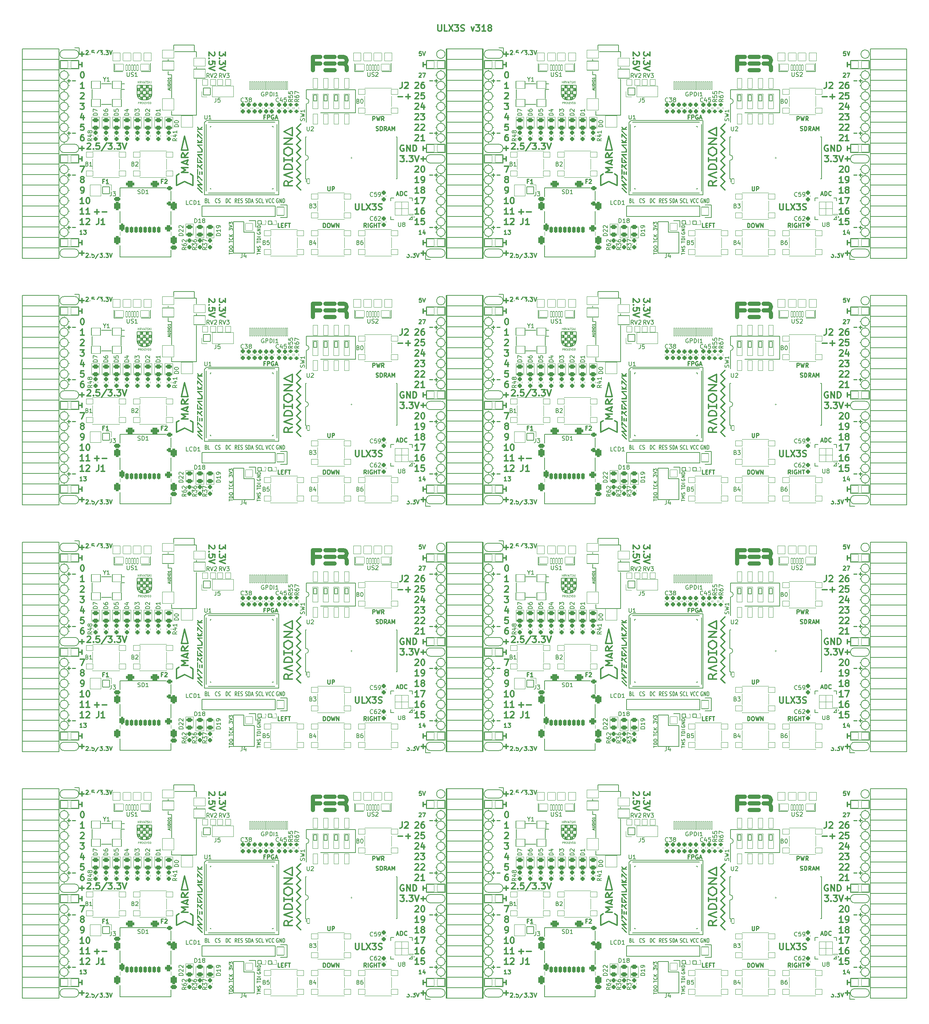
<source format=gto>
G04 #@! TF.GenerationSoftware,KiCad,Pcbnew,7.0.2*
G04 #@! TF.CreationDate,2023-07-26T12:10:02+02:00*
G04 #@! TF.ProjectId,ulx3s_panel,756c7833-735f-4706-916e-656c2e6b6963,v3.1.8*
G04 #@! TF.SameCoordinates,Original*
G04 #@! TF.FileFunction,Legend,Top*
G04 #@! TF.FilePolarity,Positive*
%FSLAX46Y46*%
G04 Gerber Fmt 4.6, Leading zero omitted, Abs format (unit mm)*
G04 Created by KiCad (PCBNEW 7.0.2) date 2023-07-26 12:10:02*
%MOMM*%
%LPD*%
G01*
G04 APERTURE LIST*
G04 Aperture macros list*
%AMRoundRect*
0 Rectangle with rounded corners*
0 $1 Rounding radius*
0 $2 $3 $4 $5 $6 $7 $8 $9 X,Y pos of 4 corners*
0 Add a 4 corners polygon primitive as box body*
4,1,4,$2,$3,$4,$5,$6,$7,$8,$9,$2,$3,0*
0 Add four circle primitives for the rounded corners*
1,1,$1+$1,$2,$3*
1,1,$1+$1,$4,$5*
1,1,$1+$1,$6,$7*
1,1,$1+$1,$8,$9*
0 Add four rect primitives between the rounded corners*
20,1,$1+$1,$2,$3,$4,$5,0*
20,1,$1+$1,$4,$5,$6,$7,0*
20,1,$1+$1,$6,$7,$8,$9,0*
20,1,$1+$1,$8,$9,$2,$3,0*%
G04 Aperture macros list end*
%ADD10C,0.200000*%
%ADD11C,0.300000*%
%ADD12C,0.250000*%
%ADD13C,0.150000*%
%ADD14C,0.075000*%
%ADD15C,0.152400*%
%ADD16C,0.120000*%
%ADD17C,0.010000*%
%ADD18C,1.000000*%
%ADD19C,1.700000*%
%ADD20RoundRect,0.050000X-0.775000X-0.650000X0.775000X-0.650000X0.775000X0.650000X-0.775000X0.650000X0*%
%ADD21C,3.200000*%
%ADD22RoundRect,0.050000X-0.647500X-0.700000X0.647500X-0.700000X0.647500X0.700000X-0.647500X0.700000X0*%
%ADD23RoundRect,0.293750X0.456250X-0.243750X0.456250X0.243750X-0.456250X0.243750X-0.456250X-0.243750X0*%
%ADD24RoundRect,0.268750X0.256250X-0.218750X0.256250X0.218750X-0.256250X0.218750X-0.256250X-0.218750X0*%
%ADD25RoundRect,0.050000X0.200000X0.675000X-0.200000X0.675000X-0.200000X-0.675000X0.200000X-0.675000X0*%
%ADD26RoundRect,0.050000X0.900000X0.950000X-0.900000X0.950000X-0.900000X-0.950000X0.900000X-0.950000X0*%
%ADD27RoundRect,0.050000X1.050000X0.800000X-1.050000X0.800000X-1.050000X-0.800000X1.050000X-0.800000X0*%
%ADD28RoundRect,0.050000X0.950000X0.950000X-0.950000X0.950000X-0.950000X-0.950000X0.950000X-0.950000X0*%
%ADD29O,1.827200X1.827200*%
%ADD30RoundRect,0.050000X-0.863600X0.863600X-0.863600X-0.863600X0.863600X-0.863600X0.863600X0.863600X0*%
%ADD31C,5.600000*%
%ADD32RoundRect,0.293750X-0.456250X0.243750X-0.456250X-0.243750X0.456250X-0.243750X0.456250X0.243750X0*%
%ADD33RoundRect,0.050000X0.775000X0.650000X-0.775000X0.650000X-0.775000X-0.650000X0.775000X-0.650000X0*%
%ADD34C,2.100000*%
%ADD35RoundRect,0.050000X0.150000X0.950000X-0.150000X0.950000X-0.150000X-0.950000X0.150000X-0.950000X0*%
%ADD36RoundRect,0.050000X0.425000X-0.425000X0.425000X0.425000X-0.425000X0.425000X-0.425000X-0.425000X0*%
%ADD37O,0.950000X0.950000*%
%ADD38RoundRect,0.250000X0.275000X-0.200000X0.275000X0.200000X-0.275000X0.200000X-0.275000X-0.200000X0*%
%ADD39RoundRect,0.268750X-0.256250X0.218750X-0.256250X-0.218750X0.256250X-0.218750X0.256250X0.218750X0*%
%ADD40RoundRect,0.050000X0.850000X-0.850000X0.850000X0.850000X-0.850000X0.850000X-0.850000X-0.850000X0*%
%ADD41O,1.800000X1.800000*%
%ADD42RoundRect,0.050000X1.100000X0.900000X-1.100000X0.900000X-1.100000X-0.900000X1.100000X-0.900000X0*%
%ADD43C,2.500000*%
%ADD44C,0.500000*%
%ADD45O,0.227000X0.608000*%
%ADD46O,0.608000X0.227000*%
%ADD47RoundRect,0.050000X0.863600X-0.863600X0.863600X0.863600X-0.863600X0.863600X-0.863600X-0.863600X0*%
%ADD48RoundRect,0.225000X-0.175000X-0.575000X0.175000X-0.575000X0.175000X0.575000X-0.175000X0.575000X0*%
%ADD49RoundRect,0.300000X0.350000X-0.250000X0.350000X0.250000X-0.350000X0.250000X-0.350000X-0.250000X0*%
%ADD50RoundRect,0.275000X-0.500000X-0.225000X0.500000X-0.225000X0.500000X0.225000X-0.500000X0.225000X0*%
%ADD51RoundRect,0.275000X0.500000X-0.225000X0.500000X0.225000X-0.500000X0.225000X-0.500000X-0.225000X0*%
%ADD52RoundRect,0.387500X-0.437500X0.337500X-0.437500X-0.337500X0.437500X-0.337500X0.437500X0.337500X0*%
%ADD53RoundRect,0.342500X-0.292500X0.607500X-0.292500X-0.607500X0.292500X-0.607500X0.292500X0.607500X0*%
%ADD54RoundRect,0.387500X-0.612500X0.337500X-0.612500X-0.337500X0.612500X-0.337500X0.612500X0.337500X0*%
%ADD55RoundRect,0.412500X-0.362500X-0.637500X0.362500X-0.637500X0.362500X0.637500X-0.362500X0.637500X0*%
%ADD56RoundRect,0.300000X-0.350000X0.250000X-0.350000X-0.250000X0.350000X-0.250000X0.350000X0.250000X0*%
%ADD57RoundRect,0.050000X-1.400000X1.000000X-1.400000X-1.000000X1.400000X-1.000000X1.400000X1.000000X0*%
%ADD58RoundRect,0.050000X-1.400000X1.400000X-1.400000X-1.400000X1.400000X-1.400000X1.400000X1.400000X0*%
%ADD59RoundRect,0.050000X-1.400000X1.100000X-1.400000X-1.100000X1.400000X-1.100000X1.400000X1.100000X0*%
%ADD60RoundRect,0.050000X0.475000X0.150000X-0.475000X0.150000X-0.475000X-0.150000X0.475000X-0.150000X0*%
%ADD61O,1.050000X0.400000*%
%ADD62O,0.400000X1.050000*%
%ADD63RoundRect,0.050000X0.812500X0.812500X-0.812500X0.812500X-0.812500X-0.812500X0.812500X-0.812500X0*%
%ADD64RoundRect,0.050000X-0.850000X0.850000X-0.850000X-0.850000X0.850000X-0.850000X0.850000X0.850000X0*%
%ADD65RoundRect,0.050000X0.560000X-1.220000X0.560000X1.220000X-0.560000X1.220000X-0.560000X-1.220000X0*%
%ADD66RoundRect,0.050000X0.863600X1.016000X-0.863600X1.016000X-0.863600X-1.016000X0.863600X-1.016000X0*%
%ADD67O,1.827200X2.132000*%
%ADD68RoundRect,0.050000X0.280000X-0.600000X0.280000X0.600000X-0.280000X0.600000X-0.280000X-0.600000X0*%
%ADD69O,0.660000X1.300000*%
G04 APERTURE END LIST*
D10*
X142730000Y-248294000D02*
X142730000Y-247786000D01*
X143746000Y-249310000D02*
G75*
G03*
X143746000Y-249310000I-1016000J0D01*
G01*
X157826000Y-235086000D02*
X153254000Y-235086000D01*
X157826000Y-233054000D02*
X157826000Y-235086000D01*
X155286000Y-218830000D02*
G75*
G03*
X155286000Y-218830000I-1016000J0D01*
G01*
X52306000Y-124630000D02*
G75*
G03*
X52306000Y-124630000I-1016000J0D01*
G01*
X155286000Y-96690000D02*
X155540000Y-96690000D01*
X143746000Y-161570000D02*
G75*
G03*
X143746000Y-161570000I-1016000J0D01*
G01*
X246726000Y-169190000D02*
G75*
G03*
X246726000Y-169190000I-1016000J0D01*
G01*
D11*
X55608000Y-111422000D02*
X55608000Y-112438000D01*
D10*
X143746000Y-59750000D02*
X144000000Y-59750000D01*
X246726000Y-44510000D02*
X246980000Y-44510000D01*
X246726000Y-184430000D02*
G75*
G03*
X246726000Y-184430000I-1016000J0D01*
G01*
X245710000Y-136314000D02*
X243170000Y-136314000D01*
X155286000Y-57210000D02*
G75*
G03*
X155286000Y-57210000I-1016000J0D01*
G01*
X51290000Y-207654000D02*
X53830000Y-207654000D01*
D11*
X240884000Y-174270000D02*
X242154000Y-174270000D01*
D10*
X50020000Y-241690000D02*
X50274000Y-241690000D01*
X153254000Y-244230000D02*
X153000000Y-244230000D01*
X243170000Y-55686000D02*
X245710000Y-55686000D01*
X51290000Y-207654000D02*
G75*
G03*
X51290000Y-209686000I0J-1016000D01*
G01*
X54846000Y-115486000D02*
X50274000Y-115486000D01*
X141460000Y-236610000D02*
X141714000Y-236610000D01*
X52306000Y-59750000D02*
X52560000Y-59750000D01*
X143746000Y-164110000D02*
G75*
G03*
X143746000Y-164110000I-1016000J0D01*
G01*
X154270000Y-170714000D02*
G75*
G03*
X154270000Y-172746000I0J-1016000D01*
G01*
X242154000Y-53146000D02*
X242154000Y-51114000D01*
X155286000Y-218830000D02*
X155540000Y-218830000D01*
X143746000Y-179350000D02*
G75*
G03*
X143746000Y-179350000I-1016000J0D01*
G01*
X51290000Y-238134000D02*
X51290000Y-237626000D01*
D11*
X55608000Y-208162000D02*
X55608000Y-209178000D01*
D10*
X155286000Y-127170000D02*
X155540000Y-127170000D01*
X50020000Y-228990000D02*
X50274000Y-228990000D01*
X155286000Y-99230000D02*
G75*
G03*
X155286000Y-99230000I-1016000J0D01*
G01*
X52306000Y-104310000D02*
G75*
G03*
X52306000Y-104310000I-1016000J0D01*
G01*
X153254000Y-175286000D02*
X153254000Y-173254000D01*
X157826000Y-173254000D02*
X157826000Y-175286000D01*
X246726000Y-101770000D02*
X246980000Y-101770000D01*
X154270000Y-252866000D02*
X154270000Y-253120000D01*
X52306000Y-161570000D02*
G75*
G03*
X52306000Y-161570000I-1016000J0D01*
G01*
X143746000Y-47050000D02*
X144000000Y-47050000D01*
X155286000Y-127170000D02*
G75*
G03*
X155286000Y-127170000I-1016000J0D01*
G01*
X244440000Y-62290000D02*
X244694000Y-62290000D01*
D11*
X138412000Y-232038000D02*
X138412000Y-231022000D01*
D10*
X141460000Y-164110000D02*
X141714000Y-164110000D01*
X52306000Y-101770000D02*
X52560000Y-101770000D01*
X155286000Y-213750000D02*
X155540000Y-213750000D01*
X154270000Y-152934000D02*
X154270000Y-152680000D01*
X53830000Y-112946000D02*
G75*
G03*
X53830000Y-110914000I0J1016000D01*
G01*
X143746000Y-236610000D02*
G75*
G03*
X143746000Y-236610000I-1016000J0D01*
G01*
X142730000Y-78546000D02*
G75*
G03*
X142730000Y-76514000I0J1016000D01*
G01*
X246726000Y-232546000D02*
X242154000Y-232546000D01*
X51290000Y-70926000D02*
X51290000Y-71434000D01*
X52306000Y-62290000D02*
G75*
G03*
X52306000Y-62290000I-1016000J0D01*
G01*
X142730000Y-55940000D02*
X142730000Y-56194000D01*
X142730000Y-136314000D02*
X140190000Y-136314000D01*
X141460000Y-213750000D02*
X141714000Y-213750000D01*
X153000000Y-119550000D02*
X153254000Y-119550000D01*
D11*
X158588000Y-256422000D02*
X158588000Y-257438000D01*
D10*
X52306000Y-226450000D02*
X52560000Y-226450000D01*
X141460000Y-94150000D02*
X141714000Y-94150000D01*
X50020000Y-47050000D02*
X50274000Y-47050000D01*
X246726000Y-166650000D02*
G75*
G03*
X246726000Y-166650000I-1016000J0D01*
G01*
X143746000Y-101770000D02*
X144000000Y-101770000D01*
X155286000Y-246770000D02*
X155540000Y-246770000D01*
X51290000Y-235340000D02*
X51290000Y-235594000D01*
X154270000Y-232546000D02*
X156810000Y-232546000D01*
X143746000Y-251850000D02*
G75*
G03*
X143746000Y-251850000I-1016000J0D01*
G01*
X155286000Y-49590000D02*
X155540000Y-49590000D01*
X157826000Y-92626000D02*
X153254000Y-92626000D01*
D11*
X158588000Y-88562000D02*
X158588000Y-89578000D01*
D10*
X50274000Y-53654000D02*
X54846000Y-53654000D01*
X143746000Y-241690000D02*
G75*
G03*
X143746000Y-241690000I-1016000J0D01*
G01*
X153000000Y-241690000D02*
X153254000Y-241690000D01*
X154270000Y-247786000D02*
X154270000Y-248294000D01*
X154270000Y-53146000D02*
X156810000Y-53146000D01*
X142730000Y-133266000D02*
X142730000Y-133520000D01*
X143746000Y-132250000D02*
G75*
G03*
X143746000Y-132250000I-1016000J0D01*
G01*
X154270000Y-230006000D02*
X154270000Y-230260000D01*
X142730000Y-198146000D02*
G75*
G03*
X142730000Y-196114000I0J1016000D01*
G01*
X52306000Y-96690000D02*
G75*
G03*
X52306000Y-96690000I-1016000J0D01*
G01*
X155286000Y-181890000D02*
G75*
G03*
X155286000Y-181890000I-1016000J0D01*
G01*
D11*
X54846000Y-29270000D02*
X56116000Y-29270000D01*
D10*
X54846000Y-90594000D02*
X54846000Y-92626000D01*
X246726000Y-69910000D02*
X246980000Y-69910000D01*
X244440000Y-239150000D02*
X244694000Y-239150000D01*
X52306000Y-57210000D02*
G75*
G03*
X52306000Y-57210000I-1016000J0D01*
G01*
X243170000Y-53654000D02*
G75*
G03*
X243170000Y-55686000I0J-1016000D01*
G01*
X142730000Y-196114000D02*
X140190000Y-196114000D01*
X143746000Y-241690000D02*
X144000000Y-241690000D01*
X143746000Y-127170000D02*
X144000000Y-127170000D01*
X246726000Y-218830000D02*
G75*
G03*
X246726000Y-218830000I-1016000J0D01*
G01*
X139174000Y-212226000D02*
X143746000Y-212226000D01*
X154270000Y-172746000D02*
X156810000Y-172746000D01*
D11*
X55608000Y-54162000D02*
X55608000Y-55178000D01*
X157826000Y-89070000D02*
X159096000Y-89070000D01*
D10*
X52306000Y-181890000D02*
X52560000Y-181890000D01*
X155286000Y-132250000D02*
X155540000Y-132250000D01*
X141460000Y-159030000D02*
X141714000Y-159030000D01*
X244440000Y-216290000D02*
X244694000Y-216290000D01*
X155286000Y-226450000D02*
X155540000Y-226450000D01*
X51290000Y-63306000D02*
X51290000Y-63814000D01*
X153000000Y-109390000D02*
X153254000Y-109390000D01*
X155286000Y-241690000D02*
X155540000Y-241690000D01*
X143746000Y-218830000D02*
G75*
G03*
X143746000Y-218830000I-1016000J0D01*
G01*
X155286000Y-122090000D02*
G75*
G03*
X155286000Y-122090000I-1016000J0D01*
G01*
D11*
X55608000Y-150902000D02*
X55608000Y-151918000D01*
D10*
X242154000Y-135806000D02*
X246726000Y-135806000D01*
X142730000Y-235340000D02*
X142730000Y-235594000D01*
D11*
X241392000Y-211210000D02*
X242154000Y-211210000D01*
D10*
X51290000Y-102786000D02*
X51290000Y-103294000D01*
X141460000Y-129710000D02*
X141714000Y-129710000D01*
X143746000Y-132250000D02*
X144000000Y-132250000D01*
X155286000Y-124630000D02*
X155540000Y-124630000D01*
X143746000Y-96690000D02*
X144000000Y-96690000D01*
X52306000Y-249310000D02*
X52560000Y-249310000D01*
X51290000Y-133266000D02*
X51290000Y-133520000D01*
X51290000Y-112946000D02*
X53830000Y-112946000D01*
X155286000Y-228990000D02*
G75*
G03*
X155286000Y-228990000I-1016000J0D01*
G01*
X51290000Y-165634000D02*
X51290000Y-165126000D01*
X142730000Y-76514000D02*
X140190000Y-76514000D01*
X246726000Y-159030000D02*
G75*
G03*
X246726000Y-159030000I-1016000J0D01*
G01*
X143746000Y-122090000D02*
G75*
G03*
X143746000Y-122090000I-1016000J0D01*
G01*
D11*
X241392000Y-173762000D02*
X241392000Y-174778000D01*
D10*
X246726000Y-179350000D02*
G75*
G03*
X246726000Y-179350000I-1016000J0D01*
G01*
D11*
X138412000Y-196622000D02*
X138412000Y-197638000D01*
D10*
X51290000Y-227466000D02*
X51290000Y-227974000D01*
X142730000Y-92880000D02*
X142730000Y-93134000D01*
X246726000Y-212226000D02*
X246726000Y-210194000D01*
X143746000Y-148870000D02*
G75*
G03*
X143746000Y-148870000I-1016000J0D01*
G01*
X246726000Y-122090000D02*
G75*
G03*
X246726000Y-122090000I-1016000J0D01*
G01*
X50020000Y-218830000D02*
X50274000Y-218830000D01*
X245710000Y-235340000D02*
X245710000Y-235594000D01*
D11*
X158588000Y-231022000D02*
X158588000Y-232038000D01*
D10*
X246726000Y-62290000D02*
G75*
G03*
X246726000Y-62290000I-1016000J0D01*
G01*
X155286000Y-99230000D02*
X155540000Y-99230000D01*
X54846000Y-210194000D02*
X54846000Y-212226000D01*
X52306000Y-47050000D02*
X52560000Y-47050000D01*
X154270000Y-93134000D02*
X154270000Y-92880000D01*
D11*
X241392000Y-52638000D02*
X241392000Y-51622000D01*
D10*
X245710000Y-180366000D02*
X245710000Y-180874000D01*
X244440000Y-124630000D02*
X244694000Y-124630000D01*
X143746000Y-216290000D02*
G75*
G03*
X143746000Y-216290000I-1016000J0D01*
G01*
X246726000Y-64830000D02*
G75*
G03*
X246726000Y-64830000I-1016000J0D01*
G01*
X245710000Y-78546000D02*
G75*
G03*
X245710000Y-76514000I0J1016000D01*
G01*
D11*
X241392000Y-136822000D02*
X241392000Y-137838000D01*
X138412000Y-112438000D02*
X138412000Y-111422000D01*
D10*
X52306000Y-169190000D02*
G75*
G03*
X52306000Y-169190000I-1016000J0D01*
G01*
X143746000Y-64830000D02*
X144000000Y-64830000D01*
X155286000Y-36890000D02*
X155540000Y-36890000D01*
X141460000Y-117010000D02*
X141714000Y-117010000D01*
X246726000Y-216290000D02*
G75*
G03*
X246726000Y-216290000I-1016000J0D01*
G01*
X51290000Y-170206000D02*
X51290000Y-170460000D01*
X245710000Y-165634000D02*
X245710000Y-165126000D01*
X142730000Y-37906000D02*
X142730000Y-38414000D01*
X245710000Y-133266000D02*
X245710000Y-133520000D01*
X154270000Y-55940000D02*
X154270000Y-56194000D01*
X143746000Y-159030000D02*
X144000000Y-159030000D01*
X51290000Y-167666000D02*
X51290000Y-168174000D01*
X157826000Y-32826000D02*
X153254000Y-32826000D01*
X52306000Y-153950000D02*
X52560000Y-153950000D01*
X246726000Y-249310000D02*
X246980000Y-249310000D01*
X51290000Y-230514000D02*
X53830000Y-230514000D01*
X52306000Y-241690000D02*
G75*
G03*
X52306000Y-241690000I-1016000J0D01*
G01*
X246726000Y-110914000D02*
X246726000Y-112946000D01*
X52306000Y-251850000D02*
G75*
G03*
X52306000Y-251850000I-1016000J0D01*
G01*
X245710000Y-257946000D02*
X243170000Y-257946000D01*
X52306000Y-176810000D02*
X52560000Y-176810000D01*
X51290000Y-196114000D02*
G75*
G03*
X51290000Y-198146000I0J-1016000D01*
G01*
X54846000Y-53654000D02*
X54846000Y-55686000D01*
X154270000Y-255914000D02*
X156810000Y-255914000D01*
X153000000Y-117010000D02*
X153254000Y-117010000D01*
X244440000Y-39430000D02*
X244694000Y-39430000D01*
X143746000Y-218830000D02*
X144000000Y-218830000D01*
X154270000Y-48066000D02*
X154270000Y-48574000D01*
X242154000Y-195606000D02*
X246726000Y-195606000D01*
X246726000Y-253374000D02*
X246726000Y-255406000D01*
X142730000Y-245246000D02*
X142730000Y-245754000D01*
X142730000Y-58226000D02*
X142730000Y-58734000D01*
X142730000Y-222386000D02*
X142730000Y-222894000D01*
X50020000Y-216290000D02*
X50274000Y-216290000D01*
D11*
X158588000Y-196622000D02*
X158588000Y-197638000D01*
D10*
X245710000Y-225434000D02*
X245710000Y-224926000D01*
X51290000Y-152934000D02*
X51290000Y-152680000D01*
X142730000Y-125646000D02*
X142730000Y-126154000D01*
D11*
X241392000Y-150902000D02*
X241392000Y-151918000D01*
D10*
X154270000Y-187986000D02*
X154270000Y-188494000D01*
X141460000Y-72450000D02*
X141714000Y-72450000D01*
X142730000Y-165634000D02*
X142730000Y-165126000D01*
X245710000Y-198146000D02*
X243170000Y-198146000D01*
D11*
X242154000Y-52130000D02*
X241392000Y-52130000D01*
D10*
X140190000Y-136314000D02*
G75*
G03*
X140190000Y-138346000I0J-1016000D01*
G01*
X142730000Y-175540000D02*
X142730000Y-175794000D01*
X142730000Y-212480000D02*
X142730000Y-212734000D01*
X155286000Y-161570000D02*
G75*
G03*
X155286000Y-161570000I-1016000J0D01*
G01*
X51290000Y-252866000D02*
X51290000Y-253120000D01*
X246726000Y-99230000D02*
G75*
G03*
X246726000Y-99230000I-1016000J0D01*
G01*
X155286000Y-44510000D02*
X155540000Y-44510000D01*
D11*
X137904000Y-114470000D02*
X139174000Y-114470000D01*
D10*
X245710000Y-227974000D02*
X245710000Y-227466000D01*
X153000000Y-223910000D02*
X153254000Y-223910000D01*
X142730000Y-100246000D02*
X142730000Y-100754000D01*
X244440000Y-41970000D02*
X244694000Y-41970000D01*
D11*
X241392000Y-196622000D02*
X241392000Y-197638000D01*
D10*
X153000000Y-122090000D02*
X153254000Y-122090000D01*
X143746000Y-72450000D02*
X144000000Y-72450000D01*
X139174000Y-230514000D02*
X143746000Y-230514000D01*
X51290000Y-170714000D02*
X53830000Y-170714000D01*
X51290000Y-37906000D02*
X51290000Y-38414000D01*
X143746000Y-164110000D02*
X144000000Y-164110000D01*
X141460000Y-64830000D02*
X141714000Y-64830000D01*
X51290000Y-68386000D02*
X51290000Y-68894000D01*
X139174000Y-90594000D02*
X139174000Y-92626000D01*
X246726000Y-104310000D02*
G75*
G03*
X246726000Y-104310000I-1016000J0D01*
G01*
D11*
X138412000Y-91610000D02*
X139174000Y-91610000D01*
D10*
X52306000Y-104310000D02*
X52560000Y-104310000D01*
D11*
X55608000Y-74482000D02*
X55608000Y-75498000D01*
D10*
X245710000Y-155474000D02*
X245710000Y-154966000D01*
D11*
X54846000Y-31810000D02*
X55608000Y-31810000D01*
D10*
X154270000Y-70926000D02*
X154270000Y-71434000D01*
X155286000Y-153950000D02*
G75*
G03*
X155286000Y-153950000I-1016000J0D01*
G01*
X51290000Y-28254000D02*
G75*
G03*
X51290000Y-30286000I0J-1016000D01*
G01*
X153254000Y-64830000D02*
X153000000Y-64830000D01*
X142730000Y-123614000D02*
X142730000Y-123106000D01*
X50020000Y-169190000D02*
X50274000Y-169190000D01*
X51290000Y-147854000D02*
X53830000Y-147854000D01*
X246726000Y-96690000D02*
X246980000Y-96690000D01*
D11*
X54846000Y-91610000D02*
X55608000Y-91610000D01*
D10*
X243170000Y-235086000D02*
X245710000Y-235086000D01*
X155286000Y-153950000D02*
X155540000Y-153950000D01*
X143746000Y-193574000D02*
X143746000Y-195606000D01*
X157826000Y-90594000D02*
X157826000Y-92626000D01*
X51290000Y-193066000D02*
X51290000Y-193320000D01*
X155286000Y-132250000D02*
G75*
G03*
X155286000Y-132250000I-1016000J0D01*
G01*
X155286000Y-246770000D02*
G75*
G03*
X155286000Y-246770000I-1016000J0D01*
G01*
X246726000Y-101770000D02*
G75*
G03*
X246726000Y-101770000I-1016000J0D01*
G01*
X143746000Y-212226000D02*
X143746000Y-210194000D01*
X155286000Y-62290000D02*
X155540000Y-62290000D01*
D11*
X157826000Y-114470000D02*
X158588000Y-114470000D01*
D10*
X155286000Y-119550000D02*
G75*
G03*
X155286000Y-119550000I-1016000J0D01*
G01*
X242154000Y-255406000D02*
X246726000Y-255406000D01*
X139174000Y-133774000D02*
X139174000Y-135806000D01*
X154270000Y-88054000D02*
G75*
G03*
X154270000Y-90086000I0J-1016000D01*
G01*
X52306000Y-192050000D02*
X52560000Y-192050000D01*
X154270000Y-182906000D02*
X154270000Y-183414000D01*
X153254000Y-184430000D02*
X153000000Y-184430000D01*
X54846000Y-212226000D02*
X50274000Y-212226000D01*
D11*
X138412000Y-31302000D02*
X138412000Y-32318000D01*
D10*
X243170000Y-136314000D02*
G75*
G03*
X243170000Y-138346000I0J-1016000D01*
G01*
X246726000Y-39430000D02*
X246980000Y-39430000D01*
X51290000Y-230006000D02*
X51290000Y-230260000D01*
X51290000Y-100246000D02*
X51290000Y-100754000D01*
X52306000Y-94150000D02*
X52560000Y-94150000D01*
X246726000Y-127170000D02*
G75*
G03*
X246726000Y-127170000I-1016000J0D01*
G01*
D11*
X138412000Y-233562000D02*
X138412000Y-234578000D01*
D10*
X153254000Y-152426000D02*
X153254000Y-150394000D01*
X140190000Y-113454000D02*
G75*
G03*
X140190000Y-115486000I0J-1016000D01*
G01*
X52306000Y-249310000D02*
G75*
G03*
X52306000Y-249310000I-1016000J0D01*
G01*
X155286000Y-166650000D02*
X155540000Y-166650000D01*
X142730000Y-120566000D02*
X142730000Y-121074000D01*
X155286000Y-223910000D02*
X155540000Y-223910000D01*
X246726000Y-72450000D02*
G75*
G03*
X246726000Y-72450000I-1016000J0D01*
G01*
X154270000Y-149886000D02*
X156810000Y-149886000D01*
X52306000Y-239150000D02*
X52560000Y-239150000D01*
X154270000Y-147854000D02*
G75*
G03*
X154270000Y-149886000I0J-1016000D01*
G01*
X246726000Y-133774000D02*
X246726000Y-135806000D01*
X143746000Y-181890000D02*
G75*
G03*
X143746000Y-181890000I-1016000J0D01*
G01*
D11*
X242154000Y-111930000D02*
X241392000Y-111930000D01*
D10*
X244440000Y-169190000D02*
X244694000Y-169190000D01*
X245710000Y-35874000D02*
X245710000Y-35366000D01*
X246726000Y-213750000D02*
G75*
G03*
X246726000Y-213750000I-1016000J0D01*
G01*
X141460000Y-36890000D02*
X141714000Y-36890000D01*
X52306000Y-124630000D02*
X52560000Y-124630000D01*
X155286000Y-164110000D02*
X155540000Y-164110000D01*
X245710000Y-235086000D02*
G75*
G03*
X245710000Y-233054000I0J1016000D01*
G01*
X156810000Y-90086000D02*
G75*
G03*
X156810000Y-88054000I0J1016000D01*
G01*
X157826000Y-30794000D02*
X157826000Y-32826000D01*
X246726000Y-94150000D02*
X246980000Y-94150000D01*
D11*
X138412000Y-172238000D02*
X138412000Y-171222000D01*
D10*
X54846000Y-253374000D02*
X50274000Y-253374000D01*
X143746000Y-153950000D02*
X144000000Y-153950000D01*
X52306000Y-239150000D02*
G75*
G03*
X52306000Y-239150000I-1016000J0D01*
G01*
X154270000Y-28254000D02*
G75*
G03*
X154270000Y-30286000I0J-1016000D01*
G01*
X155286000Y-124630000D02*
G75*
G03*
X155286000Y-124630000I-1016000J0D01*
G01*
D11*
X157826000Y-77530000D02*
X159096000Y-77530000D01*
D10*
X156810000Y-53146000D02*
G75*
G03*
X156810000Y-51114000I0J1016000D01*
G01*
X244440000Y-72450000D02*
X244694000Y-72450000D01*
D11*
X242154000Y-197130000D02*
X240884000Y-197130000D01*
D10*
X142730000Y-60766000D02*
X142730000Y-61274000D01*
X139174000Y-133774000D02*
X143746000Y-133774000D01*
D11*
X55608000Y-77022000D02*
X55608000Y-78038000D01*
D10*
X246726000Y-246770000D02*
G75*
G03*
X246726000Y-246770000I-1016000J0D01*
G01*
D11*
X55608000Y-51622000D02*
X55608000Y-52638000D01*
D10*
X51290000Y-55940000D02*
X51290000Y-56194000D01*
X153254000Y-150394000D02*
X157826000Y-150394000D01*
X154270000Y-185446000D02*
X154270000Y-185954000D01*
X154270000Y-110406000D02*
X154270000Y-110660000D01*
X143746000Y-72450000D02*
G75*
G03*
X143746000Y-72450000I-1016000J0D01*
G01*
X51290000Y-50606000D02*
X51290000Y-50860000D01*
X246726000Y-166650000D02*
X246980000Y-166650000D01*
X245710000Y-257946000D02*
G75*
G03*
X245710000Y-255914000I0J1016000D01*
G01*
X155286000Y-67370000D02*
X155540000Y-67370000D01*
D11*
X158588000Y-148362000D02*
X158588000Y-149378000D01*
D10*
X51290000Y-240166000D02*
X51290000Y-240674000D01*
X143746000Y-124630000D02*
X144000000Y-124630000D01*
X51290000Y-212734000D02*
X51290000Y-212480000D01*
X153000000Y-129710000D02*
X153254000Y-129710000D01*
X154270000Y-180366000D02*
X154270000Y-180874000D01*
X141460000Y-221370000D02*
X141714000Y-221370000D01*
X143746000Y-150394000D02*
X139174000Y-150394000D01*
X246726000Y-230514000D02*
X246726000Y-232546000D01*
X155286000Y-57210000D02*
X155540000Y-57210000D01*
X155286000Y-109390000D02*
X155540000Y-109390000D01*
X154270000Y-225434000D02*
X154270000Y-224926000D01*
X245710000Y-250326000D02*
X245710000Y-250834000D01*
X155286000Y-47050000D02*
G75*
G03*
X155286000Y-47050000I-1016000J0D01*
G01*
X157826000Y-193574000D02*
X153254000Y-193574000D01*
X155286000Y-228990000D02*
X155540000Y-228990000D01*
X141460000Y-179350000D02*
X141714000Y-179350000D01*
X242154000Y-212226000D02*
X246726000Y-212226000D01*
X243170000Y-175286000D02*
X245710000Y-175286000D01*
X153000000Y-164110000D02*
X153254000Y-164110000D01*
X155286000Y-184430000D02*
G75*
G03*
X155286000Y-184430000I-1016000J0D01*
G01*
X142730000Y-152680000D02*
X142730000Y-152934000D01*
X245710000Y-120566000D02*
X245710000Y-121074000D01*
D11*
X54846000Y-208670000D02*
X56116000Y-208670000D01*
D10*
X142730000Y-193066000D02*
X142730000Y-193320000D01*
X143746000Y-251850000D02*
X144000000Y-251850000D01*
X52306000Y-99230000D02*
X52560000Y-99230000D01*
X245710000Y-40446000D02*
X245710000Y-40954000D01*
X143746000Y-41970000D02*
X144000000Y-41970000D01*
X141460000Y-156490000D02*
X141714000Y-156490000D01*
X52306000Y-241690000D02*
X52560000Y-241690000D01*
X52306000Y-47050000D02*
G75*
G03*
X52306000Y-47050000I-1016000J0D01*
G01*
X141460000Y-57210000D02*
X141714000Y-57210000D01*
X155286000Y-109390000D02*
G75*
G03*
X155286000Y-109390000I-1016000J0D01*
G01*
X143746000Y-30794000D02*
X139174000Y-30794000D01*
X51290000Y-110914000D02*
X53830000Y-110914000D01*
X54846000Y-92626000D02*
X50274000Y-92626000D01*
X143746000Y-236610000D02*
X144000000Y-236610000D01*
D11*
X54846000Y-197130000D02*
X56116000Y-197130000D01*
D10*
X153000000Y-169190000D02*
X153254000Y-169190000D01*
X154270000Y-51114000D02*
X156810000Y-51114000D01*
D11*
X137904000Y-174270000D02*
X139174000Y-174270000D01*
X54846000Y-171730000D02*
X56116000Y-171730000D01*
D10*
X142730000Y-175286000D02*
G75*
G03*
X142730000Y-173254000I0J1016000D01*
G01*
X142730000Y-188494000D02*
X142730000Y-187986000D01*
X154270000Y-65846000D02*
X154270000Y-66354000D01*
X142730000Y-108374000D02*
X142730000Y-107866000D01*
X245710000Y-125646000D02*
X245710000Y-126154000D01*
X141460000Y-101770000D02*
X141714000Y-101770000D01*
X51290000Y-78546000D02*
X53830000Y-78546000D01*
X246726000Y-176810000D02*
X246980000Y-176810000D01*
X245710000Y-177826000D02*
X245710000Y-178334000D01*
X52306000Y-127170000D02*
G75*
G03*
X52306000Y-127170000I-1016000J0D01*
G01*
D11*
X55608000Y-28762000D02*
X55608000Y-29778000D01*
D10*
X154270000Y-46034000D02*
X154270000Y-45526000D01*
X52306000Y-69910000D02*
G75*
G03*
X52306000Y-69910000I-1016000J0D01*
G01*
X154270000Y-250326000D02*
X154270000Y-250834000D01*
X154270000Y-102786000D02*
X154270000Y-103294000D01*
X153000000Y-186970000D02*
X153254000Y-186970000D01*
X51290000Y-123106000D02*
X51290000Y-123614000D01*
X244440000Y-226450000D02*
X244694000Y-226450000D01*
D11*
X157826000Y-31810000D02*
X158588000Y-31810000D01*
D10*
X52306000Y-34350000D02*
G75*
G03*
X52306000Y-34350000I-1016000J0D01*
G01*
X54846000Y-175286000D02*
X50274000Y-175286000D01*
X140190000Y-196114000D02*
G75*
G03*
X140190000Y-198146000I0J-1016000D01*
G01*
X156810000Y-257946000D02*
G75*
G03*
X156810000Y-255914000I0J1016000D01*
G01*
X52306000Y-246770000D02*
G75*
G03*
X52306000Y-246770000I-1016000J0D01*
G01*
D11*
X241392000Y-194082000D02*
X241392000Y-195098000D01*
X138412000Y-211210000D02*
X139174000Y-211210000D01*
D10*
X155286000Y-192050000D02*
X155540000Y-192050000D01*
X142730000Y-95674000D02*
X142730000Y-95166000D01*
D11*
X139174000Y-52130000D02*
X138412000Y-52130000D01*
D10*
X155286000Y-179350000D02*
G75*
G03*
X155286000Y-179350000I-1016000J0D01*
G01*
X143746000Y-156490000D02*
G75*
G03*
X143746000Y-156490000I-1016000J0D01*
G01*
D11*
X138412000Y-74990000D02*
X139174000Y-74990000D01*
D10*
X142730000Y-65846000D02*
X142730000Y-66354000D01*
X51290000Y-93134000D02*
X51290000Y-92880000D01*
X50020000Y-166650000D02*
X50274000Y-166650000D01*
X143746000Y-129710000D02*
X144000000Y-129710000D01*
D11*
X157826000Y-111930000D02*
X159096000Y-111930000D01*
D10*
X54846000Y-135806000D02*
X54846000Y-133774000D01*
X51290000Y-154966000D02*
X51290000Y-155474000D01*
X143746000Y-246770000D02*
X144000000Y-246770000D01*
X246726000Y-129710000D02*
G75*
G03*
X246726000Y-129710000I-1016000J0D01*
G01*
X244440000Y-228990000D02*
X244694000Y-228990000D01*
X155286000Y-39430000D02*
X155540000Y-39430000D01*
X54846000Y-133774000D02*
X50274000Y-133774000D01*
X153000000Y-39430000D02*
X153254000Y-39430000D01*
X246726000Y-170714000D02*
X246726000Y-172746000D01*
X143746000Y-239150000D02*
X144000000Y-239150000D01*
X154270000Y-193066000D02*
X154270000Y-193320000D01*
X53830000Y-209686000D02*
G75*
G03*
X53830000Y-207654000I0J1016000D01*
G01*
X245710000Y-130726000D02*
X245710000Y-131234000D01*
X143746000Y-192050000D02*
G75*
G03*
X143746000Y-192050000I-1016000J0D01*
G01*
X143746000Y-122090000D02*
X144000000Y-122090000D01*
X142730000Y-225434000D02*
X142730000Y-224926000D01*
X50020000Y-226450000D02*
X50274000Y-226450000D01*
X153000000Y-166650000D02*
X153254000Y-166650000D01*
X154270000Y-257946000D02*
X156810000Y-257946000D01*
X50020000Y-153950000D02*
X50274000Y-153950000D01*
X142730000Y-97706000D02*
X142730000Y-98214000D01*
X244440000Y-127170000D02*
X244694000Y-127170000D01*
X143746000Y-213750000D02*
G75*
G03*
X143746000Y-213750000I-1016000J0D01*
G01*
X245710000Y-115740000D02*
X245710000Y-115994000D01*
X52306000Y-44510000D02*
G75*
G03*
X52306000Y-44510000I-1016000J0D01*
G01*
X243170000Y-113454000D02*
X245710000Y-113454000D01*
X245710000Y-76514000D02*
X243170000Y-76514000D01*
X143746000Y-29270000D02*
G75*
G03*
X143746000Y-29270000I-1016000J0D01*
G01*
X52306000Y-122090000D02*
G75*
G03*
X52306000Y-122090000I-1016000J0D01*
G01*
X246726000Y-132250000D02*
X246980000Y-132250000D01*
X246726000Y-39430000D02*
G75*
G03*
X246726000Y-39430000I-1016000J0D01*
G01*
X154270000Y-175540000D02*
X154270000Y-175794000D01*
X246726000Y-148870000D02*
G75*
G03*
X246726000Y-148870000I-1016000J0D01*
G01*
X52306000Y-216290000D02*
G75*
G03*
X52306000Y-216290000I-1016000J0D01*
G01*
X245710000Y-55686000D02*
G75*
G03*
X245710000Y-53654000I0J1016000D01*
G01*
D11*
X157826000Y-74990000D02*
X158588000Y-74990000D01*
X54846000Y-114470000D02*
X55608000Y-114470000D01*
D10*
X52306000Y-39430000D02*
X52560000Y-39430000D01*
X242154000Y-230514000D02*
X246726000Y-230514000D01*
X141460000Y-41970000D02*
X141714000Y-41970000D01*
X50020000Y-251850000D02*
X50274000Y-251850000D01*
X50020000Y-36890000D02*
X50274000Y-36890000D01*
X50020000Y-39430000D02*
X50274000Y-39430000D01*
D11*
X241392000Y-232038000D02*
X241392000Y-231022000D01*
D10*
X245710000Y-152680000D02*
X245710000Y-152934000D01*
X246726000Y-67370000D02*
X246980000Y-67370000D01*
X54846000Y-255406000D02*
X54846000Y-253374000D01*
X155286000Y-34350000D02*
G75*
G03*
X155286000Y-34350000I-1016000J0D01*
G01*
X50020000Y-179350000D02*
X50274000Y-179350000D01*
X141460000Y-223910000D02*
X141714000Y-223910000D01*
X242154000Y-110914000D02*
X246726000Y-110914000D01*
X52306000Y-218830000D02*
G75*
G03*
X52306000Y-218830000I-1016000J0D01*
G01*
D11*
X158588000Y-208162000D02*
X158588000Y-209178000D01*
D10*
X245710000Y-219846000D02*
X245710000Y-220354000D01*
X140190000Y-233054000D02*
G75*
G03*
X140190000Y-235086000I0J-1016000D01*
G01*
X245710000Y-73466000D02*
X245710000Y-73720000D01*
X141460000Y-67370000D02*
X141714000Y-67370000D01*
X246726000Y-53146000D02*
X242154000Y-53146000D01*
X245710000Y-212480000D02*
X245710000Y-212734000D01*
X246726000Y-189510000D02*
G75*
G03*
X246726000Y-189510000I-1016000J0D01*
G01*
X246726000Y-249310000D02*
G75*
G03*
X246726000Y-249310000I-1016000J0D01*
G01*
X246726000Y-189510000D02*
X246980000Y-189510000D01*
D11*
X241392000Y-31810000D02*
X242154000Y-31810000D01*
D10*
X141460000Y-119550000D02*
X141714000Y-119550000D01*
X52306000Y-221370000D02*
G75*
G03*
X52306000Y-221370000I-1016000J0D01*
G01*
X153000000Y-176810000D02*
X153254000Y-176810000D01*
X246726000Y-129710000D02*
X246980000Y-129710000D01*
X154270000Y-154966000D02*
X154270000Y-155474000D01*
X153254000Y-113454000D02*
X157826000Y-113454000D01*
X52306000Y-159030000D02*
G75*
G03*
X52306000Y-159030000I-1016000J0D01*
G01*
X51290000Y-230514000D02*
G75*
G03*
X51290000Y-232546000I0J-1016000D01*
G01*
X154270000Y-88054000D02*
X156810000Y-88054000D01*
X154270000Y-162586000D02*
X154270000Y-163094000D01*
X245710000Y-215274000D02*
X245710000Y-214766000D01*
X156810000Y-112946000D02*
G75*
G03*
X156810000Y-110914000I0J1016000D01*
G01*
X142730000Y-115486000D02*
G75*
G03*
X142730000Y-113454000I0J1016000D01*
G01*
X246726000Y-47050000D02*
X246980000Y-47050000D01*
X246726000Y-244230000D02*
X246980000Y-244230000D01*
X246726000Y-104310000D02*
X246980000Y-104310000D01*
X245710000Y-128694000D02*
X245710000Y-128186000D01*
X154270000Y-207654000D02*
X156810000Y-207654000D01*
X245710000Y-60766000D02*
X245710000Y-61274000D01*
X246726000Y-221370000D02*
X246980000Y-221370000D01*
X242154000Y-253374000D02*
X242154000Y-255406000D01*
X154270000Y-28254000D02*
X156810000Y-28254000D01*
X143746000Y-99230000D02*
G75*
G03*
X143746000Y-99230000I-1016000J0D01*
G01*
D11*
X157826000Y-211210000D02*
X158588000Y-211210000D01*
D10*
X245710000Y-248294000D02*
X245710000Y-247786000D01*
X245710000Y-37906000D02*
X245710000Y-38414000D01*
X155286000Y-192050000D02*
G75*
G03*
X155286000Y-192050000I-1016000J0D01*
G01*
X155286000Y-101770000D02*
G75*
G03*
X155286000Y-101770000I-1016000J0D01*
G01*
X51290000Y-175540000D02*
X51290000Y-175794000D01*
X153000000Y-156490000D02*
X153254000Y-156490000D01*
X246726000Y-92626000D02*
X246726000Y-90594000D01*
X153000000Y-216290000D02*
X153254000Y-216290000D01*
D11*
X242154000Y-231530000D02*
X241392000Y-231530000D01*
D10*
X244440000Y-181890000D02*
X244694000Y-181890000D01*
X155286000Y-49590000D02*
G75*
G03*
X155286000Y-49590000I-1016000J0D01*
G01*
X140190000Y-76514000D02*
G75*
G03*
X140190000Y-78546000I0J-1016000D01*
G01*
X157826000Y-73974000D02*
X153254000Y-73974000D01*
D11*
X55608000Y-136822000D02*
X55608000Y-137838000D01*
D10*
X244440000Y-192050000D02*
X244694000Y-192050000D01*
D11*
X138412000Y-150902000D02*
X138412000Y-151918000D01*
D10*
X157826000Y-55686000D02*
X153254000Y-55686000D01*
X154270000Y-76514000D02*
G75*
G03*
X154270000Y-78546000I0J-1016000D01*
G01*
X50274000Y-175286000D02*
X50274000Y-173254000D01*
X242154000Y-92626000D02*
X246726000Y-92626000D01*
X246726000Y-36890000D02*
X246980000Y-36890000D01*
X243170000Y-173254000D02*
X245710000Y-173254000D01*
X245710000Y-157506000D02*
X245710000Y-158014000D01*
D11*
X158588000Y-111422000D02*
X158588000Y-112438000D01*
D10*
X143746000Y-169190000D02*
G75*
G03*
X143746000Y-169190000I-1016000J0D01*
G01*
X246726000Y-172746000D02*
X242154000Y-172746000D01*
X52306000Y-166650000D02*
G75*
G03*
X52306000Y-166650000I-1016000J0D01*
G01*
X52306000Y-129710000D02*
X52560000Y-129710000D01*
X244440000Y-161570000D02*
X244694000Y-161570000D01*
X245710000Y-42986000D02*
X245710000Y-43494000D01*
X246726000Y-99230000D02*
X246980000Y-99230000D01*
X142730000Y-170206000D02*
X142730000Y-170460000D01*
X143746000Y-44510000D02*
X144000000Y-44510000D01*
X154270000Y-58734000D02*
X154270000Y-58226000D01*
X142730000Y-138346000D02*
G75*
G03*
X142730000Y-136314000I0J1016000D01*
G01*
X246726000Y-112946000D02*
X242154000Y-112946000D01*
X244440000Y-129710000D02*
X244694000Y-129710000D01*
X246726000Y-236610000D02*
X246980000Y-236610000D01*
X155286000Y-39430000D02*
G75*
G03*
X155286000Y-39430000I-1016000J0D01*
G01*
D11*
X138412000Y-134790000D02*
X139174000Y-134790000D01*
D10*
X143746000Y-223910000D02*
G75*
G03*
X143746000Y-223910000I-1016000J0D01*
G01*
X246726000Y-41970000D02*
X246980000Y-41970000D01*
X51290000Y-88054000D02*
X53830000Y-88054000D01*
X50020000Y-57210000D02*
X50274000Y-57210000D01*
X156810000Y-172746000D02*
G75*
G03*
X156810000Y-170714000I0J1016000D01*
G01*
X52306000Y-169190000D02*
X52560000Y-169190000D01*
X242154000Y-90594000D02*
X242154000Y-92626000D01*
X246726000Y-57210000D02*
G75*
G03*
X246726000Y-57210000I-1016000J0D01*
G01*
D11*
X157826000Y-231530000D02*
X159096000Y-231530000D01*
D10*
X154270000Y-190526000D02*
X154270000Y-191034000D01*
X143746000Y-230514000D02*
X143746000Y-232546000D01*
X154270000Y-227466000D02*
X154270000Y-227974000D01*
X153000000Y-179350000D02*
X153254000Y-179350000D01*
X53830000Y-198146000D02*
G75*
G03*
X53830000Y-196114000I0J1016000D01*
G01*
X143746000Y-156490000D02*
X144000000Y-156490000D01*
D11*
X157826000Y-54670000D02*
X158588000Y-54670000D01*
D10*
X242154000Y-51114000D02*
X246726000Y-51114000D01*
X139174000Y-73974000D02*
X143746000Y-73974000D01*
X50274000Y-244230000D02*
X50020000Y-244230000D01*
X154270000Y-219846000D02*
X154270000Y-220354000D01*
D11*
X55608000Y-253882000D02*
X55608000Y-254898000D01*
D10*
X142730000Y-102786000D02*
X142730000Y-103294000D01*
X246726000Y-239150000D02*
G75*
G03*
X246726000Y-239150000I-1016000J0D01*
G01*
X155286000Y-181890000D02*
X155540000Y-181890000D01*
X246726000Y-124630000D02*
X246980000Y-124630000D01*
X52306000Y-96690000D02*
X52560000Y-96690000D01*
X157826000Y-53654000D02*
X157826000Y-55686000D01*
X246726000Y-226450000D02*
G75*
G03*
X246726000Y-226450000I-1016000J0D01*
G01*
X142730000Y-70926000D02*
X142730000Y-71434000D01*
X245710000Y-198146000D02*
G75*
G03*
X245710000Y-196114000I0J1016000D01*
G01*
X51290000Y-125646000D02*
X51290000Y-126154000D01*
X246726000Y-106850000D02*
G75*
G03*
X246726000Y-106850000I-1016000J0D01*
G01*
X52306000Y-101770000D02*
G75*
G03*
X52306000Y-101770000I-1016000J0D01*
G01*
X143746000Y-184430000D02*
X144000000Y-184430000D01*
X246726000Y-106850000D02*
X246980000Y-106850000D01*
D11*
X138412000Y-136822000D02*
X138412000Y-137838000D01*
D10*
X143746000Y-189510000D02*
G75*
G03*
X143746000Y-189510000I-1016000J0D01*
G01*
X245710000Y-78546000D02*
X243170000Y-78546000D01*
X155286000Y-129710000D02*
X155540000Y-129710000D01*
X141460000Y-153950000D02*
X141714000Y-153950000D01*
X141460000Y-189510000D02*
X141714000Y-189510000D01*
X143746000Y-64830000D02*
G75*
G03*
X143746000Y-64830000I-1016000J0D01*
G01*
X142730000Y-217306000D02*
X142730000Y-217814000D01*
X52306000Y-166650000D02*
X52560000Y-166650000D01*
D11*
X241392000Y-172238000D02*
X241392000Y-171222000D01*
D10*
X52306000Y-67370000D02*
X52560000Y-67370000D01*
X52306000Y-106850000D02*
X52560000Y-106850000D01*
X154270000Y-110914000D02*
G75*
G03*
X154270000Y-112946000I0J-1016000D01*
G01*
X142730000Y-180366000D02*
X142730000Y-180874000D01*
X52306000Y-117010000D02*
X52560000Y-117010000D01*
X154270000Y-217306000D02*
X154270000Y-217814000D01*
X155286000Y-69910000D02*
X155540000Y-69910000D01*
X245710000Y-230006000D02*
X245710000Y-230260000D01*
X143746000Y-244230000D02*
X144000000Y-244230000D01*
X52306000Y-41970000D02*
G75*
G03*
X52306000Y-41970000I-1016000J0D01*
G01*
D11*
X54846000Y-234070000D02*
X55608000Y-234070000D01*
D10*
X154270000Y-196114000D02*
X156810000Y-196114000D01*
X154270000Y-42986000D02*
X154270000Y-43494000D01*
X52306000Y-132250000D02*
G75*
G03*
X52306000Y-132250000I-1016000J0D01*
G01*
X153000000Y-96690000D02*
X153254000Y-96690000D01*
D11*
X54846000Y-77530000D02*
X56116000Y-77530000D01*
D10*
X155286000Y-176810000D02*
G75*
G03*
X155286000Y-176810000I-1016000J0D01*
G01*
X155286000Y-64830000D02*
G75*
G03*
X155286000Y-64830000I-1016000J0D01*
G01*
X143746000Y-119550000D02*
G75*
G03*
X143746000Y-119550000I-1016000J0D01*
G01*
D11*
X55608000Y-134282000D02*
X55608000Y-135298000D01*
D10*
X51290000Y-219846000D02*
X51290000Y-220354000D01*
X52306000Y-62290000D02*
X52560000Y-62290000D01*
X155286000Y-94150000D02*
X155540000Y-94150000D01*
X141460000Y-186970000D02*
X141714000Y-186970000D01*
D11*
X158588000Y-233562000D02*
X158588000Y-234578000D01*
D10*
X155286000Y-64830000D02*
X155540000Y-64830000D01*
X51290000Y-209686000D02*
X53830000Y-209686000D01*
X50274000Y-133774000D02*
X50274000Y-135806000D01*
X143746000Y-169190000D02*
X144000000Y-169190000D01*
X155286000Y-223910000D02*
G75*
G03*
X155286000Y-223910000I-1016000J0D01*
G01*
X142730000Y-255914000D02*
X140190000Y-255914000D01*
X51290000Y-187986000D02*
X51290000Y-188494000D01*
X155286000Y-72450000D02*
G75*
G03*
X155286000Y-72450000I-1016000J0D01*
G01*
X154270000Y-73466000D02*
X154270000Y-73720000D01*
X51290000Y-245246000D02*
X51290000Y-245754000D01*
X52306000Y-186970000D02*
X52560000Y-186970000D01*
X245710000Y-196114000D02*
X243170000Y-196114000D01*
X243170000Y-76514000D02*
G75*
G03*
X243170000Y-78546000I0J-1016000D01*
G01*
X246726000Y-226450000D02*
X246980000Y-226450000D01*
X139174000Y-253374000D02*
X143746000Y-253374000D01*
X153254000Y-255406000D02*
X157826000Y-255406000D01*
X244440000Y-249310000D02*
X244694000Y-249310000D01*
X52306000Y-246770000D02*
X52560000Y-246770000D01*
X246726000Y-59750000D02*
G75*
G03*
X246726000Y-59750000I-1016000J0D01*
G01*
X153000000Y-159030000D02*
X153254000Y-159030000D01*
X143746000Y-90594000D02*
X139174000Y-90594000D01*
X51290000Y-46034000D02*
X51290000Y-45526000D01*
X143746000Y-59750000D02*
G75*
G03*
X143746000Y-59750000I-1016000J0D01*
G01*
X50274000Y-115486000D02*
X50274000Y-113454000D01*
X155286000Y-119550000D02*
X155540000Y-119550000D01*
X155286000Y-156490000D02*
G75*
G03*
X155286000Y-156490000I-1016000J0D01*
G01*
X50020000Y-34350000D02*
X50274000Y-34350000D01*
D11*
X138412000Y-52638000D02*
X138412000Y-51622000D01*
D10*
X140190000Y-115486000D02*
X142730000Y-115486000D01*
X153000000Y-239150000D02*
X153254000Y-239150000D01*
X141460000Y-192050000D02*
X141714000Y-192050000D01*
X244440000Y-117010000D02*
X244694000Y-117010000D01*
X52306000Y-72450000D02*
G75*
G03*
X52306000Y-72450000I-1016000J0D01*
G01*
X52306000Y-94150000D02*
G75*
G03*
X52306000Y-94150000I-1016000J0D01*
G01*
X143746000Y-216290000D02*
X144000000Y-216290000D01*
X155286000Y-106850000D02*
X155540000Y-106850000D01*
X244440000Y-69910000D02*
X244694000Y-69910000D01*
X51290000Y-130726000D02*
X51290000Y-131234000D01*
X154270000Y-110914000D02*
X156810000Y-110914000D01*
X50020000Y-186970000D02*
X50274000Y-186970000D01*
X142730000Y-105834000D02*
X142730000Y-105326000D01*
X246726000Y-159030000D02*
X246980000Y-159030000D01*
X54846000Y-73974000D02*
X50274000Y-73974000D01*
X245710000Y-123614000D02*
X245710000Y-123106000D01*
X155286000Y-244230000D02*
G75*
G03*
X155286000Y-244230000I-1016000J0D01*
G01*
X246726000Y-216290000D02*
X246980000Y-216290000D01*
X52306000Y-244230000D02*
G75*
G03*
X52306000Y-244230000I-1016000J0D01*
G01*
X51290000Y-58734000D02*
X51290000Y-58226000D01*
X157826000Y-195606000D02*
X157826000Y-193574000D01*
X155286000Y-101770000D02*
X155540000Y-101770000D01*
X155286000Y-117010000D02*
G75*
G03*
X155286000Y-117010000I-1016000J0D01*
G01*
X245710000Y-138346000D02*
G75*
G03*
X245710000Y-136314000I0J1016000D01*
G01*
X246726000Y-156490000D02*
X246980000Y-156490000D01*
X50020000Y-49590000D02*
X50274000Y-49590000D01*
X142730000Y-63814000D02*
X142730000Y-63306000D01*
X142730000Y-237626000D02*
X142730000Y-238134000D01*
X153254000Y-30794000D02*
X157826000Y-30794000D01*
D11*
X137904000Y-234070000D02*
X139174000Y-234070000D01*
D10*
X54846000Y-150394000D02*
X54846000Y-152426000D01*
X246726000Y-236610000D02*
G75*
G03*
X246726000Y-236610000I-1016000J0D01*
G01*
X143746000Y-159030000D02*
G75*
G03*
X143746000Y-159030000I-1016000J0D01*
G01*
X141460000Y-124630000D02*
X141714000Y-124630000D01*
X143746000Y-186970000D02*
G75*
G03*
X143746000Y-186970000I-1016000J0D01*
G01*
X50274000Y-135806000D02*
X54846000Y-135806000D01*
D11*
X241392000Y-91102000D02*
X241392000Y-92118000D01*
D10*
X52306000Y-156490000D02*
G75*
G03*
X52306000Y-156490000I-1016000J0D01*
G01*
X141460000Y-34350000D02*
X141714000Y-34350000D01*
D11*
X138412000Y-210702000D02*
X138412000Y-211718000D01*
X240884000Y-54670000D02*
X242154000Y-54670000D01*
X157826000Y-174270000D02*
X158588000Y-174270000D01*
D10*
X245710000Y-55940000D02*
X245710000Y-56194000D01*
X52306000Y-223910000D02*
X52560000Y-223910000D01*
X155286000Y-216290000D02*
G75*
G03*
X155286000Y-216290000I-1016000J0D01*
G01*
X52306000Y-218830000D02*
X52560000Y-218830000D01*
D11*
X242154000Y-77530000D02*
X240884000Y-77530000D01*
D10*
X156810000Y-209686000D02*
G75*
G03*
X156810000Y-207654000I0J1016000D01*
G01*
X50020000Y-122090000D02*
X50274000Y-122090000D01*
X153254000Y-124630000D02*
X153000000Y-124630000D01*
X154270000Y-136314000D02*
X156810000Y-136314000D01*
X154270000Y-50606000D02*
X154270000Y-50860000D01*
X143746000Y-226450000D02*
X144000000Y-226450000D01*
X50020000Y-62290000D02*
X50274000Y-62290000D01*
X51290000Y-60766000D02*
X51290000Y-61274000D01*
X153254000Y-233054000D02*
X157826000Y-233054000D01*
X154270000Y-138346000D02*
X156810000Y-138346000D01*
X54846000Y-235086000D02*
X50274000Y-235086000D01*
X142730000Y-190526000D02*
X142730000Y-191034000D01*
X244440000Y-221370000D02*
X244694000Y-221370000D01*
X156810000Y-198146000D02*
G75*
G03*
X156810000Y-196114000I0J1016000D01*
G01*
X142730000Y-160046000D02*
X142730000Y-160554000D01*
X153000000Y-104310000D02*
X153254000Y-104310000D01*
X50274000Y-55686000D02*
X50274000Y-53654000D01*
X143746000Y-39430000D02*
X144000000Y-39430000D01*
X51290000Y-185446000D02*
X51290000Y-185954000D01*
X246726000Y-69910000D02*
G75*
G03*
X246726000Y-69910000I-1016000J0D01*
G01*
X50274000Y-64830000D02*
X50020000Y-64830000D01*
X155286000Y-189510000D02*
X155540000Y-189510000D01*
X157826000Y-152426000D02*
X153254000Y-152426000D01*
X50020000Y-59750000D02*
X50274000Y-59750000D01*
X246726000Y-119550000D02*
X246980000Y-119550000D01*
X244440000Y-57210000D02*
X244694000Y-57210000D01*
X141460000Y-241690000D02*
X141714000Y-241690000D01*
X141460000Y-239150000D02*
X141714000Y-239150000D01*
X153000000Y-218830000D02*
X153254000Y-218830000D01*
D11*
X138412000Y-134282000D02*
X138412000Y-135298000D01*
D10*
X143746000Y-109390000D02*
G75*
G03*
X143746000Y-109390000I-1016000J0D01*
G01*
X54846000Y-233054000D02*
X54846000Y-235086000D01*
X50020000Y-67370000D02*
X50274000Y-67370000D01*
D11*
X241392000Y-91610000D02*
X242154000Y-91610000D01*
D10*
X246726000Y-119550000D02*
G75*
G03*
X246726000Y-119550000I-1016000J0D01*
G01*
D11*
X157826000Y-148870000D02*
X159096000Y-148870000D01*
D10*
X143746000Y-239150000D02*
G75*
G03*
X143746000Y-239150000I-1016000J0D01*
G01*
X143746000Y-41970000D02*
G75*
G03*
X143746000Y-41970000I-1016000J0D01*
G01*
D11*
X139174000Y-111930000D02*
X138412000Y-111930000D01*
X158588000Y-28762000D02*
X158588000Y-29778000D01*
X138412000Y-91102000D02*
X138412000Y-92118000D01*
D10*
X244440000Y-67370000D02*
X244694000Y-67370000D01*
X143746000Y-53146000D02*
X139174000Y-53146000D01*
X154270000Y-130726000D02*
X154270000Y-131234000D01*
X142730000Y-157506000D02*
X142730000Y-158014000D01*
X153254000Y-173254000D02*
X157826000Y-173254000D01*
X50020000Y-94150000D02*
X50274000Y-94150000D01*
X139174000Y-170714000D02*
X143746000Y-170714000D01*
X244440000Y-189510000D02*
X244694000Y-189510000D01*
X155286000Y-47050000D02*
X155540000Y-47050000D01*
X245710000Y-58226000D02*
X245710000Y-58734000D01*
X53830000Y-149886000D02*
G75*
G03*
X53830000Y-147854000I0J1016000D01*
G01*
X52306000Y-223910000D02*
G75*
G03*
X52306000Y-223910000I-1016000J0D01*
G01*
D11*
X138412000Y-74482000D02*
X138412000Y-75498000D01*
X241392000Y-134282000D02*
X241392000Y-135298000D01*
D10*
X52306000Y-192050000D02*
G75*
G03*
X52306000Y-192050000I-1016000J0D01*
G01*
X245710000Y-50606000D02*
X245710000Y-50860000D01*
X245710000Y-255914000D02*
X243170000Y-255914000D01*
X154270000Y-170714000D02*
X156810000Y-170714000D01*
X52306000Y-41970000D02*
X52560000Y-41970000D01*
X143746000Y-172746000D02*
X139174000Y-172746000D01*
X141460000Y-184430000D02*
X141714000Y-184430000D01*
X157826000Y-150394000D02*
X157826000Y-152426000D01*
X154270000Y-35366000D02*
X154270000Y-35874000D01*
X245710000Y-170206000D02*
X245710000Y-170460000D01*
D11*
X241392000Y-233562000D02*
X241392000Y-234578000D01*
D10*
X143746000Y-94150000D02*
X144000000Y-94150000D01*
X143746000Y-244230000D02*
G75*
G03*
X143746000Y-244230000I-1016000J0D01*
G01*
X155286000Y-129710000D02*
G75*
G03*
X155286000Y-129710000I-1016000J0D01*
G01*
X155286000Y-251850000D02*
G75*
G03*
X155286000Y-251850000I-1016000J0D01*
G01*
X245710000Y-237626000D02*
X245710000Y-238134000D01*
X141460000Y-47050000D02*
X141714000Y-47050000D01*
D11*
X55608000Y-194082000D02*
X55608000Y-195098000D01*
D10*
X157826000Y-135806000D02*
X157826000Y-133774000D01*
X50274000Y-152426000D02*
X50274000Y-150394000D01*
X139174000Y-150394000D02*
X139174000Y-152426000D01*
X154270000Y-133266000D02*
X154270000Y-133520000D01*
X155286000Y-161570000D02*
X155540000Y-161570000D01*
X244440000Y-109390000D02*
X244694000Y-109390000D01*
X246726000Y-244230000D02*
G75*
G03*
X246726000Y-244230000I-1016000J0D01*
G01*
X52306000Y-59750000D02*
G75*
G03*
X52306000Y-59750000I-1016000J0D01*
G01*
X246726000Y-109390000D02*
G75*
G03*
X246726000Y-109390000I-1016000J0D01*
G01*
X50020000Y-127170000D02*
X50274000Y-127170000D01*
X52306000Y-117010000D02*
G75*
G03*
X52306000Y-117010000I-1016000J0D01*
G01*
D11*
X157826000Y-171730000D02*
X159096000Y-171730000D01*
D10*
X242154000Y-210194000D02*
X242154000Y-212226000D01*
X155286000Y-186970000D02*
X155540000Y-186970000D01*
X143746000Y-39430000D02*
G75*
G03*
X143746000Y-39430000I-1016000J0D01*
G01*
X153000000Y-47050000D02*
X153254000Y-47050000D01*
X142730000Y-219846000D02*
X142730000Y-220354000D01*
X50020000Y-159030000D02*
X50274000Y-159030000D01*
X50020000Y-246770000D02*
X50274000Y-246770000D01*
X155286000Y-59750000D02*
G75*
G03*
X155286000Y-59750000I-1016000J0D01*
G01*
X50274000Y-235086000D02*
X50274000Y-233054000D01*
X142730000Y-240166000D02*
X142730000Y-240674000D01*
X246726000Y-127170000D02*
X246980000Y-127170000D01*
X140190000Y-53654000D02*
X142730000Y-53654000D01*
X52306000Y-164110000D02*
G75*
G03*
X52306000Y-164110000I-1016000J0D01*
G01*
X141460000Y-228990000D02*
X141714000Y-228990000D01*
X143746000Y-192050000D02*
X144000000Y-192050000D01*
X50020000Y-106850000D02*
X50274000Y-106850000D01*
X154270000Y-245246000D02*
X154270000Y-245754000D01*
X51290000Y-255914000D02*
G75*
G03*
X51290000Y-257946000I0J-1016000D01*
G01*
X141460000Y-132250000D02*
X141714000Y-132250000D01*
D11*
X242154000Y-256930000D02*
X240884000Y-256930000D01*
X158588000Y-173762000D02*
X158588000Y-174778000D01*
D10*
X142730000Y-128694000D02*
X142730000Y-128186000D01*
X51290000Y-110406000D02*
X51290000Y-110660000D01*
X242154000Y-32826000D02*
X246726000Y-32826000D01*
X143746000Y-34350000D02*
G75*
G03*
X143746000Y-34350000I-1016000J0D01*
G01*
X141460000Y-109390000D02*
X141714000Y-109390000D01*
X153000000Y-249310000D02*
X153254000Y-249310000D01*
X242154000Y-172746000D02*
X242154000Y-170714000D01*
X154270000Y-63306000D02*
X154270000Y-63814000D01*
X246726000Y-150394000D02*
X242154000Y-150394000D01*
X51290000Y-178334000D02*
X51290000Y-177826000D01*
X246726000Y-223910000D02*
G75*
G03*
X246726000Y-223910000I-1016000J0D01*
G01*
X52306000Y-34350000D02*
X52560000Y-34350000D01*
X246726000Y-239150000D02*
X246980000Y-239150000D01*
X51290000Y-160046000D02*
X51290000Y-160554000D01*
X155286000Y-106850000D02*
G75*
G03*
X155286000Y-106850000I-1016000J0D01*
G01*
X54846000Y-32826000D02*
X50274000Y-32826000D01*
X244440000Y-251850000D02*
X244694000Y-251850000D01*
X142730000Y-35874000D02*
X142730000Y-35366000D01*
D11*
X138412000Y-151410000D02*
X139174000Y-151410000D01*
X158588000Y-31302000D02*
X158588000Y-32318000D01*
D10*
X142730000Y-110406000D02*
X142730000Y-110660000D01*
X50274000Y-76006000D02*
X54846000Y-76006000D01*
X141460000Y-226450000D02*
X141714000Y-226450000D01*
X139174000Y-30794000D02*
X139174000Y-32826000D01*
X154270000Y-212734000D02*
X154270000Y-212480000D01*
X154270000Y-207654000D02*
G75*
G03*
X154270000Y-209686000I0J-1016000D01*
G01*
X157826000Y-212226000D02*
X153254000Y-212226000D01*
X142730000Y-130726000D02*
X142730000Y-131234000D01*
X154270000Y-125646000D02*
X154270000Y-126154000D01*
X51290000Y-33334000D02*
X51290000Y-33080000D01*
X142730000Y-78546000D02*
X140190000Y-78546000D01*
X51290000Y-136314000D02*
X53830000Y-136314000D01*
X153000000Y-153950000D02*
X153254000Y-153950000D01*
X154270000Y-78546000D02*
X156810000Y-78546000D01*
X51290000Y-182906000D02*
X51290000Y-183414000D01*
X52306000Y-179350000D02*
X52560000Y-179350000D01*
X51290000Y-217306000D02*
X51290000Y-217814000D01*
X246726000Y-218830000D02*
X246980000Y-218830000D01*
X154270000Y-240166000D02*
X154270000Y-240674000D01*
D11*
X158588000Y-74482000D02*
X158588000Y-75498000D01*
D10*
X246726000Y-161570000D02*
X246980000Y-161570000D01*
X246726000Y-164110000D02*
X246980000Y-164110000D01*
X51290000Y-95166000D02*
X51290000Y-95674000D01*
X153254000Y-133774000D02*
X153254000Y-135806000D01*
D11*
X157826000Y-234070000D02*
X158588000Y-234070000D01*
D10*
X51290000Y-35366000D02*
X51290000Y-35874000D01*
X244440000Y-119550000D02*
X244694000Y-119550000D01*
X141460000Y-244230000D02*
X141714000Y-244230000D01*
X153254000Y-53654000D02*
X157826000Y-53654000D01*
X155286000Y-72450000D02*
X155540000Y-72450000D01*
X153254000Y-55686000D02*
X153254000Y-53654000D01*
X143746000Y-104310000D02*
X144000000Y-104310000D01*
X50020000Y-223910000D02*
X50274000Y-223910000D01*
X155286000Y-104310000D02*
G75*
G03*
X155286000Y-104310000I-1016000J0D01*
G01*
D11*
X241392000Y-210702000D02*
X241392000Y-211718000D01*
X139174000Y-231530000D02*
X138412000Y-231530000D01*
D10*
X51290000Y-30286000D02*
X53830000Y-30286000D01*
X154270000Y-222386000D02*
X154270000Y-222894000D01*
D11*
X54846000Y-256930000D02*
X56116000Y-256930000D01*
D10*
X246726000Y-67370000D02*
G75*
G03*
X246726000Y-67370000I-1016000J0D01*
G01*
X155286000Y-159030000D02*
X155540000Y-159030000D01*
X51290000Y-198146000D02*
X53830000Y-198146000D01*
X154270000Y-30286000D02*
X156810000Y-30286000D01*
X243170000Y-196114000D02*
G75*
G03*
X243170000Y-198146000I0J-1016000D01*
G01*
X244440000Y-122090000D02*
X244694000Y-122090000D01*
D11*
X137904000Y-54670000D02*
X139174000Y-54670000D01*
X158588000Y-51622000D02*
X158588000Y-52638000D01*
D10*
X143746000Y-184430000D02*
G75*
G03*
X143746000Y-184430000I-1016000J0D01*
G01*
X53830000Y-90086000D02*
G75*
G03*
X53830000Y-88054000I0J1016000D01*
G01*
X155286000Y-189510000D02*
G75*
G03*
X155286000Y-189510000I-1016000J0D01*
G01*
X156810000Y-138346000D02*
G75*
G03*
X156810000Y-136314000I0J1016000D01*
G01*
X242154000Y-193574000D02*
X242154000Y-195606000D01*
X141460000Y-181890000D02*
X141714000Y-181890000D01*
X154270000Y-105834000D02*
X154270000Y-105326000D01*
D11*
X55608000Y-113962000D02*
X55608000Y-114978000D01*
X54846000Y-111930000D02*
X56116000Y-111930000D01*
D10*
X242154000Y-152426000D02*
X246726000Y-152426000D01*
X142730000Y-68894000D02*
X142730000Y-68386000D01*
X153254000Y-115486000D02*
X153254000Y-113454000D01*
X244440000Y-246770000D02*
X244694000Y-246770000D01*
X153000000Y-69910000D02*
X153254000Y-69910000D01*
X154270000Y-255914000D02*
G75*
G03*
X154270000Y-257946000I0J-1016000D01*
G01*
X143746000Y-166650000D02*
X144000000Y-166650000D01*
X142730000Y-50606000D02*
X142730000Y-50860000D01*
X154270000Y-242706000D02*
X154270000Y-243214000D01*
D11*
X139174000Y-171730000D02*
X138412000Y-171730000D01*
D10*
X52306000Y-228990000D02*
G75*
G03*
X52306000Y-228990000I-1016000J0D01*
G01*
X242154000Y-253374000D02*
X246726000Y-253374000D01*
X153000000Y-226450000D02*
X153254000Y-226450000D01*
X153000000Y-94150000D02*
X153254000Y-94150000D01*
X157826000Y-113454000D02*
X157826000Y-115486000D01*
X50274000Y-90594000D02*
X54846000Y-90594000D01*
X51290000Y-255914000D02*
X53830000Y-255914000D01*
X51290000Y-118534000D02*
X51290000Y-118026000D01*
X245710000Y-92880000D02*
X245710000Y-93134000D01*
X50274000Y-92626000D02*
X50274000Y-90594000D01*
X51290000Y-242706000D02*
X51290000Y-243214000D01*
X154270000Y-160046000D02*
X154270000Y-160554000D01*
X143746000Y-223910000D02*
X144000000Y-223910000D01*
D11*
X55608000Y-233562000D02*
X55608000Y-234578000D01*
D10*
X52306000Y-44510000D02*
X52560000Y-44510000D01*
X154270000Y-209686000D02*
X156810000Y-209686000D01*
X157826000Y-133774000D02*
X153254000Y-133774000D01*
X155286000Y-104310000D02*
X155540000Y-104310000D01*
X52306000Y-159030000D02*
X52560000Y-159030000D01*
X143746000Y-246770000D02*
G75*
G03*
X143746000Y-246770000I-1016000J0D01*
G01*
X52306000Y-164110000D02*
X52560000Y-164110000D01*
X154270000Y-68386000D02*
X154270000Y-68894000D01*
X243170000Y-255914000D02*
G75*
G03*
X243170000Y-257946000I0J-1016000D01*
G01*
X153000000Y-62290000D02*
X153254000Y-62290000D01*
X139174000Y-110914000D02*
X143746000Y-110914000D01*
X246726000Y-34350000D02*
X246980000Y-34350000D01*
X244440000Y-64830000D02*
X244694000Y-64830000D01*
X245710000Y-217306000D02*
X245710000Y-217814000D01*
D11*
X55608000Y-196622000D02*
X55608000Y-197638000D01*
D10*
X142730000Y-177826000D02*
X142730000Y-178334000D01*
X153000000Y-192050000D02*
X153254000Y-192050000D01*
X142730000Y-252866000D02*
X142730000Y-253120000D01*
X245710000Y-188494000D02*
X245710000Y-187986000D01*
X143746000Y-221370000D02*
G75*
G03*
X143746000Y-221370000I-1016000J0D01*
G01*
X246726000Y-109390000D02*
X246980000Y-109390000D01*
X50020000Y-117010000D02*
X50274000Y-117010000D01*
X53830000Y-53146000D02*
G75*
G03*
X53830000Y-51114000I0J1016000D01*
G01*
X246726000Y-241690000D02*
G75*
G03*
X246726000Y-241690000I-1016000J0D01*
G01*
D11*
X55608000Y-173762000D02*
X55608000Y-174778000D01*
X157826000Y-29270000D02*
X159096000Y-29270000D01*
X158588000Y-253882000D02*
X158588000Y-254898000D01*
D10*
X153254000Y-73974000D02*
X153254000Y-76006000D01*
D11*
X138412000Y-194590000D02*
X139174000Y-194590000D01*
D10*
X153254000Y-76006000D02*
X157826000Y-76006000D01*
X139174000Y-135806000D02*
X143746000Y-135806000D01*
X244440000Y-104310000D02*
X244694000Y-104310000D01*
X142730000Y-257946000D02*
G75*
G03*
X142730000Y-255914000I0J1016000D01*
G01*
D11*
X240884000Y-234070000D02*
X242154000Y-234070000D01*
D10*
X52306000Y-99230000D02*
G75*
G03*
X52306000Y-99230000I-1016000J0D01*
G01*
X53830000Y-78546000D02*
G75*
G03*
X53830000Y-76514000I0J1016000D01*
G01*
X154270000Y-230514000D02*
G75*
G03*
X154270000Y-232546000I0J-1016000D01*
G01*
X142730000Y-46034000D02*
X142730000Y-45526000D01*
X244440000Y-236610000D02*
X244694000Y-236610000D01*
X153000000Y-132250000D02*
X153254000Y-132250000D01*
X51290000Y-107866000D02*
X51290000Y-108374000D01*
X246726000Y-156490000D02*
G75*
G03*
X246726000Y-156490000I-1016000J0D01*
G01*
X157826000Y-175286000D02*
X153254000Y-175286000D01*
X50020000Y-104310000D02*
X50274000Y-104310000D01*
D11*
X55608000Y-88562000D02*
X55608000Y-89578000D01*
D10*
X50274000Y-212226000D02*
X50274000Y-210194000D01*
X140190000Y-255914000D02*
G75*
G03*
X140190000Y-257946000I0J-1016000D01*
G01*
X154270000Y-97706000D02*
X154270000Y-98214000D01*
X142730000Y-183414000D02*
X142730000Y-182906000D01*
X142730000Y-235086000D02*
G75*
G03*
X142730000Y-233054000I0J1016000D01*
G01*
X245710000Y-102786000D02*
X245710000Y-103294000D01*
X143746000Y-119550000D02*
X144000000Y-119550000D01*
X141460000Y-104310000D02*
X141714000Y-104310000D01*
X52306000Y-181890000D02*
G75*
G03*
X52306000Y-181890000I-1016000J0D01*
G01*
X50020000Y-164110000D02*
X50274000Y-164110000D01*
X245710000Y-193066000D02*
X245710000Y-193320000D01*
X52306000Y-221370000D02*
X52560000Y-221370000D01*
X52306000Y-119550000D02*
X52560000Y-119550000D01*
X155286000Y-69910000D02*
G75*
G03*
X155286000Y-69910000I-1016000J0D01*
G01*
X52306000Y-251850000D02*
X52560000Y-251850000D01*
X246726000Y-72450000D02*
X246980000Y-72450000D01*
X142730000Y-48574000D02*
X142730000Y-48066000D01*
X142730000Y-230006000D02*
X142730000Y-230260000D01*
X154270000Y-136314000D02*
G75*
G03*
X154270000Y-138346000I0J-1016000D01*
G01*
X154270000Y-95166000D02*
X154270000Y-95674000D01*
X153254000Y-90594000D02*
X157826000Y-90594000D01*
X52306000Y-132250000D02*
X52560000Y-132250000D01*
X246726000Y-161570000D02*
G75*
G03*
X246726000Y-161570000I-1016000J0D01*
G01*
X244440000Y-34350000D02*
X244694000Y-34350000D01*
X54846000Y-195606000D02*
X54846000Y-193574000D01*
D11*
X54846000Y-137330000D02*
X56116000Y-137330000D01*
D10*
X155286000Y-176810000D02*
X155540000Y-176810000D01*
X246726000Y-34350000D02*
G75*
G03*
X246726000Y-34350000I-1016000J0D01*
G01*
X141460000Y-176810000D02*
X141714000Y-176810000D01*
X246726000Y-117010000D02*
X246980000Y-117010000D01*
X142730000Y-73466000D02*
X142730000Y-73720000D01*
X245710000Y-175540000D02*
X245710000Y-175794000D01*
X139174000Y-195606000D02*
X143746000Y-195606000D01*
D11*
X55608000Y-256422000D02*
X55608000Y-257438000D01*
X138412000Y-77022000D02*
X138412000Y-78038000D01*
D10*
X140190000Y-173254000D02*
G75*
G03*
X140190000Y-175286000I0J-1016000D01*
G01*
X142730000Y-55686000D02*
G75*
G03*
X142730000Y-53654000I0J1016000D01*
G01*
X142730000Y-40446000D02*
X142730000Y-40954000D01*
X155286000Y-249310000D02*
X155540000Y-249310000D01*
X50274000Y-233054000D02*
X54846000Y-233054000D01*
X50020000Y-213750000D02*
X50274000Y-213750000D01*
X142730000Y-185446000D02*
X142730000Y-185954000D01*
X52306000Y-69910000D02*
X52560000Y-69910000D01*
X155286000Y-216290000D02*
X155540000Y-216290000D01*
X51290000Y-149886000D02*
X53830000Y-149886000D01*
X155286000Y-122090000D02*
X155540000Y-122090000D01*
X52306000Y-216290000D02*
X52560000Y-216290000D01*
X51290000Y-105834000D02*
X51290000Y-105326000D01*
X153000000Y-59750000D02*
X153254000Y-59750000D01*
X245710000Y-185446000D02*
X245710000Y-185954000D01*
X143746000Y-36890000D02*
X144000000Y-36890000D01*
X155286000Y-186970000D02*
G75*
G03*
X155286000Y-186970000I-1016000J0D01*
G01*
X141460000Y-249310000D02*
X141714000Y-249310000D01*
X245710000Y-108374000D02*
X245710000Y-107866000D01*
X242154000Y-170714000D02*
X246726000Y-170714000D01*
X141460000Y-99230000D02*
X141714000Y-99230000D01*
D11*
X157826000Y-194590000D02*
X158588000Y-194590000D01*
D10*
X155286000Y-184430000D02*
X155540000Y-184430000D01*
X246726000Y-186970000D02*
X246980000Y-186970000D01*
X245710000Y-46034000D02*
X245710000Y-45526000D01*
X140190000Y-233054000D02*
X142730000Y-233054000D01*
D11*
X241392000Y-151410000D02*
X242154000Y-151410000D01*
D10*
X245710000Y-70926000D02*
X245710000Y-71434000D01*
X139174000Y-53146000D02*
X139174000Y-51114000D01*
X246726000Y-57210000D02*
X246980000Y-57210000D01*
X243170000Y-233054000D02*
G75*
G03*
X243170000Y-235086000I0J-1016000D01*
G01*
X244440000Y-99230000D02*
X244694000Y-99230000D01*
X245710000Y-48574000D02*
X245710000Y-48066000D01*
X52306000Y-244230000D02*
X52560000Y-244230000D01*
X143746000Y-69910000D02*
X144000000Y-69910000D01*
X245710000Y-245246000D02*
X245710000Y-245754000D01*
X153000000Y-99230000D02*
X153254000Y-99230000D01*
X143746000Y-32826000D02*
X143746000Y-30794000D01*
X246726000Y-223910000D02*
X246980000Y-223910000D01*
X54846000Y-193574000D02*
X50274000Y-193574000D01*
X51290000Y-138346000D02*
X53830000Y-138346000D01*
X51290000Y-65846000D02*
X51290000Y-66354000D01*
X153000000Y-49590000D02*
X153254000Y-49590000D01*
X50020000Y-236610000D02*
X50274000Y-236610000D01*
X50020000Y-249310000D02*
X50274000Y-249310000D01*
X139174000Y-73974000D02*
X139174000Y-76006000D01*
X143746000Y-181890000D02*
X144000000Y-181890000D01*
X53830000Y-232546000D02*
G75*
G03*
X53830000Y-230514000I0J1016000D01*
G01*
X143746000Y-49590000D02*
X144000000Y-49590000D01*
D11*
X241392000Y-253882000D02*
X241392000Y-254898000D01*
D10*
X154270000Y-178334000D02*
X154270000Y-177826000D01*
X246726000Y-122090000D02*
X246980000Y-122090000D01*
X242154000Y-133774000D02*
X242154000Y-135806000D01*
X157826000Y-115486000D02*
X153254000Y-115486000D01*
X244440000Y-106850000D02*
X244694000Y-106850000D01*
X54846000Y-55686000D02*
X50274000Y-55686000D01*
X154270000Y-115740000D02*
X154270000Y-115994000D01*
X143746000Y-127170000D02*
G75*
G03*
X143746000Y-127170000I-1016000J0D01*
G01*
X154270000Y-120566000D02*
X154270000Y-121074000D01*
D11*
X241392000Y-256422000D02*
X241392000Y-257438000D01*
D10*
X143746000Y-228990000D02*
X144000000Y-228990000D01*
X142730000Y-257946000D02*
X140190000Y-257946000D01*
X155286000Y-59750000D02*
X155540000Y-59750000D01*
X143746000Y-176810000D02*
X144000000Y-176810000D01*
X51290000Y-225434000D02*
X51290000Y-224926000D01*
X244440000Y-166650000D02*
X244694000Y-166650000D01*
D11*
X157826000Y-52130000D02*
X159096000Y-52130000D01*
D10*
X51290000Y-88054000D02*
G75*
G03*
X51290000Y-90086000I0J-1016000D01*
G01*
X244440000Y-96690000D02*
X244694000Y-96690000D01*
X153000000Y-57210000D02*
X153254000Y-57210000D01*
X140190000Y-53654000D02*
G75*
G03*
X140190000Y-55686000I0J-1016000D01*
G01*
X155286000Y-236610000D02*
X155540000Y-236610000D01*
X155286000Y-239150000D02*
G75*
G03*
X155286000Y-239150000I-1016000J0D01*
G01*
X50274000Y-255406000D02*
X54846000Y-255406000D01*
X52306000Y-57210000D02*
X52560000Y-57210000D01*
X246726000Y-246770000D02*
X246980000Y-246770000D01*
X156810000Y-30286000D02*
G75*
G03*
X156810000Y-28254000I0J1016000D01*
G01*
X51290000Y-147854000D02*
G75*
G03*
X51290000Y-149886000I0J-1016000D01*
G01*
X139174000Y-112946000D02*
X139174000Y-110914000D01*
X246726000Y-179350000D02*
X246980000Y-179350000D01*
D11*
X139174000Y-256930000D02*
X137904000Y-256930000D01*
D10*
X154270000Y-100246000D02*
X154270000Y-100754000D01*
X51290000Y-162586000D02*
X51290000Y-163094000D01*
D11*
X158588000Y-210702000D02*
X158588000Y-211718000D01*
D10*
X143746000Y-133774000D02*
X143746000Y-135806000D01*
X246726000Y-64830000D02*
X246980000Y-64830000D01*
X143746000Y-161570000D02*
X144000000Y-161570000D01*
X141460000Y-44510000D02*
X141714000Y-44510000D01*
X143746000Y-96690000D02*
G75*
G03*
X143746000Y-96690000I-1016000J0D01*
G01*
X143746000Y-152426000D02*
X143746000Y-150394000D01*
X155286000Y-221370000D02*
X155540000Y-221370000D01*
X246726000Y-186970000D02*
G75*
G03*
X246726000Y-186970000I-1016000J0D01*
G01*
D11*
X242154000Y-137330000D02*
X240884000Y-137330000D01*
D10*
X246726000Y-210194000D02*
X242154000Y-210194000D01*
X154270000Y-238134000D02*
X154270000Y-237626000D01*
X143746000Y-179350000D02*
X144000000Y-179350000D01*
X52306000Y-67370000D02*
G75*
G03*
X52306000Y-67370000I-1016000J0D01*
G01*
X153254000Y-193574000D02*
X153254000Y-195606000D01*
X52306000Y-39430000D02*
G75*
G03*
X52306000Y-39430000I-1016000J0D01*
G01*
X52306000Y-106850000D02*
G75*
G03*
X52306000Y-106850000I-1016000J0D01*
G01*
X246726000Y-192050000D02*
X246980000Y-192050000D01*
X245710000Y-68894000D02*
X245710000Y-68386000D01*
D11*
X157826000Y-197130000D02*
X159096000Y-197130000D01*
D10*
X143746000Y-73974000D02*
X143746000Y-76006000D01*
X143746000Y-176810000D02*
G75*
G03*
X143746000Y-176810000I-1016000J0D01*
G01*
X154270000Y-40446000D02*
X154270000Y-40954000D01*
X246726000Y-241690000D02*
X246980000Y-241690000D01*
X54846000Y-76006000D02*
X54846000Y-73974000D01*
D11*
X139174000Y-137330000D02*
X137904000Y-137330000D01*
D10*
X50020000Y-176810000D02*
X50274000Y-176810000D01*
X245710000Y-95674000D02*
X245710000Y-95166000D01*
X155286000Y-169190000D02*
X155540000Y-169190000D01*
X154270000Y-37906000D02*
X154270000Y-38414000D01*
X51290000Y-172746000D02*
X53830000Y-172746000D01*
X51290000Y-53146000D02*
X53830000Y-53146000D01*
X154270000Y-112946000D02*
X156810000Y-112946000D01*
X51290000Y-250326000D02*
X51290000Y-250834000D01*
X51290000Y-157506000D02*
X51290000Y-158014000D01*
D11*
X54846000Y-89070000D02*
X56116000Y-89070000D01*
D10*
X139174000Y-76006000D02*
X143746000Y-76006000D01*
X53830000Y-138346000D02*
G75*
G03*
X53830000Y-136314000I0J1016000D01*
G01*
X245710000Y-63814000D02*
X245710000Y-63306000D01*
X142730000Y-215274000D02*
X142730000Y-214766000D01*
X50274000Y-30794000D02*
X54846000Y-30794000D01*
X245710000Y-100246000D02*
X245710000Y-100754000D01*
X155286000Y-117010000D02*
X155540000Y-117010000D01*
X52306000Y-36890000D02*
X52560000Y-36890000D01*
X139174000Y-172746000D02*
X139174000Y-170714000D01*
D11*
X157826000Y-137330000D02*
X159096000Y-137330000D01*
D10*
X246726000Y-153950000D02*
X246980000Y-153950000D01*
X153254000Y-32826000D02*
X153254000Y-30794000D01*
D11*
X138412000Y-173762000D02*
X138412000Y-174778000D01*
X54846000Y-254390000D02*
X55608000Y-254390000D01*
D10*
X50274000Y-253374000D02*
X50274000Y-255406000D01*
D11*
X158588000Y-91102000D02*
X158588000Y-92118000D01*
D10*
X142730000Y-118026000D02*
X142730000Y-118534000D01*
X245710000Y-252866000D02*
X245710000Y-253120000D01*
X153000000Y-44510000D02*
X153254000Y-44510000D01*
X154270000Y-147854000D02*
X156810000Y-147854000D01*
X51290000Y-257946000D02*
X53830000Y-257946000D01*
X139174000Y-51114000D02*
X143746000Y-51114000D01*
X143746000Y-124630000D02*
G75*
G03*
X143746000Y-124630000I-1016000J0D01*
G01*
X143746000Y-109390000D02*
X144000000Y-109390000D01*
X154270000Y-235340000D02*
X154270000Y-235594000D01*
X50274000Y-32826000D02*
X50274000Y-30794000D01*
X153000000Y-72450000D02*
X153254000Y-72450000D01*
X143746000Y-36890000D02*
G75*
G03*
X143746000Y-36890000I-1016000J0D01*
G01*
X245710000Y-175286000D02*
G75*
G03*
X245710000Y-173254000I0J1016000D01*
G01*
X153000000Y-106850000D02*
X153254000Y-106850000D01*
X141460000Y-49590000D02*
X141714000Y-49590000D01*
X51290000Y-232546000D02*
X53830000Y-232546000D01*
X50020000Y-72450000D02*
X50274000Y-72450000D01*
X51290000Y-76514000D02*
X53830000Y-76514000D01*
D11*
X55608000Y-171222000D02*
X55608000Y-172238000D01*
X158588000Y-171222000D02*
X158588000Y-172238000D01*
X138412000Y-194082000D02*
X138412000Y-195098000D01*
X158588000Y-113962000D02*
X158588000Y-114978000D01*
D10*
X246726000Y-213750000D02*
X246980000Y-213750000D01*
X143746000Y-101770000D02*
G75*
G03*
X143746000Y-101770000I-1016000J0D01*
G01*
X52306000Y-109390000D02*
G75*
G03*
X52306000Y-109390000I-1016000J0D01*
G01*
X157826000Y-76006000D02*
X157826000Y-73974000D01*
X153000000Y-213750000D02*
X153254000Y-213750000D01*
D11*
X157826000Y-91610000D02*
X158588000Y-91610000D01*
D10*
X52306000Y-72450000D02*
X52560000Y-72450000D01*
X50274000Y-150394000D02*
X54846000Y-150394000D01*
X142730000Y-162586000D02*
X142730000Y-163094000D01*
X52306000Y-49590000D02*
X52560000Y-49590000D01*
X51290000Y-51114000D02*
X53830000Y-51114000D01*
X51290000Y-76514000D02*
G75*
G03*
X51290000Y-78546000I0J-1016000D01*
G01*
X246726000Y-29270000D02*
G75*
G03*
X246726000Y-29270000I-1016000J0D01*
G01*
X51290000Y-42986000D02*
X51290000Y-43494000D01*
X142730000Y-168174000D02*
X142730000Y-167666000D01*
X153000000Y-189510000D02*
X153254000Y-189510000D01*
X155286000Y-239150000D02*
X155540000Y-239150000D01*
X52306000Y-49590000D02*
G75*
G03*
X52306000Y-49590000I-1016000J0D01*
G01*
X141460000Y-62290000D02*
X141714000Y-62290000D01*
X155286000Y-94150000D02*
G75*
G03*
X155286000Y-94150000I-1016000J0D01*
G01*
X246726000Y-251850000D02*
G75*
G03*
X246726000Y-251850000I-1016000J0D01*
G01*
D11*
X241392000Y-31302000D02*
X241392000Y-32318000D01*
D10*
X154270000Y-123106000D02*
X154270000Y-123614000D01*
X246726000Y-59750000D02*
X246980000Y-59750000D01*
X141460000Y-39430000D02*
X141714000Y-39430000D01*
X139174000Y-210194000D02*
X139174000Y-212226000D01*
X153000000Y-34350000D02*
X153254000Y-34350000D01*
X154270000Y-51114000D02*
G75*
G03*
X154270000Y-53146000I0J-1016000D01*
G01*
X245710000Y-168174000D02*
X245710000Y-167666000D01*
X244440000Y-49590000D02*
X244694000Y-49590000D01*
X50274000Y-113454000D02*
X54846000Y-113454000D01*
D11*
X54846000Y-52130000D02*
X56116000Y-52130000D01*
D10*
X142730000Y-42986000D02*
X142730000Y-43494000D01*
X246726000Y-132250000D02*
G75*
G03*
X246726000Y-132250000I-1016000J0D01*
G01*
X245710000Y-222386000D02*
X245710000Y-222894000D01*
X53830000Y-257946000D02*
G75*
G03*
X53830000Y-255914000I0J1016000D01*
G01*
X141460000Y-169190000D02*
X141714000Y-169190000D01*
D11*
X138412000Y-54162000D02*
X138412000Y-55178000D01*
D10*
X139174000Y-193574000D02*
X139174000Y-195606000D01*
X153254000Y-210194000D02*
X157826000Y-210194000D01*
X246726000Y-96690000D02*
G75*
G03*
X246726000Y-96690000I-1016000J0D01*
G01*
X242154000Y-73974000D02*
X242154000Y-76006000D01*
X155286000Y-159030000D02*
G75*
G03*
X155286000Y-159030000I-1016000J0D01*
G01*
X52306000Y-186970000D02*
G75*
G03*
X52306000Y-186970000I-1016000J0D01*
G01*
X154270000Y-60766000D02*
X154270000Y-61274000D01*
X246726000Y-51114000D02*
X246726000Y-53146000D01*
X245710000Y-160046000D02*
X245710000Y-160554000D01*
X51290000Y-115740000D02*
X51290000Y-115994000D01*
X246726000Y-124630000D02*
G75*
G03*
X246726000Y-124630000I-1016000J0D01*
G01*
X52306000Y-213750000D02*
X52560000Y-213750000D01*
X157826000Y-253374000D02*
X153254000Y-253374000D01*
D11*
X54846000Y-194590000D02*
X55608000Y-194590000D01*
D10*
X153254000Y-195606000D02*
X157826000Y-195606000D01*
X51290000Y-190526000D02*
X51290000Y-191034000D01*
X154270000Y-76514000D02*
X156810000Y-76514000D01*
X242154000Y-112946000D02*
X242154000Y-110914000D01*
D11*
X157826000Y-254390000D02*
X158588000Y-254390000D01*
D10*
X51290000Y-247786000D02*
X51290000Y-248294000D01*
X153000000Y-251850000D02*
X153254000Y-251850000D01*
X143746000Y-62290000D02*
X144000000Y-62290000D01*
X51290000Y-222386000D02*
X51290000Y-222894000D01*
D11*
X240884000Y-114470000D02*
X242154000Y-114470000D01*
D10*
X143746000Y-67370000D02*
X144000000Y-67370000D01*
X155286000Y-244230000D02*
X155540000Y-244230000D01*
X153000000Y-67370000D02*
X153254000Y-67370000D01*
X140190000Y-175286000D02*
X142730000Y-175286000D01*
X245710000Y-243214000D02*
X245710000Y-242706000D01*
D11*
X54846000Y-148870000D02*
X56116000Y-148870000D01*
D10*
X142730000Y-198146000D02*
X140190000Y-198146000D01*
X143746000Y-232546000D02*
X139174000Y-232546000D01*
D11*
X241392000Y-254390000D02*
X242154000Y-254390000D01*
D10*
X143746000Y-221370000D02*
X144000000Y-221370000D01*
X52306000Y-127170000D02*
X52560000Y-127170000D01*
X245710000Y-118026000D02*
X245710000Y-118534000D01*
X153000000Y-127170000D02*
X153254000Y-127170000D01*
X157826000Y-255406000D02*
X157826000Y-253374000D01*
X52306000Y-184430000D02*
X52560000Y-184430000D01*
X50274000Y-184430000D02*
X50020000Y-184430000D01*
X246726000Y-49590000D02*
X246980000Y-49590000D01*
X142730000Y-250326000D02*
X142730000Y-250834000D01*
D11*
X158588000Y-194082000D02*
X158588000Y-195098000D01*
D10*
X51290000Y-28254000D02*
X53830000Y-28254000D01*
X156810000Y-78546000D02*
G75*
G03*
X156810000Y-76514000I0J1016000D01*
G01*
X243170000Y-113454000D02*
G75*
G03*
X243170000Y-115486000I0J-1016000D01*
G01*
X244440000Y-101770000D02*
X244694000Y-101770000D01*
X242154000Y-232546000D02*
X242154000Y-230514000D01*
X154270000Y-230514000D02*
X156810000Y-230514000D01*
X143746000Y-44510000D02*
G75*
G03*
X143746000Y-44510000I-1016000J0D01*
G01*
X139174000Y-92626000D02*
X143746000Y-92626000D01*
X153000000Y-228990000D02*
X153254000Y-228990000D01*
X143746000Y-34350000D02*
X144000000Y-34350000D01*
X155286000Y-221370000D02*
G75*
G03*
X155286000Y-221370000I-1016000J0D01*
G01*
X143746000Y-210194000D02*
X139174000Y-210194000D01*
X140190000Y-113454000D02*
X142730000Y-113454000D01*
X242154000Y-193574000D02*
X246726000Y-193574000D01*
X244440000Y-156490000D02*
X244694000Y-156490000D01*
X246726000Y-89070000D02*
G75*
G03*
X246726000Y-89070000I-1016000J0D01*
G01*
X246726000Y-94150000D02*
G75*
G03*
X246726000Y-94150000I-1016000J0D01*
G01*
X143746000Y-57210000D02*
X144000000Y-57210000D01*
X51290000Y-196114000D02*
X53830000Y-196114000D01*
X50020000Y-156490000D02*
X50274000Y-156490000D01*
X139174000Y-232546000D02*
X139174000Y-230514000D01*
X243170000Y-173254000D02*
G75*
G03*
X243170000Y-175286000I0J-1016000D01*
G01*
X245710000Y-138346000D02*
X243170000Y-138346000D01*
X156810000Y-232546000D02*
G75*
G03*
X156810000Y-230514000I0J1016000D01*
G01*
X51290000Y-120566000D02*
X51290000Y-121074000D01*
X154270000Y-157506000D02*
X154270000Y-158014000D01*
X142730000Y-115740000D02*
X142730000Y-115994000D01*
D11*
X241392000Y-74482000D02*
X241392000Y-75498000D01*
D10*
X155286000Y-249310000D02*
G75*
G03*
X155286000Y-249310000I-1016000J0D01*
G01*
X141460000Y-218830000D02*
X141714000Y-218830000D01*
X246726000Y-176810000D02*
G75*
G03*
X246726000Y-176810000I-1016000J0D01*
G01*
X53830000Y-30286000D02*
G75*
G03*
X53830000Y-28254000I0J1016000D01*
G01*
X244440000Y-213750000D02*
X244694000Y-213750000D01*
D11*
X241392000Y-112438000D02*
X241392000Y-111422000D01*
D10*
X51290000Y-136314000D02*
G75*
G03*
X51290000Y-138346000I0J-1016000D01*
G01*
X143746000Y-213750000D02*
X144000000Y-213750000D01*
X141460000Y-166650000D02*
X141714000Y-166650000D01*
X50274000Y-195606000D02*
X54846000Y-195606000D01*
X51290000Y-97706000D02*
X51290000Y-98214000D01*
X143746000Y-51114000D02*
X143746000Y-53146000D01*
X51290000Y-48066000D02*
X51290000Y-48574000D01*
X51290000Y-128186000D02*
X51290000Y-128694000D01*
X139174000Y-253374000D02*
X139174000Y-255406000D01*
X245710000Y-183414000D02*
X245710000Y-182906000D01*
X142730000Y-138346000D02*
X140190000Y-138346000D01*
X155286000Y-41970000D02*
G75*
G03*
X155286000Y-41970000I-1016000J0D01*
G01*
X246726000Y-32826000D02*
X246726000Y-30794000D01*
X246726000Y-208670000D02*
G75*
G03*
X246726000Y-208670000I-1016000J0D01*
G01*
X155286000Y-179350000D02*
X155540000Y-179350000D01*
X50020000Y-69910000D02*
X50274000Y-69910000D01*
X244440000Y-153950000D02*
X244694000Y-153950000D01*
D11*
X241392000Y-134790000D02*
X242154000Y-134790000D01*
D10*
X246726000Y-41970000D02*
G75*
G03*
X246726000Y-41970000I-1016000J0D01*
G01*
D11*
X241392000Y-194590000D02*
X242154000Y-194590000D01*
X157826000Y-256930000D02*
X159096000Y-256930000D01*
D10*
X143746000Y-47050000D02*
G75*
G03*
X143746000Y-47050000I-1016000J0D01*
G01*
X246726000Y-184430000D02*
X246980000Y-184430000D01*
X50274000Y-73974000D02*
X50274000Y-76006000D01*
X155286000Y-44510000D02*
G75*
G03*
X155286000Y-44510000I-1016000J0D01*
G01*
X52306000Y-109390000D02*
X52560000Y-109390000D01*
X51290000Y-170714000D02*
G75*
G03*
X51290000Y-172746000I0J-1016000D01*
G01*
X51290000Y-180366000D02*
X51290000Y-180874000D01*
D11*
X54846000Y-151410000D02*
X55608000Y-151410000D01*
D10*
X52306000Y-189510000D02*
G75*
G03*
X52306000Y-189510000I-1016000J0D01*
G01*
X141460000Y-122090000D02*
X141714000Y-122090000D01*
X141460000Y-251850000D02*
X141714000Y-251850000D01*
X156810000Y-149886000D02*
G75*
G03*
X156810000Y-147854000I0J1016000D01*
G01*
X244440000Y-244230000D02*
X244694000Y-244230000D01*
X143746000Y-208670000D02*
G75*
G03*
X143746000Y-208670000I-1016000J0D01*
G01*
D11*
X157826000Y-134790000D02*
X158588000Y-134790000D01*
D10*
X244440000Y-184430000D02*
X244694000Y-184430000D01*
X50020000Y-109390000D02*
X50274000Y-109390000D01*
D11*
X158588000Y-150902000D02*
X158588000Y-151918000D01*
D10*
X155286000Y-213750000D02*
G75*
G03*
X155286000Y-213750000I-1016000J0D01*
G01*
X143746000Y-57210000D02*
G75*
G03*
X143746000Y-57210000I-1016000J0D01*
G01*
X143746000Y-186970000D02*
X144000000Y-186970000D01*
X155286000Y-156490000D02*
X155540000Y-156490000D01*
X140190000Y-55686000D02*
X142730000Y-55686000D01*
X154270000Y-90086000D02*
X156810000Y-90086000D01*
X53830000Y-172746000D02*
G75*
G03*
X53830000Y-170714000I0J1016000D01*
G01*
X50274000Y-124630000D02*
X50020000Y-124630000D01*
X246726000Y-152426000D02*
X246726000Y-150394000D01*
X143746000Y-117010000D02*
G75*
G03*
X143746000Y-117010000I-1016000J0D01*
G01*
X154270000Y-33334000D02*
X154270000Y-33080000D01*
X246726000Y-153950000D02*
G75*
G03*
X246726000Y-153950000I-1016000J0D01*
G01*
X143746000Y-153950000D02*
G75*
G03*
X143746000Y-153950000I-1016000J0D01*
G01*
X54846000Y-113454000D02*
X54846000Y-115486000D01*
D11*
X54846000Y-54670000D02*
X55608000Y-54670000D01*
D10*
X155286000Y-166650000D02*
G75*
G03*
X155286000Y-166650000I-1016000J0D01*
G01*
D11*
X138412000Y-253882000D02*
X138412000Y-254898000D01*
D10*
X155286000Y-62290000D02*
G75*
G03*
X155286000Y-62290000I-1016000J0D01*
G01*
X246726000Y-228990000D02*
X246980000Y-228990000D01*
X50020000Y-189510000D02*
X50274000Y-189510000D01*
D11*
X54846000Y-211210000D02*
X55608000Y-211210000D01*
X54846000Y-174270000D02*
X55608000Y-174270000D01*
X241392000Y-54162000D02*
X241392000Y-55178000D01*
D10*
X153000000Y-36890000D02*
X153254000Y-36890000D01*
D11*
X242154000Y-171730000D02*
X241392000Y-171730000D01*
D10*
X155286000Y-41970000D02*
X155540000Y-41970000D01*
X154270000Y-118534000D02*
X154270000Y-118026000D01*
X244440000Y-47050000D02*
X244694000Y-47050000D01*
D11*
X158588000Y-136822000D02*
X158588000Y-137838000D01*
D10*
X246726000Y-117010000D02*
G75*
G03*
X246726000Y-117010000I-1016000J0D01*
G01*
X157826000Y-210194000D02*
X157826000Y-212226000D01*
X155286000Y-236610000D02*
G75*
G03*
X155286000Y-236610000I-1016000J0D01*
G01*
X141460000Y-127170000D02*
X141714000Y-127170000D01*
D11*
X55608000Y-148362000D02*
X55608000Y-149378000D01*
D10*
X244440000Y-59750000D02*
X244694000Y-59750000D01*
X143746000Y-249310000D02*
X144000000Y-249310000D01*
X139174000Y-193574000D02*
X143746000Y-193574000D01*
X143746000Y-166650000D02*
G75*
G03*
X143746000Y-166650000I-1016000J0D01*
G01*
X154270000Y-167666000D02*
X154270000Y-168174000D01*
X50020000Y-96690000D02*
X50274000Y-96690000D01*
X153254000Y-253374000D02*
X153254000Y-255406000D01*
X242154000Y-30794000D02*
X242154000Y-32826000D01*
X52306000Y-119550000D02*
G75*
G03*
X52306000Y-119550000I-1016000J0D01*
G01*
X143746000Y-92626000D02*
X143746000Y-90594000D01*
D11*
X54846000Y-231530000D02*
X56116000Y-231530000D01*
X55608000Y-231022000D02*
X55608000Y-232038000D01*
D10*
X244440000Y-94150000D02*
X244694000Y-94150000D01*
X143746000Y-226450000D02*
G75*
G03*
X143746000Y-226450000I-1016000J0D01*
G01*
X155286000Y-164110000D02*
G75*
G03*
X155286000Y-164110000I-1016000J0D01*
G01*
X52306000Y-176810000D02*
G75*
G03*
X52306000Y-176810000I-1016000J0D01*
G01*
X142730000Y-243214000D02*
X142730000Y-242706000D01*
X52306000Y-236610000D02*
X52560000Y-236610000D01*
X51290000Y-40446000D02*
X51290000Y-40954000D01*
X155286000Y-36890000D02*
G75*
G03*
X155286000Y-36890000I-1016000J0D01*
G01*
X143746000Y-112946000D02*
X139174000Y-112946000D01*
D11*
X138412000Y-113962000D02*
X138412000Y-114978000D01*
D10*
X141460000Y-69910000D02*
X141714000Y-69910000D01*
X244440000Y-164110000D02*
X244694000Y-164110000D01*
X142730000Y-155474000D02*
X142730000Y-154966000D01*
X244440000Y-44510000D02*
X244694000Y-44510000D01*
X141460000Y-216290000D02*
X141714000Y-216290000D01*
D11*
X55608000Y-91102000D02*
X55608000Y-92118000D01*
D10*
X154270000Y-128186000D02*
X154270000Y-128694000D01*
X141460000Y-106850000D02*
X141714000Y-106850000D01*
X50020000Y-44510000D02*
X50274000Y-44510000D01*
X246726000Y-169190000D02*
X246980000Y-169190000D01*
X245710000Y-33080000D02*
X245710000Y-33334000D01*
X155286000Y-251850000D02*
X155540000Y-251850000D01*
X243170000Y-53654000D02*
X245710000Y-53654000D01*
X242154000Y-133774000D02*
X246726000Y-133774000D01*
X143746000Y-99230000D02*
X144000000Y-99230000D01*
X52306000Y-189510000D02*
X52560000Y-189510000D01*
X52306000Y-153950000D02*
G75*
G03*
X52306000Y-153950000I-1016000J0D01*
G01*
D11*
X157826000Y-208670000D02*
X159096000Y-208670000D01*
D10*
X155286000Y-241690000D02*
G75*
G03*
X155286000Y-241690000I-1016000J0D01*
G01*
X244440000Y-241690000D02*
X244694000Y-241690000D01*
X52306000Y-156490000D02*
X52560000Y-156490000D01*
X54846000Y-152426000D02*
X50274000Y-152426000D01*
X141460000Y-246770000D02*
X141714000Y-246770000D01*
X154270000Y-214766000D02*
X154270000Y-215274000D01*
X245710000Y-240166000D02*
X245710000Y-240674000D01*
X51290000Y-110914000D02*
G75*
G03*
X51290000Y-112946000I0J-1016000D01*
G01*
X154270000Y-107866000D02*
X154270000Y-108374000D01*
X51290000Y-214766000D02*
X51290000Y-215274000D01*
X50274000Y-210194000D02*
X54846000Y-210194000D01*
X153000000Y-236610000D02*
X153254000Y-236610000D01*
X141460000Y-59750000D02*
X141714000Y-59750000D01*
D11*
X138412000Y-31810000D02*
X139174000Y-31810000D01*
D10*
X50020000Y-181890000D02*
X50274000Y-181890000D01*
X244440000Y-36890000D02*
X244694000Y-36890000D01*
X143746000Y-62290000D02*
G75*
G03*
X143746000Y-62290000I-1016000J0D01*
G01*
X143746000Y-89070000D02*
G75*
G03*
X143746000Y-89070000I-1016000J0D01*
G01*
X54846000Y-173254000D02*
X54846000Y-175286000D01*
X50020000Y-129710000D02*
X50274000Y-129710000D01*
X242154000Y-76006000D02*
X246726000Y-76006000D01*
X140190000Y-235086000D02*
X142730000Y-235086000D01*
X246726000Y-47050000D02*
G75*
G03*
X246726000Y-47050000I-1016000J0D01*
G01*
X244440000Y-159030000D02*
X244694000Y-159030000D01*
X143746000Y-253374000D02*
X143746000Y-255406000D01*
X50274000Y-173254000D02*
X54846000Y-173254000D01*
X153254000Y-212226000D02*
X153254000Y-210194000D01*
X243170000Y-115486000D02*
X245710000Y-115486000D01*
X154270000Y-196114000D02*
G75*
G03*
X154270000Y-198146000I0J-1016000D01*
G01*
X154270000Y-165634000D02*
X154270000Y-165126000D01*
X143746000Y-228990000D02*
G75*
G03*
X143746000Y-228990000I-1016000J0D01*
G01*
X246726000Y-181890000D02*
G75*
G03*
X246726000Y-181890000I-1016000J0D01*
G01*
X244440000Y-218830000D02*
X244694000Y-218830000D01*
X52306000Y-236610000D02*
G75*
G03*
X52306000Y-236610000I-1016000J0D01*
G01*
X139174000Y-152426000D02*
X143746000Y-152426000D01*
X246726000Y-62290000D02*
X246980000Y-62290000D01*
X242154000Y-150394000D02*
X242154000Y-152426000D01*
X155286000Y-226450000D02*
G75*
G03*
X155286000Y-226450000I-1016000J0D01*
G01*
D11*
X54846000Y-74990000D02*
X55608000Y-74990000D01*
X55608000Y-31302000D02*
X55608000Y-32318000D01*
D10*
X140190000Y-173254000D02*
X142730000Y-173254000D01*
X143746000Y-106850000D02*
X144000000Y-106850000D01*
X52306000Y-226450000D02*
G75*
G03*
X52306000Y-226450000I-1016000J0D01*
G01*
X52306000Y-64830000D02*
G75*
G03*
X52306000Y-64830000I-1016000J0D01*
G01*
X143746000Y-117010000D02*
X144000000Y-117010000D01*
X50020000Y-119550000D02*
X50274000Y-119550000D01*
X142730000Y-227974000D02*
X142730000Y-227466000D01*
X245710000Y-162586000D02*
X245710000Y-163094000D01*
X242154000Y-73974000D02*
X246726000Y-73974000D01*
D11*
X158588000Y-54162000D02*
X158588000Y-55178000D01*
D10*
X143746000Y-69910000D02*
G75*
G03*
X143746000Y-69910000I-1016000J0D01*
G01*
X143746000Y-189510000D02*
X144000000Y-189510000D01*
D11*
X139174000Y-197130000D02*
X137904000Y-197130000D01*
D10*
X244440000Y-179350000D02*
X244694000Y-179350000D01*
X52306000Y-179350000D02*
G75*
G03*
X52306000Y-179350000I-1016000J0D01*
G01*
X246726000Y-228990000D02*
G75*
G03*
X246726000Y-228990000I-1016000J0D01*
G01*
X139174000Y-32826000D02*
X143746000Y-32826000D01*
X245710000Y-105834000D02*
X245710000Y-105326000D01*
X154270000Y-170206000D02*
X154270000Y-170460000D01*
X52306000Y-129710000D02*
G75*
G03*
X52306000Y-129710000I-1016000J0D01*
G01*
D11*
X139174000Y-77530000D02*
X137904000Y-77530000D01*
D10*
X246726000Y-251850000D02*
X246980000Y-251850000D01*
X50020000Y-192050000D02*
X50274000Y-192050000D01*
X245710000Y-97706000D02*
X245710000Y-98214000D01*
X143746000Y-129710000D02*
G75*
G03*
X143746000Y-129710000I-1016000J0D01*
G01*
X51290000Y-90086000D02*
X53830000Y-90086000D01*
X52306000Y-36890000D02*
G75*
G03*
X52306000Y-36890000I-1016000J0D01*
G01*
X246726000Y-30794000D02*
X242154000Y-30794000D01*
X244440000Y-132250000D02*
X244694000Y-132250000D01*
X143746000Y-49590000D02*
G75*
G03*
X143746000Y-49590000I-1016000J0D01*
G01*
X243170000Y-233054000D02*
X245710000Y-233054000D01*
X244440000Y-223910000D02*
X244694000Y-223910000D01*
X155286000Y-34350000D02*
X155540000Y-34350000D01*
X246726000Y-164110000D02*
G75*
G03*
X246726000Y-164110000I-1016000J0D01*
G01*
X246726000Y-73974000D02*
X246726000Y-76006000D01*
X143746000Y-67370000D02*
G75*
G03*
X143746000Y-67370000I-1016000J0D01*
G01*
X153254000Y-92626000D02*
X153254000Y-90594000D01*
X52306000Y-161570000D02*
X52560000Y-161570000D01*
X245710000Y-65846000D02*
X245710000Y-66354000D01*
X51290000Y-51114000D02*
G75*
G03*
X51290000Y-53146000I0J-1016000D01*
G01*
X244440000Y-186970000D02*
X244694000Y-186970000D01*
X246726000Y-192050000D02*
G75*
G03*
X246726000Y-192050000I-1016000J0D01*
G01*
X244440000Y-176810000D02*
X244694000Y-176810000D01*
X246726000Y-36890000D02*
G75*
G03*
X246726000Y-36890000I-1016000J0D01*
G01*
X52306000Y-122090000D02*
X52560000Y-122090000D01*
X51290000Y-73466000D02*
X51290000Y-73720000D01*
X246726000Y-193574000D02*
X246726000Y-195606000D01*
X155286000Y-169190000D02*
G75*
G03*
X155286000Y-169190000I-1016000J0D01*
G01*
X153254000Y-135806000D02*
X157826000Y-135806000D01*
D11*
X55608000Y-210702000D02*
X55608000Y-211718000D01*
X158588000Y-134282000D02*
X158588000Y-135298000D01*
D10*
X50020000Y-99230000D02*
X50274000Y-99230000D01*
X245710000Y-190526000D02*
X245710000Y-191034000D01*
X153254000Y-235086000D02*
X153254000Y-233054000D01*
X50020000Y-239150000D02*
X50274000Y-239150000D01*
X54846000Y-30794000D02*
X54846000Y-32826000D01*
X143746000Y-106850000D02*
G75*
G03*
X143746000Y-106850000I-1016000J0D01*
G01*
D11*
X138412000Y-254390000D02*
X139174000Y-254390000D01*
D10*
X52306000Y-184430000D02*
G75*
G03*
X52306000Y-184430000I-1016000J0D01*
G01*
X52306000Y-64830000D02*
X52560000Y-64830000D01*
D11*
X241392000Y-113962000D02*
X241392000Y-114978000D01*
D10*
X245710000Y-110406000D02*
X245710000Y-110660000D01*
X143746000Y-110914000D02*
X143746000Y-112946000D01*
X154270000Y-198146000D02*
X156810000Y-198146000D01*
X155286000Y-96690000D02*
G75*
G03*
X155286000Y-96690000I-1016000J0D01*
G01*
X141460000Y-96690000D02*
X141714000Y-96690000D01*
X141460000Y-161570000D02*
X141714000Y-161570000D01*
X143746000Y-104310000D02*
G75*
G03*
X143746000Y-104310000I-1016000J0D01*
G01*
X155286000Y-67370000D02*
G75*
G03*
X155286000Y-67370000I-1016000J0D01*
G01*
X50020000Y-132250000D02*
X50274000Y-132250000D01*
X52306000Y-213750000D02*
G75*
G03*
X52306000Y-213750000I-1016000J0D01*
G01*
X246726000Y-49590000D02*
G75*
G03*
X246726000Y-49590000I-1016000J0D01*
G01*
X246726000Y-90594000D02*
X242154000Y-90594000D01*
D11*
X54846000Y-134790000D02*
X55608000Y-134790000D01*
D10*
X246726000Y-181890000D02*
X246980000Y-181890000D01*
X246726000Y-44510000D02*
G75*
G03*
X246726000Y-44510000I-1016000J0D01*
G01*
X142730000Y-33080000D02*
X142730000Y-33334000D01*
D11*
X158588000Y-77022000D02*
X158588000Y-78038000D01*
D10*
X245710000Y-115486000D02*
G75*
G03*
X245710000Y-113454000I0J1016000D01*
G01*
X246726000Y-221370000D02*
G75*
G03*
X246726000Y-221370000I-1016000J0D01*
G01*
X139174000Y-255406000D02*
X143746000Y-255406000D01*
X50274000Y-193574000D02*
X50274000Y-195606000D01*
X143746000Y-94150000D02*
G75*
G03*
X143746000Y-94150000I-1016000J0D01*
G01*
X143746000Y-170714000D02*
X143746000Y-172746000D01*
X52306000Y-228990000D02*
X52560000Y-228990000D01*
D11*
X241392000Y-74990000D02*
X242154000Y-74990000D01*
X138412000Y-256422000D02*
X138412000Y-257438000D01*
D10*
X153000000Y-181890000D02*
X153254000Y-181890000D01*
D11*
X241392000Y-77022000D02*
X241392000Y-78038000D01*
D10*
X153000000Y-246770000D02*
X153254000Y-246770000D01*
D11*
X157826000Y-151410000D02*
X158588000Y-151410000D01*
D12*
X137967523Y-148205619D02*
X137491333Y-148205619D01*
X137491333Y-148205619D02*
X137443714Y-148681809D01*
X137443714Y-148681809D02*
X137491333Y-148634190D01*
X137491333Y-148634190D02*
X137586571Y-148586571D01*
X137586571Y-148586571D02*
X137824666Y-148586571D01*
X137824666Y-148586571D02*
X137919904Y-148634190D01*
X137919904Y-148634190D02*
X137967523Y-148681809D01*
X137967523Y-148681809D02*
X138015142Y-148777047D01*
X138015142Y-148777047D02*
X138015142Y-149015142D01*
X138015142Y-149015142D02*
X137967523Y-149110380D01*
X137967523Y-149110380D02*
X137919904Y-149158000D01*
X137919904Y-149158000D02*
X137824666Y-149205619D01*
X137824666Y-149205619D02*
X137586571Y-149205619D01*
X137586571Y-149205619D02*
X137491333Y-149158000D01*
X137491333Y-149158000D02*
X137443714Y-149110380D01*
X138300857Y-148205619D02*
X138634190Y-149205619D01*
X138634190Y-149205619D02*
X138967523Y-148205619D01*
D11*
X159064286Y-125323928D02*
X158207143Y-125323928D01*
X158635714Y-125323928D02*
X158635714Y-123823928D01*
X158635714Y-123823928D02*
X158492857Y-124038214D01*
X158492857Y-124038214D02*
X158350000Y-124181071D01*
X158350000Y-124181071D02*
X158207143Y-124252500D01*
X159992857Y-123823928D02*
X160135714Y-123823928D01*
X160135714Y-123823928D02*
X160278571Y-123895357D01*
X160278571Y-123895357D02*
X160350000Y-123966785D01*
X160350000Y-123966785D02*
X160421428Y-124109642D01*
X160421428Y-124109642D02*
X160492857Y-124395357D01*
X160492857Y-124395357D02*
X160492857Y-124752500D01*
X160492857Y-124752500D02*
X160421428Y-125038214D01*
X160421428Y-125038214D02*
X160350000Y-125181071D01*
X160350000Y-125181071D02*
X160278571Y-125252500D01*
X160278571Y-125252500D02*
X160135714Y-125323928D01*
X160135714Y-125323928D02*
X159992857Y-125323928D01*
X159992857Y-125323928D02*
X159850000Y-125252500D01*
X159850000Y-125252500D02*
X159778571Y-125181071D01*
X159778571Y-125181071D02*
X159707142Y-125038214D01*
X159707142Y-125038214D02*
X159635714Y-124752500D01*
X159635714Y-124752500D02*
X159635714Y-124395357D01*
X159635714Y-124395357D02*
X159707142Y-124109642D01*
X159707142Y-124109642D02*
X159778571Y-123966785D01*
X159778571Y-123966785D02*
X159850000Y-123895357D01*
X159850000Y-123895357D02*
X159992857Y-123823928D01*
X56084286Y-250003928D02*
X55227143Y-250003928D01*
X55655714Y-250003928D02*
X55655714Y-248503928D01*
X55655714Y-248503928D02*
X55512857Y-248718214D01*
X55512857Y-248718214D02*
X55370000Y-248861071D01*
X55370000Y-248861071D02*
X55227143Y-248932500D01*
X56655714Y-248646785D02*
X56727142Y-248575357D01*
X56727142Y-248575357D02*
X56870000Y-248503928D01*
X56870000Y-248503928D02*
X57227142Y-248503928D01*
X57227142Y-248503928D02*
X57370000Y-248575357D01*
X57370000Y-248575357D02*
X57441428Y-248646785D01*
X57441428Y-248646785D02*
X57512857Y-248789642D01*
X57512857Y-248789642D02*
X57512857Y-248932500D01*
X57512857Y-248932500D02*
X57441428Y-249146785D01*
X57441428Y-249146785D02*
X56584285Y-250003928D01*
X56584285Y-250003928D02*
X57512857Y-250003928D01*
X161659999Y-67492500D02*
X162802857Y-67492500D01*
X162231428Y-68063928D02*
X162231428Y-66921071D01*
X163517142Y-67492500D02*
X164660000Y-67492500D01*
X136507143Y-46386785D02*
X136578571Y-46315357D01*
X136578571Y-46315357D02*
X136721429Y-46243928D01*
X136721429Y-46243928D02*
X137078571Y-46243928D01*
X137078571Y-46243928D02*
X137221429Y-46315357D01*
X137221429Y-46315357D02*
X137292857Y-46386785D01*
X137292857Y-46386785D02*
X137364286Y-46529642D01*
X137364286Y-46529642D02*
X137364286Y-46672500D01*
X137364286Y-46672500D02*
X137292857Y-46886785D01*
X137292857Y-46886785D02*
X136435714Y-47743928D01*
X136435714Y-47743928D02*
X137364286Y-47743928D01*
X137935714Y-46386785D02*
X138007142Y-46315357D01*
X138007142Y-46315357D02*
X138150000Y-46243928D01*
X138150000Y-46243928D02*
X138507142Y-46243928D01*
X138507142Y-46243928D02*
X138650000Y-46315357D01*
X138650000Y-46315357D02*
X138721428Y-46386785D01*
X138721428Y-46386785D02*
X138792857Y-46529642D01*
X138792857Y-46529642D02*
X138792857Y-46672500D01*
X138792857Y-46672500D02*
X138721428Y-46886785D01*
X138721428Y-46886785D02*
X137864285Y-47743928D01*
X137864285Y-47743928D02*
X138792857Y-47743928D01*
D12*
X234961905Y-123046904D02*
X235438095Y-123046904D01*
X234866667Y-123332619D02*
X235200000Y-122332619D01*
X235200000Y-122332619D02*
X235533333Y-123332619D01*
X235866667Y-123332619D02*
X235866667Y-122332619D01*
X235866667Y-122332619D02*
X236104762Y-122332619D01*
X236104762Y-122332619D02*
X236247619Y-122380238D01*
X236247619Y-122380238D02*
X236342857Y-122475476D01*
X236342857Y-122475476D02*
X236390476Y-122570714D01*
X236390476Y-122570714D02*
X236438095Y-122761190D01*
X236438095Y-122761190D02*
X236438095Y-122904047D01*
X236438095Y-122904047D02*
X236390476Y-123094523D01*
X236390476Y-123094523D02*
X236342857Y-123189761D01*
X236342857Y-123189761D02*
X236247619Y-123285000D01*
X236247619Y-123285000D02*
X236104762Y-123332619D01*
X236104762Y-123332619D02*
X235866667Y-123332619D01*
X237438095Y-123237380D02*
X237390476Y-123285000D01*
X237390476Y-123285000D02*
X237247619Y-123332619D01*
X237247619Y-123332619D02*
X237152381Y-123332619D01*
X237152381Y-123332619D02*
X237009524Y-123285000D01*
X237009524Y-123285000D02*
X236914286Y-123189761D01*
X236914286Y-123189761D02*
X236866667Y-123094523D01*
X236866667Y-123094523D02*
X236819048Y-122904047D01*
X236819048Y-122904047D02*
X236819048Y-122761190D01*
X236819048Y-122761190D02*
X236866667Y-122570714D01*
X236866667Y-122570714D02*
X236914286Y-122475476D01*
X236914286Y-122475476D02*
X237009524Y-122380238D01*
X237009524Y-122380238D02*
X237152381Y-122332619D01*
X237152381Y-122332619D02*
X237247619Y-122332619D01*
X237247619Y-122332619D02*
X237390476Y-122380238D01*
X237390476Y-122380238D02*
X237438095Y-122427857D01*
X155048000Y-71261666D02*
X155809905Y-71261666D01*
X155428952Y-71642619D02*
X155428952Y-70880714D01*
X156286095Y-71261666D02*
X157048000Y-71261666D01*
X126171667Y-105171619D02*
X126171667Y-104171619D01*
X126171667Y-104171619D02*
X126552619Y-104171619D01*
X126552619Y-104171619D02*
X126647857Y-104219238D01*
X126647857Y-104219238D02*
X126695476Y-104266857D01*
X126695476Y-104266857D02*
X126743095Y-104362095D01*
X126743095Y-104362095D02*
X126743095Y-104504952D01*
X126743095Y-104504952D02*
X126695476Y-104600190D01*
X126695476Y-104600190D02*
X126647857Y-104647809D01*
X126647857Y-104647809D02*
X126552619Y-104695428D01*
X126552619Y-104695428D02*
X126171667Y-104695428D01*
X127076429Y-104171619D02*
X127314524Y-105171619D01*
X127314524Y-105171619D02*
X127505000Y-104457333D01*
X127505000Y-104457333D02*
X127695476Y-105171619D01*
X127695476Y-105171619D02*
X127933572Y-104171619D01*
X128885952Y-105171619D02*
X128552619Y-104695428D01*
X128314524Y-105171619D02*
X128314524Y-104171619D01*
X128314524Y-104171619D02*
X128695476Y-104171619D01*
X128695476Y-104171619D02*
X128790714Y-104219238D01*
X128790714Y-104219238D02*
X128838333Y-104266857D01*
X128838333Y-104266857D02*
X128885952Y-104362095D01*
X128885952Y-104362095D02*
X128885952Y-104504952D01*
X128885952Y-104504952D02*
X128838333Y-104600190D01*
X128838333Y-104600190D02*
X128790714Y-104647809D01*
X128790714Y-104647809D02*
X128695476Y-104695428D01*
X128695476Y-104695428D02*
X128314524Y-104695428D01*
D11*
X55663572Y-212943928D02*
X55806429Y-212943928D01*
X55806429Y-212943928D02*
X55949286Y-213015357D01*
X55949286Y-213015357D02*
X56020715Y-213086785D01*
X56020715Y-213086785D02*
X56092143Y-213229642D01*
X56092143Y-213229642D02*
X56163572Y-213515357D01*
X56163572Y-213515357D02*
X56163572Y-213872500D01*
X56163572Y-213872500D02*
X56092143Y-214158214D01*
X56092143Y-214158214D02*
X56020715Y-214301071D01*
X56020715Y-214301071D02*
X55949286Y-214372500D01*
X55949286Y-214372500D02*
X55806429Y-214443928D01*
X55806429Y-214443928D02*
X55663572Y-214443928D01*
X55663572Y-214443928D02*
X55520715Y-214372500D01*
X55520715Y-214372500D02*
X55449286Y-214301071D01*
X55449286Y-214301071D02*
X55377857Y-214158214D01*
X55377857Y-214158214D02*
X55306429Y-213872500D01*
X55306429Y-213872500D02*
X55306429Y-213515357D01*
X55306429Y-213515357D02*
X55377857Y-213229642D01*
X55377857Y-213229642D02*
X55449286Y-213086785D01*
X55449286Y-213086785D02*
X55520715Y-213015357D01*
X55520715Y-213015357D02*
X55663572Y-212943928D01*
D12*
X131981905Y-63246904D02*
X132458095Y-63246904D01*
X131886667Y-63532619D02*
X132220000Y-62532619D01*
X132220000Y-62532619D02*
X132553333Y-63532619D01*
X132886667Y-63532619D02*
X132886667Y-62532619D01*
X132886667Y-62532619D02*
X133124762Y-62532619D01*
X133124762Y-62532619D02*
X133267619Y-62580238D01*
X133267619Y-62580238D02*
X133362857Y-62675476D01*
X133362857Y-62675476D02*
X133410476Y-62770714D01*
X133410476Y-62770714D02*
X133458095Y-62961190D01*
X133458095Y-62961190D02*
X133458095Y-63104047D01*
X133458095Y-63104047D02*
X133410476Y-63294523D01*
X133410476Y-63294523D02*
X133362857Y-63389761D01*
X133362857Y-63389761D02*
X133267619Y-63485000D01*
X133267619Y-63485000D02*
X133124762Y-63532619D01*
X133124762Y-63532619D02*
X132886667Y-63532619D01*
X134458095Y-63437380D02*
X134410476Y-63485000D01*
X134410476Y-63485000D02*
X134267619Y-63532619D01*
X134267619Y-63532619D02*
X134172381Y-63532619D01*
X134172381Y-63532619D02*
X134029524Y-63485000D01*
X134029524Y-63485000D02*
X133934286Y-63389761D01*
X133934286Y-63389761D02*
X133886667Y-63294523D01*
X133886667Y-63294523D02*
X133839048Y-63104047D01*
X133839048Y-63104047D02*
X133839048Y-62961190D01*
X133839048Y-62961190D02*
X133886667Y-62770714D01*
X133886667Y-62770714D02*
X133934286Y-62675476D01*
X133934286Y-62675476D02*
X134029524Y-62580238D01*
X134029524Y-62580238D02*
X134172381Y-62532619D01*
X134172381Y-62532619D02*
X134267619Y-62532619D01*
X134267619Y-62532619D02*
X134410476Y-62580238D01*
X134410476Y-62580238D02*
X134458095Y-62627857D01*
X126982286Y-107519000D02*
X127125143Y-107566619D01*
X127125143Y-107566619D02*
X127363238Y-107566619D01*
X127363238Y-107566619D02*
X127458476Y-107519000D01*
X127458476Y-107519000D02*
X127506095Y-107471380D01*
X127506095Y-107471380D02*
X127553714Y-107376142D01*
X127553714Y-107376142D02*
X127553714Y-107280904D01*
X127553714Y-107280904D02*
X127506095Y-107185666D01*
X127506095Y-107185666D02*
X127458476Y-107138047D01*
X127458476Y-107138047D02*
X127363238Y-107090428D01*
X127363238Y-107090428D02*
X127172762Y-107042809D01*
X127172762Y-107042809D02*
X127077524Y-106995190D01*
X127077524Y-106995190D02*
X127029905Y-106947571D01*
X127029905Y-106947571D02*
X126982286Y-106852333D01*
X126982286Y-106852333D02*
X126982286Y-106757095D01*
X126982286Y-106757095D02*
X127029905Y-106661857D01*
X127029905Y-106661857D02*
X127077524Y-106614238D01*
X127077524Y-106614238D02*
X127172762Y-106566619D01*
X127172762Y-106566619D02*
X127410857Y-106566619D01*
X127410857Y-106566619D02*
X127553714Y-106614238D01*
X127982286Y-107566619D02*
X127982286Y-106566619D01*
X127982286Y-106566619D02*
X128220381Y-106566619D01*
X128220381Y-106566619D02*
X128363238Y-106614238D01*
X128363238Y-106614238D02*
X128458476Y-106709476D01*
X128458476Y-106709476D02*
X128506095Y-106804714D01*
X128506095Y-106804714D02*
X128553714Y-106995190D01*
X128553714Y-106995190D02*
X128553714Y-107138047D01*
X128553714Y-107138047D02*
X128506095Y-107328523D01*
X128506095Y-107328523D02*
X128458476Y-107423761D01*
X128458476Y-107423761D02*
X128363238Y-107519000D01*
X128363238Y-107519000D02*
X128220381Y-107566619D01*
X128220381Y-107566619D02*
X127982286Y-107566619D01*
X129553714Y-107566619D02*
X129220381Y-107090428D01*
X128982286Y-107566619D02*
X128982286Y-106566619D01*
X128982286Y-106566619D02*
X129363238Y-106566619D01*
X129363238Y-106566619D02*
X129458476Y-106614238D01*
X129458476Y-106614238D02*
X129506095Y-106661857D01*
X129506095Y-106661857D02*
X129553714Y-106757095D01*
X129553714Y-106757095D02*
X129553714Y-106899952D01*
X129553714Y-106899952D02*
X129506095Y-106995190D01*
X129506095Y-106995190D02*
X129458476Y-107042809D01*
X129458476Y-107042809D02*
X129363238Y-107090428D01*
X129363238Y-107090428D02*
X128982286Y-107090428D01*
X129934667Y-107280904D02*
X130410857Y-107280904D01*
X129839429Y-107566619D02*
X130172762Y-106566619D01*
X130172762Y-106566619D02*
X130506095Y-107566619D01*
X130839429Y-107566619D02*
X130839429Y-106566619D01*
X130839429Y-106566619D02*
X131172762Y-107280904D01*
X131172762Y-107280904D02*
X131506095Y-106566619D01*
X131506095Y-106566619D02*
X131506095Y-107566619D01*
D11*
X90465071Y-148324714D02*
X90465071Y-149253286D01*
X90465071Y-149253286D02*
X89893642Y-148753286D01*
X89893642Y-148753286D02*
X89893642Y-148967571D01*
X89893642Y-148967571D02*
X89822214Y-149110429D01*
X89822214Y-149110429D02*
X89750785Y-149181857D01*
X89750785Y-149181857D02*
X89607928Y-149253286D01*
X89607928Y-149253286D02*
X89250785Y-149253286D01*
X89250785Y-149253286D02*
X89107928Y-149181857D01*
X89107928Y-149181857D02*
X89036500Y-149110429D01*
X89036500Y-149110429D02*
X88965071Y-148967571D01*
X88965071Y-148967571D02*
X88965071Y-148539000D01*
X88965071Y-148539000D02*
X89036500Y-148396143D01*
X89036500Y-148396143D02*
X89107928Y-148324714D01*
X89107928Y-149896142D02*
X89036500Y-149967571D01*
X89036500Y-149967571D02*
X88965071Y-149896142D01*
X88965071Y-149896142D02*
X89036500Y-149824714D01*
X89036500Y-149824714D02*
X89107928Y-149896142D01*
X89107928Y-149896142D02*
X88965071Y-149896142D01*
X90465071Y-150467571D02*
X90465071Y-151396143D01*
X90465071Y-151396143D02*
X89893642Y-150896143D01*
X89893642Y-150896143D02*
X89893642Y-151110428D01*
X89893642Y-151110428D02*
X89822214Y-151253286D01*
X89822214Y-151253286D02*
X89750785Y-151324714D01*
X89750785Y-151324714D02*
X89607928Y-151396143D01*
X89607928Y-151396143D02*
X89250785Y-151396143D01*
X89250785Y-151396143D02*
X89107928Y-151324714D01*
X89107928Y-151324714D02*
X89036500Y-151253286D01*
X89036500Y-151253286D02*
X88965071Y-151110428D01*
X88965071Y-151110428D02*
X88965071Y-150681857D01*
X88965071Y-150681857D02*
X89036500Y-150539000D01*
X89036500Y-150539000D02*
X89107928Y-150467571D01*
X90465071Y-151824714D02*
X88965071Y-152324714D01*
X88965071Y-152324714D02*
X90465071Y-152824714D01*
D12*
X229151667Y-224771619D02*
X229151667Y-223771619D01*
X229151667Y-223771619D02*
X229532619Y-223771619D01*
X229532619Y-223771619D02*
X229627857Y-223819238D01*
X229627857Y-223819238D02*
X229675476Y-223866857D01*
X229675476Y-223866857D02*
X229723095Y-223962095D01*
X229723095Y-223962095D02*
X229723095Y-224104952D01*
X229723095Y-224104952D02*
X229675476Y-224200190D01*
X229675476Y-224200190D02*
X229627857Y-224247809D01*
X229627857Y-224247809D02*
X229532619Y-224295428D01*
X229532619Y-224295428D02*
X229151667Y-224295428D01*
X230056429Y-223771619D02*
X230294524Y-224771619D01*
X230294524Y-224771619D02*
X230485000Y-224057333D01*
X230485000Y-224057333D02*
X230675476Y-224771619D01*
X230675476Y-224771619D02*
X230913572Y-223771619D01*
X231865952Y-224771619D02*
X231532619Y-224295428D01*
X231294524Y-224771619D02*
X231294524Y-223771619D01*
X231294524Y-223771619D02*
X231675476Y-223771619D01*
X231675476Y-223771619D02*
X231770714Y-223819238D01*
X231770714Y-223819238D02*
X231818333Y-223866857D01*
X231818333Y-223866857D02*
X231865952Y-223962095D01*
X231865952Y-223962095D02*
X231865952Y-224104952D01*
X231865952Y-224104952D02*
X231818333Y-224200190D01*
X231818333Y-224200190D02*
X231770714Y-224247809D01*
X231770714Y-224247809D02*
X231675476Y-224295428D01*
X231675476Y-224295428D02*
X231294524Y-224295428D01*
D11*
X235875714Y-233263928D02*
X236804286Y-233263928D01*
X236804286Y-233263928D02*
X236304286Y-233835357D01*
X236304286Y-233835357D02*
X236518571Y-233835357D01*
X236518571Y-233835357D02*
X236661429Y-233906785D01*
X236661429Y-233906785D02*
X236732857Y-233978214D01*
X236732857Y-233978214D02*
X236804286Y-234121071D01*
X236804286Y-234121071D02*
X236804286Y-234478214D01*
X236804286Y-234478214D02*
X236732857Y-234621071D01*
X236732857Y-234621071D02*
X236661429Y-234692500D01*
X236661429Y-234692500D02*
X236518571Y-234763928D01*
X236518571Y-234763928D02*
X236090000Y-234763928D01*
X236090000Y-234763928D02*
X235947143Y-234692500D01*
X235947143Y-234692500D02*
X235875714Y-234621071D01*
X237447142Y-234621071D02*
X237518571Y-234692500D01*
X237518571Y-234692500D02*
X237447142Y-234763928D01*
X237447142Y-234763928D02*
X237375714Y-234692500D01*
X237375714Y-234692500D02*
X237447142Y-234621071D01*
X237447142Y-234621071D02*
X237447142Y-234763928D01*
X238018571Y-233263928D02*
X238947143Y-233263928D01*
X238947143Y-233263928D02*
X238447143Y-233835357D01*
X238447143Y-233835357D02*
X238661428Y-233835357D01*
X238661428Y-233835357D02*
X238804286Y-233906785D01*
X238804286Y-233906785D02*
X238875714Y-233978214D01*
X238875714Y-233978214D02*
X238947143Y-234121071D01*
X238947143Y-234121071D02*
X238947143Y-234478214D01*
X238947143Y-234478214D02*
X238875714Y-234621071D01*
X238875714Y-234621071D02*
X238804286Y-234692500D01*
X238804286Y-234692500D02*
X238661428Y-234763928D01*
X238661428Y-234763928D02*
X238232857Y-234763928D01*
X238232857Y-234763928D02*
X238090000Y-234692500D01*
X238090000Y-234692500D02*
X238018571Y-234621071D01*
X239375714Y-233263928D02*
X239875714Y-234763928D01*
X239875714Y-234763928D02*
X240375714Y-233263928D01*
X158215000Y-160763928D02*
X159143572Y-160763928D01*
X159143572Y-160763928D02*
X158643572Y-161335357D01*
X158643572Y-161335357D02*
X158857857Y-161335357D01*
X158857857Y-161335357D02*
X159000715Y-161406785D01*
X159000715Y-161406785D02*
X159072143Y-161478214D01*
X159072143Y-161478214D02*
X159143572Y-161621071D01*
X159143572Y-161621071D02*
X159143572Y-161978214D01*
X159143572Y-161978214D02*
X159072143Y-162121071D01*
X159072143Y-162121071D02*
X159000715Y-162192500D01*
X159000715Y-162192500D02*
X158857857Y-162263928D01*
X158857857Y-162263928D02*
X158429286Y-162263928D01*
X158429286Y-162263928D02*
X158286429Y-162192500D01*
X158286429Y-162192500D02*
X158215000Y-162121071D01*
X161659999Y-187092500D02*
X162802857Y-187092500D01*
X162231428Y-187663928D02*
X162231428Y-186521071D01*
X163517142Y-187092500D02*
X164660000Y-187092500D01*
X55306429Y-98566785D02*
X55377857Y-98495357D01*
X55377857Y-98495357D02*
X55520715Y-98423928D01*
X55520715Y-98423928D02*
X55877857Y-98423928D01*
X55877857Y-98423928D02*
X56020715Y-98495357D01*
X56020715Y-98495357D02*
X56092143Y-98566785D01*
X56092143Y-98566785D02*
X56163572Y-98709642D01*
X56163572Y-98709642D02*
X56163572Y-98852500D01*
X56163572Y-98852500D02*
X56092143Y-99066785D01*
X56092143Y-99066785D02*
X55235000Y-99923928D01*
X55235000Y-99923928D02*
X56163572Y-99923928D01*
D12*
X103677618Y-190879619D02*
X103201428Y-190879619D01*
X103201428Y-190879619D02*
X103201428Y-189879619D01*
X104010952Y-190355809D02*
X104344285Y-190355809D01*
X104487142Y-190879619D02*
X104010952Y-190879619D01*
X104010952Y-190879619D02*
X104010952Y-189879619D01*
X104010952Y-189879619D02*
X104487142Y-189879619D01*
X105249047Y-190355809D02*
X104915714Y-190355809D01*
X104915714Y-190879619D02*
X104915714Y-189879619D01*
X104915714Y-189879619D02*
X105391904Y-189879619D01*
X105630000Y-189879619D02*
X106201428Y-189879619D01*
X105915714Y-190879619D02*
X105915714Y-189879619D01*
X155048000Y-108201666D02*
X155809905Y-108201666D01*
X155428952Y-108582619D02*
X155428952Y-107820714D01*
X156286095Y-108201666D02*
X157048000Y-108201666D01*
X240376095Y-93707857D02*
X240423714Y-93660238D01*
X240423714Y-93660238D02*
X240518952Y-93612619D01*
X240518952Y-93612619D02*
X240757047Y-93612619D01*
X240757047Y-93612619D02*
X240852285Y-93660238D01*
X240852285Y-93660238D02*
X240899904Y-93707857D01*
X240899904Y-93707857D02*
X240947523Y-93803095D01*
X240947523Y-93803095D02*
X240947523Y-93898333D01*
X240947523Y-93898333D02*
X240899904Y-94041190D01*
X240899904Y-94041190D02*
X240328476Y-94612619D01*
X240328476Y-94612619D02*
X240947523Y-94612619D01*
X241280857Y-93612619D02*
X241947523Y-93612619D01*
X241947523Y-93612619D02*
X241518952Y-94612619D01*
X242932000Y-118361666D02*
X243693905Y-118361666D01*
X244170095Y-118361666D02*
X244932000Y-118361666D01*
X244551047Y-118742619D02*
X244551047Y-117980714D01*
D11*
X136507143Y-56546785D02*
X136578571Y-56475357D01*
X136578571Y-56475357D02*
X136721429Y-56403928D01*
X136721429Y-56403928D02*
X137078571Y-56403928D01*
X137078571Y-56403928D02*
X137221429Y-56475357D01*
X137221429Y-56475357D02*
X137292857Y-56546785D01*
X137292857Y-56546785D02*
X137364286Y-56689642D01*
X137364286Y-56689642D02*
X137364286Y-56832500D01*
X137364286Y-56832500D02*
X137292857Y-57046785D01*
X137292857Y-57046785D02*
X136435714Y-57903928D01*
X136435714Y-57903928D02*
X137364286Y-57903928D01*
X138292857Y-56403928D02*
X138435714Y-56403928D01*
X138435714Y-56403928D02*
X138578571Y-56475357D01*
X138578571Y-56475357D02*
X138650000Y-56546785D01*
X138650000Y-56546785D02*
X138721428Y-56689642D01*
X138721428Y-56689642D02*
X138792857Y-56975357D01*
X138792857Y-56975357D02*
X138792857Y-57332500D01*
X138792857Y-57332500D02*
X138721428Y-57618214D01*
X138721428Y-57618214D02*
X138650000Y-57761071D01*
X138650000Y-57761071D02*
X138578571Y-57832500D01*
X138578571Y-57832500D02*
X138435714Y-57903928D01*
X138435714Y-57903928D02*
X138292857Y-57903928D01*
X138292857Y-57903928D02*
X138150000Y-57832500D01*
X138150000Y-57832500D02*
X138078571Y-57761071D01*
X138078571Y-57761071D02*
X138007142Y-57618214D01*
X138007142Y-57618214D02*
X137935714Y-57332500D01*
X137935714Y-57332500D02*
X137935714Y-56975357D01*
X137935714Y-56975357D02*
X138007142Y-56689642D01*
X138007142Y-56689642D02*
X138078571Y-56546785D01*
X138078571Y-56546785D02*
X138150000Y-56475357D01*
X138150000Y-56475357D02*
X138292857Y-56403928D01*
D12*
X139952000Y-35701666D02*
X140713905Y-35701666D01*
X141190095Y-35701666D02*
X141952000Y-35701666D01*
X141571047Y-36082619D02*
X141571047Y-35320714D01*
X137967523Y-88405619D02*
X137491333Y-88405619D01*
X137491333Y-88405619D02*
X137443714Y-88881809D01*
X137443714Y-88881809D02*
X137491333Y-88834190D01*
X137491333Y-88834190D02*
X137586571Y-88786571D01*
X137586571Y-88786571D02*
X137824666Y-88786571D01*
X137824666Y-88786571D02*
X137919904Y-88834190D01*
X137919904Y-88834190D02*
X137967523Y-88881809D01*
X137967523Y-88881809D02*
X138015142Y-88977047D01*
X138015142Y-88977047D02*
X138015142Y-89215142D01*
X138015142Y-89215142D02*
X137967523Y-89310380D01*
X137967523Y-89310380D02*
X137919904Y-89358000D01*
X137919904Y-89358000D02*
X137824666Y-89405619D01*
X137824666Y-89405619D02*
X137586571Y-89405619D01*
X137586571Y-89405619D02*
X137491333Y-89358000D01*
X137491333Y-89358000D02*
X137443714Y-89310380D01*
X138300857Y-88405619D02*
X138634190Y-89405619D01*
X138634190Y-89405619D02*
X138967523Y-88405619D01*
D11*
X56020715Y-44203928D02*
X56020715Y-45203928D01*
X55663572Y-43632500D02*
X55306429Y-44703928D01*
X55306429Y-44703928D02*
X56235000Y-44703928D01*
D12*
X139952000Y-227801666D02*
X140713905Y-227801666D01*
X141190095Y-227801666D02*
X141952000Y-227801666D01*
X141571047Y-228182619D02*
X141571047Y-227420714D01*
D11*
X159064286Y-65523928D02*
X158207143Y-65523928D01*
X158635714Y-65523928D02*
X158635714Y-64023928D01*
X158635714Y-64023928D02*
X158492857Y-64238214D01*
X158492857Y-64238214D02*
X158350000Y-64381071D01*
X158350000Y-64381071D02*
X158207143Y-64452500D01*
X159992857Y-64023928D02*
X160135714Y-64023928D01*
X160135714Y-64023928D02*
X160278571Y-64095357D01*
X160278571Y-64095357D02*
X160350000Y-64166785D01*
X160350000Y-64166785D02*
X160421428Y-64309642D01*
X160421428Y-64309642D02*
X160492857Y-64595357D01*
X160492857Y-64595357D02*
X160492857Y-64952500D01*
X160492857Y-64952500D02*
X160421428Y-65238214D01*
X160421428Y-65238214D02*
X160350000Y-65381071D01*
X160350000Y-65381071D02*
X160278571Y-65452500D01*
X160278571Y-65452500D02*
X160135714Y-65523928D01*
X160135714Y-65523928D02*
X159992857Y-65523928D01*
X159992857Y-65523928D02*
X159850000Y-65452500D01*
X159850000Y-65452500D02*
X159778571Y-65381071D01*
X159778571Y-65381071D02*
X159707142Y-65238214D01*
X159707142Y-65238214D02*
X159635714Y-64952500D01*
X159635714Y-64952500D02*
X159635714Y-64595357D01*
X159635714Y-64595357D02*
X159707142Y-64309642D01*
X159707142Y-64309642D02*
X159778571Y-64166785D01*
X159778571Y-64166785D02*
X159850000Y-64095357D01*
X159850000Y-64095357D02*
X159992857Y-64023928D01*
X56163572Y-97383928D02*
X55306429Y-97383928D01*
X55735000Y-97383928D02*
X55735000Y-95883928D01*
X55735000Y-95883928D02*
X55592143Y-96098214D01*
X55592143Y-96098214D02*
X55449286Y-96241071D01*
X55449286Y-96241071D02*
X55306429Y-96312500D01*
D12*
X242932000Y-58561666D02*
X243693905Y-58561666D01*
X244170095Y-58561666D02*
X244932000Y-58561666D01*
X244551047Y-58942619D02*
X244551047Y-58180714D01*
X100057285Y-164066809D02*
X99723952Y-164066809D01*
X99723952Y-164590619D02*
X99723952Y-163590619D01*
X99723952Y-163590619D02*
X100200142Y-163590619D01*
X100581095Y-164590619D02*
X100581095Y-163590619D01*
X100581095Y-163590619D02*
X100962047Y-163590619D01*
X100962047Y-163590619D02*
X101057285Y-163638238D01*
X101057285Y-163638238D02*
X101104904Y-163685857D01*
X101104904Y-163685857D02*
X101152523Y-163781095D01*
X101152523Y-163781095D02*
X101152523Y-163923952D01*
X101152523Y-163923952D02*
X101104904Y-164019190D01*
X101104904Y-164019190D02*
X101057285Y-164066809D01*
X101057285Y-164066809D02*
X100962047Y-164114428D01*
X100962047Y-164114428D02*
X100581095Y-164114428D01*
X102104904Y-163638238D02*
X102009666Y-163590619D01*
X102009666Y-163590619D02*
X101866809Y-163590619D01*
X101866809Y-163590619D02*
X101723952Y-163638238D01*
X101723952Y-163638238D02*
X101628714Y-163733476D01*
X101628714Y-163733476D02*
X101581095Y-163828714D01*
X101581095Y-163828714D02*
X101533476Y-164019190D01*
X101533476Y-164019190D02*
X101533476Y-164162047D01*
X101533476Y-164162047D02*
X101581095Y-164352523D01*
X101581095Y-164352523D02*
X101628714Y-164447761D01*
X101628714Y-164447761D02*
X101723952Y-164543000D01*
X101723952Y-164543000D02*
X101866809Y-164590619D01*
X101866809Y-164590619D02*
X101962047Y-164590619D01*
X101962047Y-164590619D02*
X102104904Y-164543000D01*
X102104904Y-164543000D02*
X102152523Y-164495380D01*
X102152523Y-164495380D02*
X102152523Y-164162047D01*
X102152523Y-164162047D02*
X101962047Y-164162047D01*
X102533476Y-164304904D02*
X103009666Y-164304904D01*
X102438238Y-164590619D02*
X102771571Y-163590619D01*
X102771571Y-163590619D02*
X103104904Y-164590619D01*
X159555476Y-88264857D02*
X159603095Y-88217238D01*
X159603095Y-88217238D02*
X159698333Y-88169619D01*
X159698333Y-88169619D02*
X159936428Y-88169619D01*
X159936428Y-88169619D02*
X160031666Y-88217238D01*
X160031666Y-88217238D02*
X160079285Y-88264857D01*
X160079285Y-88264857D02*
X160126904Y-88360095D01*
X160126904Y-88360095D02*
X160126904Y-88455333D01*
X160126904Y-88455333D02*
X160079285Y-88598190D01*
X160079285Y-88598190D02*
X159507857Y-89169619D01*
X159507857Y-89169619D02*
X160126904Y-89169619D01*
X160555476Y-89074380D02*
X160603095Y-89122000D01*
X160603095Y-89122000D02*
X160555476Y-89169619D01*
X160555476Y-89169619D02*
X160507857Y-89122000D01*
X160507857Y-89122000D02*
X160555476Y-89074380D01*
X160555476Y-89074380D02*
X160555476Y-89169619D01*
X161507856Y-88169619D02*
X161031666Y-88169619D01*
X161031666Y-88169619D02*
X160984047Y-88645809D01*
X160984047Y-88645809D02*
X161031666Y-88598190D01*
X161031666Y-88598190D02*
X161126904Y-88550571D01*
X161126904Y-88550571D02*
X161364999Y-88550571D01*
X161364999Y-88550571D02*
X161460237Y-88598190D01*
X161460237Y-88598190D02*
X161507856Y-88645809D01*
X161507856Y-88645809D02*
X161555475Y-88741047D01*
X161555475Y-88741047D02*
X161555475Y-88979142D01*
X161555475Y-88979142D02*
X161507856Y-89074380D01*
X161507856Y-89074380D02*
X161460237Y-89122000D01*
X161460237Y-89122000D02*
X161364999Y-89169619D01*
X161364999Y-89169619D02*
X161126904Y-89169619D01*
X161126904Y-89169619D02*
X161031666Y-89122000D01*
X161031666Y-89122000D02*
X160984047Y-89074380D01*
X162698332Y-88122000D02*
X161841190Y-89407714D01*
X162936428Y-88169619D02*
X163555475Y-88169619D01*
X163555475Y-88169619D02*
X163222142Y-88550571D01*
X163222142Y-88550571D02*
X163364999Y-88550571D01*
X163364999Y-88550571D02*
X163460237Y-88598190D01*
X163460237Y-88598190D02*
X163507856Y-88645809D01*
X163507856Y-88645809D02*
X163555475Y-88741047D01*
X163555475Y-88741047D02*
X163555475Y-88979142D01*
X163555475Y-88979142D02*
X163507856Y-89074380D01*
X163507856Y-89074380D02*
X163460237Y-89122000D01*
X163460237Y-89122000D02*
X163364999Y-89169619D01*
X163364999Y-89169619D02*
X163079285Y-89169619D01*
X163079285Y-89169619D02*
X162984047Y-89122000D01*
X162984047Y-89122000D02*
X162936428Y-89074380D01*
X163984047Y-89074380D02*
X164031666Y-89122000D01*
X164031666Y-89122000D02*
X163984047Y-89169619D01*
X163984047Y-89169619D02*
X163936428Y-89122000D01*
X163936428Y-89122000D02*
X163984047Y-89074380D01*
X163984047Y-89074380D02*
X163984047Y-89169619D01*
X164364999Y-88169619D02*
X164984046Y-88169619D01*
X164984046Y-88169619D02*
X164650713Y-88550571D01*
X164650713Y-88550571D02*
X164793570Y-88550571D01*
X164793570Y-88550571D02*
X164888808Y-88598190D01*
X164888808Y-88598190D02*
X164936427Y-88645809D01*
X164936427Y-88645809D02*
X164984046Y-88741047D01*
X164984046Y-88741047D02*
X164984046Y-88979142D01*
X164984046Y-88979142D02*
X164936427Y-89074380D01*
X164936427Y-89074380D02*
X164888808Y-89122000D01*
X164888808Y-89122000D02*
X164793570Y-89169619D01*
X164793570Y-89169619D02*
X164507856Y-89169619D01*
X164507856Y-89169619D02*
X164412618Y-89122000D01*
X164412618Y-89122000D02*
X164364999Y-89074380D01*
X165269761Y-88169619D02*
X165603094Y-89169619D01*
X165603094Y-89169619D02*
X165936427Y-88169619D01*
X114179048Y-190879619D02*
X114179048Y-189879619D01*
X114179048Y-189879619D02*
X114417143Y-189879619D01*
X114417143Y-189879619D02*
X114560000Y-189927238D01*
X114560000Y-189927238D02*
X114655238Y-190022476D01*
X114655238Y-190022476D02*
X114702857Y-190117714D01*
X114702857Y-190117714D02*
X114750476Y-190308190D01*
X114750476Y-190308190D02*
X114750476Y-190451047D01*
X114750476Y-190451047D02*
X114702857Y-190641523D01*
X114702857Y-190641523D02*
X114655238Y-190736761D01*
X114655238Y-190736761D02*
X114560000Y-190832000D01*
X114560000Y-190832000D02*
X114417143Y-190879619D01*
X114417143Y-190879619D02*
X114179048Y-190879619D01*
X115369524Y-189879619D02*
X115560000Y-189879619D01*
X115560000Y-189879619D02*
X115655238Y-189927238D01*
X115655238Y-189927238D02*
X115750476Y-190022476D01*
X115750476Y-190022476D02*
X115798095Y-190212952D01*
X115798095Y-190212952D02*
X115798095Y-190546285D01*
X115798095Y-190546285D02*
X115750476Y-190736761D01*
X115750476Y-190736761D02*
X115655238Y-190832000D01*
X115655238Y-190832000D02*
X115560000Y-190879619D01*
X115560000Y-190879619D02*
X115369524Y-190879619D01*
X115369524Y-190879619D02*
X115274286Y-190832000D01*
X115274286Y-190832000D02*
X115179048Y-190736761D01*
X115179048Y-190736761D02*
X115131429Y-190546285D01*
X115131429Y-190546285D02*
X115131429Y-190212952D01*
X115131429Y-190212952D02*
X115179048Y-190022476D01*
X115179048Y-190022476D02*
X115274286Y-189927238D01*
X115274286Y-189927238D02*
X115369524Y-189879619D01*
X116131429Y-189879619D02*
X116369524Y-190879619D01*
X116369524Y-190879619D02*
X116560000Y-190165333D01*
X116560000Y-190165333D02*
X116750476Y-190879619D01*
X116750476Y-190879619D02*
X116988572Y-189879619D01*
X117369524Y-190879619D02*
X117369524Y-189879619D01*
X117369524Y-189879619D02*
X117940952Y-190879619D01*
X117940952Y-190879619D02*
X117940952Y-189879619D01*
D11*
X159000715Y-48783928D02*
X158715000Y-48783928D01*
X158715000Y-48783928D02*
X158572143Y-48855357D01*
X158572143Y-48855357D02*
X158500715Y-48926785D01*
X158500715Y-48926785D02*
X158357857Y-49141071D01*
X158357857Y-49141071D02*
X158286429Y-49426785D01*
X158286429Y-49426785D02*
X158286429Y-49998214D01*
X158286429Y-49998214D02*
X158357857Y-50141071D01*
X158357857Y-50141071D02*
X158429286Y-50212500D01*
X158429286Y-50212500D02*
X158572143Y-50283928D01*
X158572143Y-50283928D02*
X158857857Y-50283928D01*
X158857857Y-50283928D02*
X159000715Y-50212500D01*
X159000715Y-50212500D02*
X159072143Y-50141071D01*
X159072143Y-50141071D02*
X159143572Y-49998214D01*
X159143572Y-49998214D02*
X159143572Y-49641071D01*
X159143572Y-49641071D02*
X159072143Y-49498214D01*
X159072143Y-49498214D02*
X159000715Y-49426785D01*
X159000715Y-49426785D02*
X158857857Y-49355357D01*
X158857857Y-49355357D02*
X158572143Y-49355357D01*
X158572143Y-49355357D02*
X158429286Y-49426785D01*
X158429286Y-49426785D02*
X158357857Y-49498214D01*
X158357857Y-49498214D02*
X158286429Y-49641071D01*
X137364286Y-127863928D02*
X136507143Y-127863928D01*
X136935714Y-127863928D02*
X136935714Y-126363928D01*
X136935714Y-126363928D02*
X136792857Y-126578214D01*
X136792857Y-126578214D02*
X136650000Y-126721071D01*
X136650000Y-126721071D02*
X136507143Y-126792500D01*
X138650000Y-126363928D02*
X138364285Y-126363928D01*
X138364285Y-126363928D02*
X138221428Y-126435357D01*
X138221428Y-126435357D02*
X138150000Y-126506785D01*
X138150000Y-126506785D02*
X138007142Y-126721071D01*
X138007142Y-126721071D02*
X137935714Y-127006785D01*
X137935714Y-127006785D02*
X137935714Y-127578214D01*
X137935714Y-127578214D02*
X138007142Y-127721071D01*
X138007142Y-127721071D02*
X138078571Y-127792500D01*
X138078571Y-127792500D02*
X138221428Y-127863928D01*
X138221428Y-127863928D02*
X138507142Y-127863928D01*
X138507142Y-127863928D02*
X138650000Y-127792500D01*
X138650000Y-127792500D02*
X138721428Y-127721071D01*
X138721428Y-127721071D02*
X138792857Y-127578214D01*
X138792857Y-127578214D02*
X138792857Y-127221071D01*
X138792857Y-127221071D02*
X138721428Y-127078214D01*
X138721428Y-127078214D02*
X138650000Y-127006785D01*
X138650000Y-127006785D02*
X138507142Y-126935357D01*
X138507142Y-126935357D02*
X138221428Y-126935357D01*
X138221428Y-126935357D02*
X138078571Y-127006785D01*
X138078571Y-127006785D02*
X138007142Y-127078214D01*
X138007142Y-127078214D02*
X137935714Y-127221071D01*
D10*
X201198190Y-192099523D02*
X201160095Y-192175713D01*
X201160095Y-192175713D02*
X201160095Y-192289999D01*
X201160095Y-192289999D02*
X201198190Y-192404285D01*
X201198190Y-192404285D02*
X201274380Y-192480475D01*
X201274380Y-192480475D02*
X201350571Y-192518570D01*
X201350571Y-192518570D02*
X201502952Y-192556666D01*
X201502952Y-192556666D02*
X201617238Y-192556666D01*
X201617238Y-192556666D02*
X201769619Y-192518570D01*
X201769619Y-192518570D02*
X201845809Y-192480475D01*
X201845809Y-192480475D02*
X201922000Y-192404285D01*
X201922000Y-192404285D02*
X201960095Y-192289999D01*
X201960095Y-192289999D02*
X201960095Y-192213808D01*
X201960095Y-192213808D02*
X201922000Y-192099523D01*
X201922000Y-192099523D02*
X201883904Y-192061427D01*
X201883904Y-192061427D02*
X201617238Y-192061427D01*
X201617238Y-192061427D02*
X201617238Y-192213808D01*
X201960095Y-191718570D02*
X201160095Y-191718570D01*
X201160095Y-191718570D02*
X201960095Y-191261427D01*
X201960095Y-191261427D02*
X201160095Y-191261427D01*
X201960095Y-190880475D02*
X201160095Y-190880475D01*
X201160095Y-190880475D02*
X201160095Y-190689999D01*
X201160095Y-190689999D02*
X201198190Y-190575713D01*
X201198190Y-190575713D02*
X201274380Y-190499523D01*
X201274380Y-190499523D02*
X201350571Y-190461428D01*
X201350571Y-190461428D02*
X201502952Y-190423332D01*
X201502952Y-190423332D02*
X201617238Y-190423332D01*
X201617238Y-190423332D02*
X201769619Y-190461428D01*
X201769619Y-190461428D02*
X201845809Y-190499523D01*
X201845809Y-190499523D02*
X201922000Y-190575713D01*
X201922000Y-190575713D02*
X201960095Y-190689999D01*
X201960095Y-190689999D02*
X201960095Y-190880475D01*
X201160095Y-197466666D02*
X201160095Y-197009523D01*
X201960095Y-197238095D02*
X201160095Y-197238095D01*
X201960095Y-196742856D02*
X201160095Y-196742856D01*
X201160095Y-196742856D02*
X201731523Y-196476190D01*
X201731523Y-196476190D02*
X201160095Y-196209523D01*
X201160095Y-196209523D02*
X201960095Y-196209523D01*
X201922000Y-195866666D02*
X201960095Y-195752380D01*
X201960095Y-195752380D02*
X201960095Y-195561904D01*
X201960095Y-195561904D02*
X201922000Y-195485713D01*
X201922000Y-195485713D02*
X201883904Y-195447618D01*
X201883904Y-195447618D02*
X201807714Y-195409523D01*
X201807714Y-195409523D02*
X201731523Y-195409523D01*
X201731523Y-195409523D02*
X201655333Y-195447618D01*
X201655333Y-195447618D02*
X201617238Y-195485713D01*
X201617238Y-195485713D02*
X201579142Y-195561904D01*
X201579142Y-195561904D02*
X201541047Y-195714285D01*
X201541047Y-195714285D02*
X201502952Y-195790475D01*
X201502952Y-195790475D02*
X201464857Y-195828570D01*
X201464857Y-195828570D02*
X201388666Y-195866666D01*
X201388666Y-195866666D02*
X201312476Y-195866666D01*
X201312476Y-195866666D02*
X201236285Y-195828570D01*
X201236285Y-195828570D02*
X201198190Y-195790475D01*
X201198190Y-195790475D02*
X201160095Y-195714285D01*
X201160095Y-195714285D02*
X201160095Y-195523808D01*
X201160095Y-195523808D02*
X201198190Y-195409523D01*
X201198190Y-251899523D02*
X201160095Y-251975713D01*
X201160095Y-251975713D02*
X201160095Y-252089999D01*
X201160095Y-252089999D02*
X201198190Y-252204285D01*
X201198190Y-252204285D02*
X201274380Y-252280475D01*
X201274380Y-252280475D02*
X201350571Y-252318570D01*
X201350571Y-252318570D02*
X201502952Y-252356666D01*
X201502952Y-252356666D02*
X201617238Y-252356666D01*
X201617238Y-252356666D02*
X201769619Y-252318570D01*
X201769619Y-252318570D02*
X201845809Y-252280475D01*
X201845809Y-252280475D02*
X201922000Y-252204285D01*
X201922000Y-252204285D02*
X201960095Y-252089999D01*
X201960095Y-252089999D02*
X201960095Y-252013808D01*
X201960095Y-252013808D02*
X201922000Y-251899523D01*
X201922000Y-251899523D02*
X201883904Y-251861427D01*
X201883904Y-251861427D02*
X201617238Y-251861427D01*
X201617238Y-251861427D02*
X201617238Y-252013808D01*
X201960095Y-251518570D02*
X201160095Y-251518570D01*
X201160095Y-251518570D02*
X201960095Y-251061427D01*
X201960095Y-251061427D02*
X201160095Y-251061427D01*
X201960095Y-250680475D02*
X201160095Y-250680475D01*
X201160095Y-250680475D02*
X201160095Y-250489999D01*
X201160095Y-250489999D02*
X201198190Y-250375713D01*
X201198190Y-250375713D02*
X201274380Y-250299523D01*
X201274380Y-250299523D02*
X201350571Y-250261428D01*
X201350571Y-250261428D02*
X201502952Y-250223332D01*
X201502952Y-250223332D02*
X201617238Y-250223332D01*
X201617238Y-250223332D02*
X201769619Y-250261428D01*
X201769619Y-250261428D02*
X201845809Y-250299523D01*
X201845809Y-250299523D02*
X201922000Y-250375713D01*
X201922000Y-250375713D02*
X201960095Y-250489999D01*
X201960095Y-250489999D02*
X201960095Y-250680475D01*
D11*
X56092143Y-225643928D02*
X55377857Y-225643928D01*
X55377857Y-225643928D02*
X55306429Y-226358214D01*
X55306429Y-226358214D02*
X55377857Y-226286785D01*
X55377857Y-226286785D02*
X55520715Y-226215357D01*
X55520715Y-226215357D02*
X55877857Y-226215357D01*
X55877857Y-226215357D02*
X56020715Y-226286785D01*
X56020715Y-226286785D02*
X56092143Y-226358214D01*
X56092143Y-226358214D02*
X56163572Y-226501071D01*
X56163572Y-226501071D02*
X56163572Y-226858214D01*
X56163572Y-226858214D02*
X56092143Y-227001071D01*
X56092143Y-227001071D02*
X56020715Y-227072500D01*
X56020715Y-227072500D02*
X55877857Y-227143928D01*
X55877857Y-227143928D02*
X55520715Y-227143928D01*
X55520715Y-227143928D02*
X55377857Y-227072500D01*
X55377857Y-227072500D02*
X55306429Y-227001071D01*
X136507143Y-160906785D02*
X136578571Y-160835357D01*
X136578571Y-160835357D02*
X136721429Y-160763928D01*
X136721429Y-160763928D02*
X137078571Y-160763928D01*
X137078571Y-160763928D02*
X137221429Y-160835357D01*
X137221429Y-160835357D02*
X137292857Y-160906785D01*
X137292857Y-160906785D02*
X137364286Y-161049642D01*
X137364286Y-161049642D02*
X137364286Y-161192500D01*
X137364286Y-161192500D02*
X137292857Y-161406785D01*
X137292857Y-161406785D02*
X136435714Y-162263928D01*
X136435714Y-162263928D02*
X137364286Y-162263928D01*
X138650000Y-161263928D02*
X138650000Y-162263928D01*
X138292857Y-160692500D02*
X137935714Y-161763928D01*
X137935714Y-161763928D02*
X138864285Y-161763928D01*
X137364286Y-250003928D02*
X136507143Y-250003928D01*
X136935714Y-250003928D02*
X136935714Y-248503928D01*
X136935714Y-248503928D02*
X136792857Y-248718214D01*
X136792857Y-248718214D02*
X136650000Y-248861071D01*
X136650000Y-248861071D02*
X136507143Y-248932500D01*
X138721428Y-248503928D02*
X138007142Y-248503928D01*
X138007142Y-248503928D02*
X137935714Y-249218214D01*
X137935714Y-249218214D02*
X138007142Y-249146785D01*
X138007142Y-249146785D02*
X138150000Y-249075357D01*
X138150000Y-249075357D02*
X138507142Y-249075357D01*
X138507142Y-249075357D02*
X138650000Y-249146785D01*
X138650000Y-249146785D02*
X138721428Y-249218214D01*
X138721428Y-249218214D02*
X138792857Y-249361071D01*
X138792857Y-249361071D02*
X138792857Y-249718214D01*
X138792857Y-249718214D02*
X138721428Y-249861071D01*
X138721428Y-249861071D02*
X138650000Y-249932500D01*
X138650000Y-249932500D02*
X138507142Y-250003928D01*
X138507142Y-250003928D02*
X138150000Y-250003928D01*
X138150000Y-250003928D02*
X138007142Y-249932500D01*
X138007142Y-249932500D02*
X137935714Y-249861071D01*
X137364286Y-60443928D02*
X136507143Y-60443928D01*
X136935714Y-60443928D02*
X136935714Y-58943928D01*
X136935714Y-58943928D02*
X136792857Y-59158214D01*
X136792857Y-59158214D02*
X136650000Y-59301071D01*
X136650000Y-59301071D02*
X136507143Y-59372500D01*
X138078571Y-60443928D02*
X138364285Y-60443928D01*
X138364285Y-60443928D02*
X138507142Y-60372500D01*
X138507142Y-60372500D02*
X138578571Y-60301071D01*
X138578571Y-60301071D02*
X138721428Y-60086785D01*
X138721428Y-60086785D02*
X138792857Y-59801071D01*
X138792857Y-59801071D02*
X138792857Y-59229642D01*
X138792857Y-59229642D02*
X138721428Y-59086785D01*
X138721428Y-59086785D02*
X138650000Y-59015357D01*
X138650000Y-59015357D02*
X138507142Y-58943928D01*
X138507142Y-58943928D02*
X138221428Y-58943928D01*
X138221428Y-58943928D02*
X138078571Y-59015357D01*
X138078571Y-59015357D02*
X138007142Y-59086785D01*
X138007142Y-59086785D02*
X137935714Y-59229642D01*
X137935714Y-59229642D02*
X137935714Y-59586785D01*
X137935714Y-59586785D02*
X138007142Y-59729642D01*
X138007142Y-59729642D02*
X138078571Y-59801071D01*
X138078571Y-59801071D02*
X138221428Y-59872500D01*
X138221428Y-59872500D02*
X138507142Y-59872500D01*
X138507142Y-59872500D02*
X138650000Y-59801071D01*
X138650000Y-59801071D02*
X138721428Y-59729642D01*
X138721428Y-59729642D02*
X138792857Y-59586785D01*
D12*
X242932000Y-227801666D02*
X243693905Y-227801666D01*
X244170095Y-227801666D02*
X244932000Y-227801666D01*
X244551047Y-228182619D02*
X244551047Y-227420714D01*
D11*
X136507143Y-168526785D02*
X136578571Y-168455357D01*
X136578571Y-168455357D02*
X136721429Y-168383928D01*
X136721429Y-168383928D02*
X137078571Y-168383928D01*
X137078571Y-168383928D02*
X137221429Y-168455357D01*
X137221429Y-168455357D02*
X137292857Y-168526785D01*
X137292857Y-168526785D02*
X137364286Y-168669642D01*
X137364286Y-168669642D02*
X137364286Y-168812500D01*
X137364286Y-168812500D02*
X137292857Y-169026785D01*
X137292857Y-169026785D02*
X136435714Y-169883928D01*
X136435714Y-169883928D02*
X137364286Y-169883928D01*
X138792857Y-169883928D02*
X137935714Y-169883928D01*
X138364285Y-169883928D02*
X138364285Y-168383928D01*
X138364285Y-168383928D02*
X138221428Y-168598214D01*
X138221428Y-168598214D02*
X138078571Y-168741071D01*
X138078571Y-168741071D02*
X137935714Y-168812500D01*
X239487143Y-165986785D02*
X239558571Y-165915357D01*
X239558571Y-165915357D02*
X239701429Y-165843928D01*
X239701429Y-165843928D02*
X240058571Y-165843928D01*
X240058571Y-165843928D02*
X240201429Y-165915357D01*
X240201429Y-165915357D02*
X240272857Y-165986785D01*
X240272857Y-165986785D02*
X240344286Y-166129642D01*
X240344286Y-166129642D02*
X240344286Y-166272500D01*
X240344286Y-166272500D02*
X240272857Y-166486785D01*
X240272857Y-166486785D02*
X239415714Y-167343928D01*
X239415714Y-167343928D02*
X240344286Y-167343928D01*
X240915714Y-165986785D02*
X240987142Y-165915357D01*
X240987142Y-165915357D02*
X241130000Y-165843928D01*
X241130000Y-165843928D02*
X241487142Y-165843928D01*
X241487142Y-165843928D02*
X241630000Y-165915357D01*
X241630000Y-165915357D02*
X241701428Y-165986785D01*
X241701428Y-165986785D02*
X241772857Y-166129642D01*
X241772857Y-166129642D02*
X241772857Y-166272500D01*
X241772857Y-166272500D02*
X241701428Y-166486785D01*
X241701428Y-166486785D02*
X240844285Y-167343928D01*
X240844285Y-167343928D02*
X241772857Y-167343928D01*
D12*
X240947523Y-252312619D02*
X240376095Y-252312619D01*
X240661809Y-252312619D02*
X240661809Y-251312619D01*
X240661809Y-251312619D02*
X240566571Y-251455476D01*
X240566571Y-251455476D02*
X240471333Y-251550714D01*
X240471333Y-251550714D02*
X240376095Y-251598333D01*
X241804666Y-251645952D02*
X241804666Y-252312619D01*
X241566571Y-251265000D02*
X241328476Y-251979285D01*
X241328476Y-251979285D02*
X241947523Y-251979285D01*
D11*
X56084286Y-190203928D02*
X55227143Y-190203928D01*
X55655714Y-190203928D02*
X55655714Y-188703928D01*
X55655714Y-188703928D02*
X55512857Y-188918214D01*
X55512857Y-188918214D02*
X55370000Y-189061071D01*
X55370000Y-189061071D02*
X55227143Y-189132500D01*
X56655714Y-188846785D02*
X56727142Y-188775357D01*
X56727142Y-188775357D02*
X56870000Y-188703928D01*
X56870000Y-188703928D02*
X57227142Y-188703928D01*
X57227142Y-188703928D02*
X57370000Y-188775357D01*
X57370000Y-188775357D02*
X57441428Y-188846785D01*
X57441428Y-188846785D02*
X57512857Y-188989642D01*
X57512857Y-188989642D02*
X57512857Y-189132500D01*
X57512857Y-189132500D02*
X57441428Y-189346785D01*
X57441428Y-189346785D02*
X56584285Y-190203928D01*
X56584285Y-190203928D02*
X57512857Y-190203928D01*
X159064286Y-244923928D02*
X158207143Y-244923928D01*
X158635714Y-244923928D02*
X158635714Y-243423928D01*
X158635714Y-243423928D02*
X158492857Y-243638214D01*
X158492857Y-243638214D02*
X158350000Y-243781071D01*
X158350000Y-243781071D02*
X158207143Y-243852500D01*
X159992857Y-243423928D02*
X160135714Y-243423928D01*
X160135714Y-243423928D02*
X160278571Y-243495357D01*
X160278571Y-243495357D02*
X160350000Y-243566785D01*
X160350000Y-243566785D02*
X160421428Y-243709642D01*
X160421428Y-243709642D02*
X160492857Y-243995357D01*
X160492857Y-243995357D02*
X160492857Y-244352500D01*
X160492857Y-244352500D02*
X160421428Y-244638214D01*
X160421428Y-244638214D02*
X160350000Y-244781071D01*
X160350000Y-244781071D02*
X160278571Y-244852500D01*
X160278571Y-244852500D02*
X160135714Y-244923928D01*
X160135714Y-244923928D02*
X159992857Y-244923928D01*
X159992857Y-244923928D02*
X159850000Y-244852500D01*
X159850000Y-244852500D02*
X159778571Y-244781071D01*
X159778571Y-244781071D02*
X159707142Y-244638214D01*
X159707142Y-244638214D02*
X159635714Y-244352500D01*
X159635714Y-244352500D02*
X159635714Y-243995357D01*
X159635714Y-243995357D02*
X159707142Y-243709642D01*
X159707142Y-243709642D02*
X159778571Y-243566785D01*
X159778571Y-243566785D02*
X159850000Y-243495357D01*
X159850000Y-243495357D02*
X159992857Y-243423928D01*
D12*
X61004666Y-60087809D02*
X60671333Y-60087809D01*
X60671333Y-60611619D02*
X60671333Y-59611619D01*
X60671333Y-59611619D02*
X61147523Y-59611619D01*
X62052285Y-60611619D02*
X61480857Y-60611619D01*
X61766571Y-60611619D02*
X61766571Y-59611619D01*
X61766571Y-59611619D02*
X61671333Y-59754476D01*
X61671333Y-59754476D02*
X61576095Y-59849714D01*
X61576095Y-59849714D02*
X61480857Y-59897333D01*
X242932000Y-35701666D02*
X243693905Y-35701666D01*
X244170095Y-35701666D02*
X244932000Y-35701666D01*
X244551047Y-36082619D02*
X244551047Y-35320714D01*
X158651523Y-252312619D02*
X158080095Y-252312619D01*
X158365809Y-252312619D02*
X158365809Y-251312619D01*
X158365809Y-251312619D02*
X158270571Y-251455476D01*
X158270571Y-251455476D02*
X158175333Y-251550714D01*
X158175333Y-251550714D02*
X158080095Y-251598333D01*
X158984857Y-251312619D02*
X159603904Y-251312619D01*
X159603904Y-251312619D02*
X159270571Y-251693571D01*
X159270571Y-251693571D02*
X159413428Y-251693571D01*
X159413428Y-251693571D02*
X159508666Y-251741190D01*
X159508666Y-251741190D02*
X159556285Y-251788809D01*
X159556285Y-251788809D02*
X159603904Y-251884047D01*
X159603904Y-251884047D02*
X159603904Y-252122142D01*
X159603904Y-252122142D02*
X159556285Y-252217380D01*
X159556285Y-252217380D02*
X159508666Y-252265000D01*
X159508666Y-252265000D02*
X159413428Y-252312619D01*
X159413428Y-252312619D02*
X159127714Y-252312619D01*
X159127714Y-252312619D02*
X159032476Y-252265000D01*
X159032476Y-252265000D02*
X158984857Y-252217380D01*
X134442762Y-77500619D02*
X135061809Y-77500619D01*
X135061809Y-77500619D02*
X134728476Y-77881571D01*
X134728476Y-77881571D02*
X134871333Y-77881571D01*
X134871333Y-77881571D02*
X134966571Y-77929190D01*
X134966571Y-77929190D02*
X135014190Y-77976809D01*
X135014190Y-77976809D02*
X135061809Y-78072047D01*
X135061809Y-78072047D02*
X135061809Y-78310142D01*
X135061809Y-78310142D02*
X135014190Y-78405380D01*
X135014190Y-78405380D02*
X134966571Y-78453000D01*
X134966571Y-78453000D02*
X134871333Y-78500619D01*
X134871333Y-78500619D02*
X134585619Y-78500619D01*
X134585619Y-78500619D02*
X134490381Y-78453000D01*
X134490381Y-78453000D02*
X134442762Y-78405380D01*
X135490381Y-78405380D02*
X135538000Y-78453000D01*
X135538000Y-78453000D02*
X135490381Y-78500619D01*
X135490381Y-78500619D02*
X135442762Y-78453000D01*
X135442762Y-78453000D02*
X135490381Y-78405380D01*
X135490381Y-78405380D02*
X135490381Y-78500619D01*
X135871333Y-77500619D02*
X136490380Y-77500619D01*
X136490380Y-77500619D02*
X136157047Y-77881571D01*
X136157047Y-77881571D02*
X136299904Y-77881571D01*
X136299904Y-77881571D02*
X136395142Y-77929190D01*
X136395142Y-77929190D02*
X136442761Y-77976809D01*
X136442761Y-77976809D02*
X136490380Y-78072047D01*
X136490380Y-78072047D02*
X136490380Y-78310142D01*
X136490380Y-78310142D02*
X136442761Y-78405380D01*
X136442761Y-78405380D02*
X136395142Y-78453000D01*
X136395142Y-78453000D02*
X136299904Y-78500619D01*
X136299904Y-78500619D02*
X136014190Y-78500619D01*
X136014190Y-78500619D02*
X135918952Y-78453000D01*
X135918952Y-78453000D02*
X135871333Y-78405380D01*
X136776095Y-77500619D02*
X137109428Y-78500619D01*
X137109428Y-78500619D02*
X137442761Y-77500619D01*
X55671523Y-132712619D02*
X55100095Y-132712619D01*
X55385809Y-132712619D02*
X55385809Y-131712619D01*
X55385809Y-131712619D02*
X55290571Y-131855476D01*
X55290571Y-131855476D02*
X55195333Y-131950714D01*
X55195333Y-131950714D02*
X55100095Y-131998333D01*
X56004857Y-131712619D02*
X56623904Y-131712619D01*
X56623904Y-131712619D02*
X56290571Y-132093571D01*
X56290571Y-132093571D02*
X56433428Y-132093571D01*
X56433428Y-132093571D02*
X56528666Y-132141190D01*
X56528666Y-132141190D02*
X56576285Y-132188809D01*
X56576285Y-132188809D02*
X56623904Y-132284047D01*
X56623904Y-132284047D02*
X56623904Y-132522142D01*
X56623904Y-132522142D02*
X56576285Y-132617380D01*
X56576285Y-132617380D02*
X56528666Y-132665000D01*
X56528666Y-132665000D02*
X56433428Y-132712619D01*
X56433428Y-132712619D02*
X56147714Y-132712619D01*
X56147714Y-132712619D02*
X56052476Y-132665000D01*
X56052476Y-132665000D02*
X56004857Y-132617380D01*
D10*
X194370095Y-254398571D02*
X194370095Y-253941428D01*
X195170095Y-254170000D02*
X194370095Y-254170000D01*
X195093904Y-253217618D02*
X195132000Y-253255714D01*
X195132000Y-253255714D02*
X195170095Y-253369999D01*
X195170095Y-253369999D02*
X195170095Y-253446190D01*
X195170095Y-253446190D02*
X195132000Y-253560476D01*
X195132000Y-253560476D02*
X195055809Y-253636666D01*
X195055809Y-253636666D02*
X194979619Y-253674761D01*
X194979619Y-253674761D02*
X194827238Y-253712857D01*
X194827238Y-253712857D02*
X194712952Y-253712857D01*
X194712952Y-253712857D02*
X194560571Y-253674761D01*
X194560571Y-253674761D02*
X194484380Y-253636666D01*
X194484380Y-253636666D02*
X194408190Y-253560476D01*
X194408190Y-253560476D02*
X194370095Y-253446190D01*
X194370095Y-253446190D02*
X194370095Y-253369999D01*
X194370095Y-253369999D02*
X194408190Y-253255714D01*
X194408190Y-253255714D02*
X194446285Y-253217618D01*
X195170095Y-252874761D02*
X194370095Y-252874761D01*
X195170095Y-252417618D02*
X194712952Y-252760476D01*
X194370095Y-252417618D02*
X194827238Y-252874761D01*
D12*
X75227166Y-119887809D02*
X74893833Y-119887809D01*
X74893833Y-120411619D02*
X74893833Y-119411619D01*
X74893833Y-119411619D02*
X75370023Y-119411619D01*
X75703357Y-119506857D02*
X75750976Y-119459238D01*
X75750976Y-119459238D02*
X75846214Y-119411619D01*
X75846214Y-119411619D02*
X76084309Y-119411619D01*
X76084309Y-119411619D02*
X76179547Y-119459238D01*
X76179547Y-119459238D02*
X76227166Y-119506857D01*
X76227166Y-119506857D02*
X76274785Y-119602095D01*
X76274785Y-119602095D02*
X76274785Y-119697333D01*
X76274785Y-119697333D02*
X76227166Y-119840190D01*
X76227166Y-119840190D02*
X75655738Y-120411619D01*
X75655738Y-120411619D02*
X76274785Y-120411619D01*
X242932000Y-131061666D02*
X243693905Y-131061666D01*
X244170095Y-131061666D02*
X244932000Y-131061666D01*
X244551047Y-131442619D02*
X244551047Y-130680714D01*
D11*
X159000715Y-108583928D02*
X158715000Y-108583928D01*
X158715000Y-108583928D02*
X158572143Y-108655357D01*
X158572143Y-108655357D02*
X158500715Y-108726785D01*
X158500715Y-108726785D02*
X158357857Y-108941071D01*
X158357857Y-108941071D02*
X158286429Y-109226785D01*
X158286429Y-109226785D02*
X158286429Y-109798214D01*
X158286429Y-109798214D02*
X158357857Y-109941071D01*
X158357857Y-109941071D02*
X158429286Y-110012500D01*
X158429286Y-110012500D02*
X158572143Y-110083928D01*
X158572143Y-110083928D02*
X158857857Y-110083928D01*
X158857857Y-110083928D02*
X159000715Y-110012500D01*
X159000715Y-110012500D02*
X159072143Y-109941071D01*
X159072143Y-109941071D02*
X159143572Y-109798214D01*
X159143572Y-109798214D02*
X159143572Y-109441071D01*
X159143572Y-109441071D02*
X159072143Y-109298214D01*
X159072143Y-109298214D02*
X159000715Y-109226785D01*
X159000715Y-109226785D02*
X158857857Y-109155357D01*
X158857857Y-109155357D02*
X158572143Y-109155357D01*
X158572143Y-109155357D02*
X158429286Y-109226785D01*
X158429286Y-109226785D02*
X158357857Y-109298214D01*
X158357857Y-109298214D02*
X158286429Y-109441071D01*
X55592143Y-119386785D02*
X55449286Y-119315357D01*
X55449286Y-119315357D02*
X55377857Y-119243928D01*
X55377857Y-119243928D02*
X55306429Y-119101071D01*
X55306429Y-119101071D02*
X55306429Y-119029642D01*
X55306429Y-119029642D02*
X55377857Y-118886785D01*
X55377857Y-118886785D02*
X55449286Y-118815357D01*
X55449286Y-118815357D02*
X55592143Y-118743928D01*
X55592143Y-118743928D02*
X55877857Y-118743928D01*
X55877857Y-118743928D02*
X56020715Y-118815357D01*
X56020715Y-118815357D02*
X56092143Y-118886785D01*
X56092143Y-118886785D02*
X56163572Y-119029642D01*
X56163572Y-119029642D02*
X56163572Y-119101071D01*
X56163572Y-119101071D02*
X56092143Y-119243928D01*
X56092143Y-119243928D02*
X56020715Y-119315357D01*
X56020715Y-119315357D02*
X55877857Y-119386785D01*
X55877857Y-119386785D02*
X55592143Y-119386785D01*
X55592143Y-119386785D02*
X55449286Y-119458214D01*
X55449286Y-119458214D02*
X55377857Y-119529642D01*
X55377857Y-119529642D02*
X55306429Y-119672500D01*
X55306429Y-119672500D02*
X55306429Y-119958214D01*
X55306429Y-119958214D02*
X55377857Y-120101071D01*
X55377857Y-120101071D02*
X55449286Y-120172500D01*
X55449286Y-120172500D02*
X55592143Y-120243928D01*
X55592143Y-120243928D02*
X55877857Y-120243928D01*
X55877857Y-120243928D02*
X56020715Y-120172500D01*
X56020715Y-120172500D02*
X56092143Y-120101071D01*
X56092143Y-120101071D02*
X56163572Y-119958214D01*
X56163572Y-119958214D02*
X56163572Y-119672500D01*
X56163572Y-119672500D02*
X56092143Y-119529642D01*
X56092143Y-119529642D02*
X56020715Y-119458214D01*
X56020715Y-119458214D02*
X55877857Y-119386785D01*
X56020715Y-168383928D02*
X55735000Y-168383928D01*
X55735000Y-168383928D02*
X55592143Y-168455357D01*
X55592143Y-168455357D02*
X55520715Y-168526785D01*
X55520715Y-168526785D02*
X55377857Y-168741071D01*
X55377857Y-168741071D02*
X55306429Y-169026785D01*
X55306429Y-169026785D02*
X55306429Y-169598214D01*
X55306429Y-169598214D02*
X55377857Y-169741071D01*
X55377857Y-169741071D02*
X55449286Y-169812500D01*
X55449286Y-169812500D02*
X55592143Y-169883928D01*
X55592143Y-169883928D02*
X55877857Y-169883928D01*
X55877857Y-169883928D02*
X56020715Y-169812500D01*
X56020715Y-169812500D02*
X56092143Y-169741071D01*
X56092143Y-169741071D02*
X56163572Y-169598214D01*
X56163572Y-169598214D02*
X56163572Y-169241071D01*
X56163572Y-169241071D02*
X56092143Y-169098214D01*
X56092143Y-169098214D02*
X56020715Y-169026785D01*
X56020715Y-169026785D02*
X55877857Y-168955357D01*
X55877857Y-168955357D02*
X55592143Y-168955357D01*
X55592143Y-168955357D02*
X55449286Y-169026785D01*
X55449286Y-169026785D02*
X55377857Y-169098214D01*
X55377857Y-169098214D02*
X55306429Y-169241071D01*
D12*
X203037285Y-164066809D02*
X202703952Y-164066809D01*
X202703952Y-164590619D02*
X202703952Y-163590619D01*
X202703952Y-163590619D02*
X203180142Y-163590619D01*
X203561095Y-164590619D02*
X203561095Y-163590619D01*
X203561095Y-163590619D02*
X203942047Y-163590619D01*
X203942047Y-163590619D02*
X204037285Y-163638238D01*
X204037285Y-163638238D02*
X204084904Y-163685857D01*
X204084904Y-163685857D02*
X204132523Y-163781095D01*
X204132523Y-163781095D02*
X204132523Y-163923952D01*
X204132523Y-163923952D02*
X204084904Y-164019190D01*
X204084904Y-164019190D02*
X204037285Y-164066809D01*
X204037285Y-164066809D02*
X203942047Y-164114428D01*
X203942047Y-164114428D02*
X203561095Y-164114428D01*
X205084904Y-163638238D02*
X204989666Y-163590619D01*
X204989666Y-163590619D02*
X204846809Y-163590619D01*
X204846809Y-163590619D02*
X204703952Y-163638238D01*
X204703952Y-163638238D02*
X204608714Y-163733476D01*
X204608714Y-163733476D02*
X204561095Y-163828714D01*
X204561095Y-163828714D02*
X204513476Y-164019190D01*
X204513476Y-164019190D02*
X204513476Y-164162047D01*
X204513476Y-164162047D02*
X204561095Y-164352523D01*
X204561095Y-164352523D02*
X204608714Y-164447761D01*
X204608714Y-164447761D02*
X204703952Y-164543000D01*
X204703952Y-164543000D02*
X204846809Y-164590619D01*
X204846809Y-164590619D02*
X204942047Y-164590619D01*
X204942047Y-164590619D02*
X205084904Y-164543000D01*
X205084904Y-164543000D02*
X205132523Y-164495380D01*
X205132523Y-164495380D02*
X205132523Y-164162047D01*
X205132523Y-164162047D02*
X204942047Y-164162047D01*
X205513476Y-164304904D02*
X205989666Y-164304904D01*
X205418238Y-164590619D02*
X205751571Y-163590619D01*
X205751571Y-163590619D02*
X206084904Y-164590619D01*
D11*
X239487143Y-176146785D02*
X239558571Y-176075357D01*
X239558571Y-176075357D02*
X239701429Y-176003928D01*
X239701429Y-176003928D02*
X240058571Y-176003928D01*
X240058571Y-176003928D02*
X240201429Y-176075357D01*
X240201429Y-176075357D02*
X240272857Y-176146785D01*
X240272857Y-176146785D02*
X240344286Y-176289642D01*
X240344286Y-176289642D02*
X240344286Y-176432500D01*
X240344286Y-176432500D02*
X240272857Y-176646785D01*
X240272857Y-176646785D02*
X239415714Y-177503928D01*
X239415714Y-177503928D02*
X240344286Y-177503928D01*
X241272857Y-176003928D02*
X241415714Y-176003928D01*
X241415714Y-176003928D02*
X241558571Y-176075357D01*
X241558571Y-176075357D02*
X241630000Y-176146785D01*
X241630000Y-176146785D02*
X241701428Y-176289642D01*
X241701428Y-176289642D02*
X241772857Y-176575357D01*
X241772857Y-176575357D02*
X241772857Y-176932500D01*
X241772857Y-176932500D02*
X241701428Y-177218214D01*
X241701428Y-177218214D02*
X241630000Y-177361071D01*
X241630000Y-177361071D02*
X241558571Y-177432500D01*
X241558571Y-177432500D02*
X241415714Y-177503928D01*
X241415714Y-177503928D02*
X241272857Y-177503928D01*
X241272857Y-177503928D02*
X241130000Y-177432500D01*
X241130000Y-177432500D02*
X241058571Y-177361071D01*
X241058571Y-177361071D02*
X240987142Y-177218214D01*
X240987142Y-177218214D02*
X240915714Y-176932500D01*
X240915714Y-176932500D02*
X240915714Y-176575357D01*
X240915714Y-176575357D02*
X240987142Y-176289642D01*
X240987142Y-176289642D02*
X241058571Y-176146785D01*
X241058571Y-176146785D02*
X241130000Y-176075357D01*
X241130000Y-176075357D02*
X241272857Y-176003928D01*
D12*
X52068000Y-48401666D02*
X52829905Y-48401666D01*
X52448952Y-48782619D02*
X52448952Y-48020714D01*
X53306095Y-48401666D02*
X54068000Y-48401666D01*
D11*
X55235000Y-100963928D02*
X56163572Y-100963928D01*
X56163572Y-100963928D02*
X55663572Y-101535357D01*
X55663572Y-101535357D02*
X55877857Y-101535357D01*
X55877857Y-101535357D02*
X56020715Y-101606785D01*
X56020715Y-101606785D02*
X56092143Y-101678214D01*
X56092143Y-101678214D02*
X56163572Y-101821071D01*
X56163572Y-101821071D02*
X56163572Y-102178214D01*
X56163572Y-102178214D02*
X56092143Y-102321071D01*
X56092143Y-102321071D02*
X56020715Y-102392500D01*
X56020715Y-102392500D02*
X55877857Y-102463928D01*
X55877857Y-102463928D02*
X55449286Y-102463928D01*
X55449286Y-102463928D02*
X55306429Y-102392500D01*
X55306429Y-102392500D02*
X55235000Y-102321071D01*
D12*
X217159048Y-71279619D02*
X217159048Y-70279619D01*
X217159048Y-70279619D02*
X217397143Y-70279619D01*
X217397143Y-70279619D02*
X217540000Y-70327238D01*
X217540000Y-70327238D02*
X217635238Y-70422476D01*
X217635238Y-70422476D02*
X217682857Y-70517714D01*
X217682857Y-70517714D02*
X217730476Y-70708190D01*
X217730476Y-70708190D02*
X217730476Y-70851047D01*
X217730476Y-70851047D02*
X217682857Y-71041523D01*
X217682857Y-71041523D02*
X217635238Y-71136761D01*
X217635238Y-71136761D02*
X217540000Y-71232000D01*
X217540000Y-71232000D02*
X217397143Y-71279619D01*
X217397143Y-71279619D02*
X217159048Y-71279619D01*
X218349524Y-70279619D02*
X218540000Y-70279619D01*
X218540000Y-70279619D02*
X218635238Y-70327238D01*
X218635238Y-70327238D02*
X218730476Y-70422476D01*
X218730476Y-70422476D02*
X218778095Y-70612952D01*
X218778095Y-70612952D02*
X218778095Y-70946285D01*
X218778095Y-70946285D02*
X218730476Y-71136761D01*
X218730476Y-71136761D02*
X218635238Y-71232000D01*
X218635238Y-71232000D02*
X218540000Y-71279619D01*
X218540000Y-71279619D02*
X218349524Y-71279619D01*
X218349524Y-71279619D02*
X218254286Y-71232000D01*
X218254286Y-71232000D02*
X218159048Y-71136761D01*
X218159048Y-71136761D02*
X218111429Y-70946285D01*
X218111429Y-70946285D02*
X218111429Y-70612952D01*
X218111429Y-70612952D02*
X218159048Y-70422476D01*
X218159048Y-70422476D02*
X218254286Y-70327238D01*
X218254286Y-70327238D02*
X218349524Y-70279619D01*
X219111429Y-70279619D02*
X219349524Y-71279619D01*
X219349524Y-71279619D02*
X219540000Y-70565333D01*
X219540000Y-70565333D02*
X219730476Y-71279619D01*
X219730476Y-71279619D02*
X219968572Y-70279619D01*
X220349524Y-71279619D02*
X220349524Y-70279619D01*
X220349524Y-70279619D02*
X220920952Y-71279619D01*
X220920952Y-71279619D02*
X220920952Y-70279619D01*
D11*
X55306429Y-38766785D02*
X55377857Y-38695357D01*
X55377857Y-38695357D02*
X55520715Y-38623928D01*
X55520715Y-38623928D02*
X55877857Y-38623928D01*
X55877857Y-38623928D02*
X56020715Y-38695357D01*
X56020715Y-38695357D02*
X56092143Y-38766785D01*
X56092143Y-38766785D02*
X56163572Y-38909642D01*
X56163572Y-38909642D02*
X56163572Y-39052500D01*
X56163572Y-39052500D02*
X56092143Y-39266785D01*
X56092143Y-39266785D02*
X55235000Y-40123928D01*
X55235000Y-40123928D02*
X56163572Y-40123928D01*
X235319999Y-99352500D02*
X236462857Y-99352500D01*
X237177142Y-99352500D02*
X238320000Y-99352500D01*
X237748571Y-99923928D02*
X237748571Y-98781071D01*
X240344286Y-244923928D02*
X239487143Y-244923928D01*
X239915714Y-244923928D02*
X239915714Y-243423928D01*
X239915714Y-243423928D02*
X239772857Y-243638214D01*
X239772857Y-243638214D02*
X239630000Y-243781071D01*
X239630000Y-243781071D02*
X239487143Y-243852500D01*
X240844285Y-243423928D02*
X241844285Y-243423928D01*
X241844285Y-243423928D02*
X241201428Y-244923928D01*
D10*
X91370095Y-71970476D02*
X91370095Y-71475238D01*
X91370095Y-71475238D02*
X91674857Y-71741904D01*
X91674857Y-71741904D02*
X91674857Y-71627619D01*
X91674857Y-71627619D02*
X91712952Y-71551428D01*
X91712952Y-71551428D02*
X91751047Y-71513333D01*
X91751047Y-71513333D02*
X91827238Y-71475238D01*
X91827238Y-71475238D02*
X92017714Y-71475238D01*
X92017714Y-71475238D02*
X92093904Y-71513333D01*
X92093904Y-71513333D02*
X92132000Y-71551428D01*
X92132000Y-71551428D02*
X92170095Y-71627619D01*
X92170095Y-71627619D02*
X92170095Y-71856190D01*
X92170095Y-71856190D02*
X92132000Y-71932381D01*
X92132000Y-71932381D02*
X92093904Y-71970476D01*
X91370095Y-71246666D02*
X92170095Y-70979999D01*
X92170095Y-70979999D02*
X91370095Y-70713333D01*
X91370095Y-70522857D02*
X91370095Y-70027619D01*
X91370095Y-70027619D02*
X91674857Y-70294285D01*
X91674857Y-70294285D02*
X91674857Y-70180000D01*
X91674857Y-70180000D02*
X91712952Y-70103809D01*
X91712952Y-70103809D02*
X91751047Y-70065714D01*
X91751047Y-70065714D02*
X91827238Y-70027619D01*
X91827238Y-70027619D02*
X92017714Y-70027619D01*
X92017714Y-70027619D02*
X92093904Y-70065714D01*
X92093904Y-70065714D02*
X92132000Y-70103809D01*
X92132000Y-70103809D02*
X92170095Y-70180000D01*
X92170095Y-70180000D02*
X92170095Y-70408571D01*
X92170095Y-70408571D02*
X92132000Y-70484762D01*
X92132000Y-70484762D02*
X92093904Y-70522857D01*
D12*
X240376095Y-153507857D02*
X240423714Y-153460238D01*
X240423714Y-153460238D02*
X240518952Y-153412619D01*
X240518952Y-153412619D02*
X240757047Y-153412619D01*
X240757047Y-153412619D02*
X240852285Y-153460238D01*
X240852285Y-153460238D02*
X240899904Y-153507857D01*
X240899904Y-153507857D02*
X240947523Y-153603095D01*
X240947523Y-153603095D02*
X240947523Y-153698333D01*
X240947523Y-153698333D02*
X240899904Y-153841190D01*
X240899904Y-153841190D02*
X240328476Y-154412619D01*
X240328476Y-154412619D02*
X240947523Y-154412619D01*
X241280857Y-153412619D02*
X241947523Y-153412619D01*
X241947523Y-153412619D02*
X241518952Y-154412619D01*
D11*
X133713143Y-51395357D02*
X133570286Y-51323928D01*
X133570286Y-51323928D02*
X133356000Y-51323928D01*
X133356000Y-51323928D02*
X133141714Y-51395357D01*
X133141714Y-51395357D02*
X132998857Y-51538214D01*
X132998857Y-51538214D02*
X132927428Y-51681071D01*
X132927428Y-51681071D02*
X132856000Y-51966785D01*
X132856000Y-51966785D02*
X132856000Y-52181071D01*
X132856000Y-52181071D02*
X132927428Y-52466785D01*
X132927428Y-52466785D02*
X132998857Y-52609642D01*
X132998857Y-52609642D02*
X133141714Y-52752500D01*
X133141714Y-52752500D02*
X133356000Y-52823928D01*
X133356000Y-52823928D02*
X133498857Y-52823928D01*
X133498857Y-52823928D02*
X133713143Y-52752500D01*
X133713143Y-52752500D02*
X133784571Y-52681071D01*
X133784571Y-52681071D02*
X133784571Y-52181071D01*
X133784571Y-52181071D02*
X133498857Y-52181071D01*
X134427428Y-52823928D02*
X134427428Y-51323928D01*
X134427428Y-51323928D02*
X135284571Y-52823928D01*
X135284571Y-52823928D02*
X135284571Y-51323928D01*
X135998857Y-52823928D02*
X135998857Y-51323928D01*
X135998857Y-51323928D02*
X136356000Y-51323928D01*
X136356000Y-51323928D02*
X136570286Y-51395357D01*
X136570286Y-51395357D02*
X136713143Y-51538214D01*
X136713143Y-51538214D02*
X136784572Y-51681071D01*
X136784572Y-51681071D02*
X136856000Y-51966785D01*
X136856000Y-51966785D02*
X136856000Y-52181071D01*
X136856000Y-52181071D02*
X136784572Y-52466785D01*
X136784572Y-52466785D02*
X136713143Y-52609642D01*
X136713143Y-52609642D02*
X136570286Y-52752500D01*
X136570286Y-52752500D02*
X136356000Y-52823928D01*
X136356000Y-52823928D02*
X135998857Y-52823928D01*
D10*
X98180095Y-194659047D02*
X98180095Y-194201904D01*
X98980095Y-194430476D02*
X98180095Y-194430476D01*
X98980095Y-193935237D02*
X98180095Y-193935237D01*
X98180095Y-193935237D02*
X98180095Y-193744761D01*
X98180095Y-193744761D02*
X98218190Y-193630475D01*
X98218190Y-193630475D02*
X98294380Y-193554285D01*
X98294380Y-193554285D02*
X98370571Y-193516190D01*
X98370571Y-193516190D02*
X98522952Y-193478094D01*
X98522952Y-193478094D02*
X98637238Y-193478094D01*
X98637238Y-193478094D02*
X98789619Y-193516190D01*
X98789619Y-193516190D02*
X98865809Y-193554285D01*
X98865809Y-193554285D02*
X98942000Y-193630475D01*
X98942000Y-193630475D02*
X98980095Y-193744761D01*
X98980095Y-193744761D02*
X98980095Y-193935237D01*
X98980095Y-193135237D02*
X98180095Y-193135237D01*
D11*
X55306429Y-218166785D02*
X55377857Y-218095357D01*
X55377857Y-218095357D02*
X55520715Y-218023928D01*
X55520715Y-218023928D02*
X55877857Y-218023928D01*
X55877857Y-218023928D02*
X56020715Y-218095357D01*
X56020715Y-218095357D02*
X56092143Y-218166785D01*
X56092143Y-218166785D02*
X56163572Y-218309642D01*
X56163572Y-218309642D02*
X56163572Y-218452500D01*
X56163572Y-218452500D02*
X56092143Y-218666785D01*
X56092143Y-218666785D02*
X55235000Y-219523928D01*
X55235000Y-219523928D02*
X56163572Y-219523928D01*
X136507143Y-98566785D02*
X136578571Y-98495357D01*
X136578571Y-98495357D02*
X136721429Y-98423928D01*
X136721429Y-98423928D02*
X137078571Y-98423928D01*
X137078571Y-98423928D02*
X137221429Y-98495357D01*
X137221429Y-98495357D02*
X137292857Y-98566785D01*
X137292857Y-98566785D02*
X137364286Y-98709642D01*
X137364286Y-98709642D02*
X137364286Y-98852500D01*
X137364286Y-98852500D02*
X137292857Y-99066785D01*
X137292857Y-99066785D02*
X136435714Y-99923928D01*
X136435714Y-99923928D02*
X137364286Y-99923928D01*
X138721428Y-98423928D02*
X138007142Y-98423928D01*
X138007142Y-98423928D02*
X137935714Y-99138214D01*
X137935714Y-99138214D02*
X138007142Y-99066785D01*
X138007142Y-99066785D02*
X138150000Y-98995357D01*
X138150000Y-98995357D02*
X138507142Y-98995357D01*
X138507142Y-98995357D02*
X138650000Y-99066785D01*
X138650000Y-99066785D02*
X138721428Y-99138214D01*
X138721428Y-99138214D02*
X138792857Y-99281071D01*
X138792857Y-99281071D02*
X138792857Y-99638214D01*
X138792857Y-99638214D02*
X138721428Y-99781071D01*
X138721428Y-99781071D02*
X138650000Y-99852500D01*
X138650000Y-99852500D02*
X138507142Y-99923928D01*
X138507142Y-99923928D02*
X138150000Y-99923928D01*
X138150000Y-99923928D02*
X138007142Y-99852500D01*
X138007142Y-99852500D02*
X137935714Y-99781071D01*
X239487143Y-220706785D02*
X239558571Y-220635357D01*
X239558571Y-220635357D02*
X239701429Y-220563928D01*
X239701429Y-220563928D02*
X240058571Y-220563928D01*
X240058571Y-220563928D02*
X240201429Y-220635357D01*
X240201429Y-220635357D02*
X240272857Y-220706785D01*
X240272857Y-220706785D02*
X240344286Y-220849642D01*
X240344286Y-220849642D02*
X240344286Y-220992500D01*
X240344286Y-220992500D02*
X240272857Y-221206785D01*
X240272857Y-221206785D02*
X239415714Y-222063928D01*
X239415714Y-222063928D02*
X240344286Y-222063928D01*
X241630000Y-221063928D02*
X241630000Y-222063928D01*
X241272857Y-220492500D02*
X240915714Y-221563928D01*
X240915714Y-221563928D02*
X241844285Y-221563928D01*
X132895714Y-53863928D02*
X133824286Y-53863928D01*
X133824286Y-53863928D02*
X133324286Y-54435357D01*
X133324286Y-54435357D02*
X133538571Y-54435357D01*
X133538571Y-54435357D02*
X133681429Y-54506785D01*
X133681429Y-54506785D02*
X133752857Y-54578214D01*
X133752857Y-54578214D02*
X133824286Y-54721071D01*
X133824286Y-54721071D02*
X133824286Y-55078214D01*
X133824286Y-55078214D02*
X133752857Y-55221071D01*
X133752857Y-55221071D02*
X133681429Y-55292500D01*
X133681429Y-55292500D02*
X133538571Y-55363928D01*
X133538571Y-55363928D02*
X133110000Y-55363928D01*
X133110000Y-55363928D02*
X132967143Y-55292500D01*
X132967143Y-55292500D02*
X132895714Y-55221071D01*
X134467142Y-55221071D02*
X134538571Y-55292500D01*
X134538571Y-55292500D02*
X134467142Y-55363928D01*
X134467142Y-55363928D02*
X134395714Y-55292500D01*
X134395714Y-55292500D02*
X134467142Y-55221071D01*
X134467142Y-55221071D02*
X134467142Y-55363928D01*
X135038571Y-53863928D02*
X135967143Y-53863928D01*
X135967143Y-53863928D02*
X135467143Y-54435357D01*
X135467143Y-54435357D02*
X135681428Y-54435357D01*
X135681428Y-54435357D02*
X135824286Y-54506785D01*
X135824286Y-54506785D02*
X135895714Y-54578214D01*
X135895714Y-54578214D02*
X135967143Y-54721071D01*
X135967143Y-54721071D02*
X135967143Y-55078214D01*
X135967143Y-55078214D02*
X135895714Y-55221071D01*
X135895714Y-55221071D02*
X135824286Y-55292500D01*
X135824286Y-55292500D02*
X135681428Y-55363928D01*
X135681428Y-55363928D02*
X135252857Y-55363928D01*
X135252857Y-55363928D02*
X135110000Y-55292500D01*
X135110000Y-55292500D02*
X135038571Y-55221071D01*
X136395714Y-53863928D02*
X136895714Y-55363928D01*
X136895714Y-55363928D02*
X137395714Y-53863928D01*
X136507143Y-165986785D02*
X136578571Y-165915357D01*
X136578571Y-165915357D02*
X136721429Y-165843928D01*
X136721429Y-165843928D02*
X137078571Y-165843928D01*
X137078571Y-165843928D02*
X137221429Y-165915357D01*
X137221429Y-165915357D02*
X137292857Y-165986785D01*
X137292857Y-165986785D02*
X137364286Y-166129642D01*
X137364286Y-166129642D02*
X137364286Y-166272500D01*
X137364286Y-166272500D02*
X137292857Y-166486785D01*
X137292857Y-166486785D02*
X136435714Y-167343928D01*
X136435714Y-167343928D02*
X137364286Y-167343928D01*
X137935714Y-165986785D02*
X138007142Y-165915357D01*
X138007142Y-165915357D02*
X138150000Y-165843928D01*
X138150000Y-165843928D02*
X138507142Y-165843928D01*
X138507142Y-165843928D02*
X138650000Y-165915357D01*
X138650000Y-165915357D02*
X138721428Y-165986785D01*
X138721428Y-165986785D02*
X138792857Y-166129642D01*
X138792857Y-166129642D02*
X138792857Y-166272500D01*
X138792857Y-166272500D02*
X138721428Y-166486785D01*
X138721428Y-166486785D02*
X137864285Y-167343928D01*
X137864285Y-167343928D02*
X138792857Y-167343928D01*
D12*
X227612666Y-190861619D02*
X227279333Y-190385428D01*
X227041238Y-190861619D02*
X227041238Y-189861619D01*
X227041238Y-189861619D02*
X227422190Y-189861619D01*
X227422190Y-189861619D02*
X227517428Y-189909238D01*
X227517428Y-189909238D02*
X227565047Y-189956857D01*
X227565047Y-189956857D02*
X227612666Y-190052095D01*
X227612666Y-190052095D02*
X227612666Y-190194952D01*
X227612666Y-190194952D02*
X227565047Y-190290190D01*
X227565047Y-190290190D02*
X227517428Y-190337809D01*
X227517428Y-190337809D02*
X227422190Y-190385428D01*
X227422190Y-190385428D02*
X227041238Y-190385428D01*
X228041238Y-190861619D02*
X228041238Y-189861619D01*
X229041237Y-189909238D02*
X228945999Y-189861619D01*
X228945999Y-189861619D02*
X228803142Y-189861619D01*
X228803142Y-189861619D02*
X228660285Y-189909238D01*
X228660285Y-189909238D02*
X228565047Y-190004476D01*
X228565047Y-190004476D02*
X228517428Y-190099714D01*
X228517428Y-190099714D02*
X228469809Y-190290190D01*
X228469809Y-190290190D02*
X228469809Y-190433047D01*
X228469809Y-190433047D02*
X228517428Y-190623523D01*
X228517428Y-190623523D02*
X228565047Y-190718761D01*
X228565047Y-190718761D02*
X228660285Y-190814000D01*
X228660285Y-190814000D02*
X228803142Y-190861619D01*
X228803142Y-190861619D02*
X228898380Y-190861619D01*
X228898380Y-190861619D02*
X229041237Y-190814000D01*
X229041237Y-190814000D02*
X229088856Y-190766380D01*
X229088856Y-190766380D02*
X229088856Y-190433047D01*
X229088856Y-190433047D02*
X228898380Y-190433047D01*
X229517428Y-190861619D02*
X229517428Y-189861619D01*
X229517428Y-190337809D02*
X230088856Y-190337809D01*
X230088856Y-190861619D02*
X230088856Y-189861619D01*
X230422190Y-189861619D02*
X230993618Y-189861619D01*
X230707904Y-190861619D02*
X230707904Y-189861619D01*
D11*
X56084286Y-70603928D02*
X55227143Y-70603928D01*
X55655714Y-70603928D02*
X55655714Y-69103928D01*
X55655714Y-69103928D02*
X55512857Y-69318214D01*
X55512857Y-69318214D02*
X55370000Y-69461071D01*
X55370000Y-69461071D02*
X55227143Y-69532500D01*
X56655714Y-69246785D02*
X56727142Y-69175357D01*
X56727142Y-69175357D02*
X56870000Y-69103928D01*
X56870000Y-69103928D02*
X57227142Y-69103928D01*
X57227142Y-69103928D02*
X57370000Y-69175357D01*
X57370000Y-69175357D02*
X57441428Y-69246785D01*
X57441428Y-69246785D02*
X57512857Y-69389642D01*
X57512857Y-69389642D02*
X57512857Y-69532500D01*
X57512857Y-69532500D02*
X57441428Y-69746785D01*
X57441428Y-69746785D02*
X56584285Y-70603928D01*
X56584285Y-70603928D02*
X57512857Y-70603928D01*
X158215000Y-116203928D02*
X159215000Y-116203928D01*
X159215000Y-116203928D02*
X158572143Y-117703928D01*
X56163572Y-216983928D02*
X55306429Y-216983928D01*
X55735000Y-216983928D02*
X55735000Y-215483928D01*
X55735000Y-215483928D02*
X55592143Y-215698214D01*
X55592143Y-215698214D02*
X55449286Y-215841071D01*
X55449286Y-215841071D02*
X55306429Y-215912500D01*
D12*
X237422762Y-137300619D02*
X238041809Y-137300619D01*
X238041809Y-137300619D02*
X237708476Y-137681571D01*
X237708476Y-137681571D02*
X237851333Y-137681571D01*
X237851333Y-137681571D02*
X237946571Y-137729190D01*
X237946571Y-137729190D02*
X237994190Y-137776809D01*
X237994190Y-137776809D02*
X238041809Y-137872047D01*
X238041809Y-137872047D02*
X238041809Y-138110142D01*
X238041809Y-138110142D02*
X237994190Y-138205380D01*
X237994190Y-138205380D02*
X237946571Y-138253000D01*
X237946571Y-138253000D02*
X237851333Y-138300619D01*
X237851333Y-138300619D02*
X237565619Y-138300619D01*
X237565619Y-138300619D02*
X237470381Y-138253000D01*
X237470381Y-138253000D02*
X237422762Y-138205380D01*
X238470381Y-138205380D02*
X238518000Y-138253000D01*
X238518000Y-138253000D02*
X238470381Y-138300619D01*
X238470381Y-138300619D02*
X238422762Y-138253000D01*
X238422762Y-138253000D02*
X238470381Y-138205380D01*
X238470381Y-138205380D02*
X238470381Y-138300619D01*
X238851333Y-137300619D02*
X239470380Y-137300619D01*
X239470380Y-137300619D02*
X239137047Y-137681571D01*
X239137047Y-137681571D02*
X239279904Y-137681571D01*
X239279904Y-137681571D02*
X239375142Y-137729190D01*
X239375142Y-137729190D02*
X239422761Y-137776809D01*
X239422761Y-137776809D02*
X239470380Y-137872047D01*
X239470380Y-137872047D02*
X239470380Y-138110142D01*
X239470380Y-138110142D02*
X239422761Y-138205380D01*
X239422761Y-138205380D02*
X239375142Y-138253000D01*
X239375142Y-138253000D02*
X239279904Y-138300619D01*
X239279904Y-138300619D02*
X238994190Y-138300619D01*
X238994190Y-138300619D02*
X238898952Y-138253000D01*
X238898952Y-138253000D02*
X238851333Y-138205380D01*
X239756095Y-137300619D02*
X240089428Y-138300619D01*
X240089428Y-138300619D02*
X240422761Y-137300619D01*
X158651523Y-192512619D02*
X158080095Y-192512619D01*
X158365809Y-192512619D02*
X158365809Y-191512619D01*
X158365809Y-191512619D02*
X158270571Y-191655476D01*
X158270571Y-191655476D02*
X158175333Y-191750714D01*
X158175333Y-191750714D02*
X158080095Y-191798333D01*
X158984857Y-191512619D02*
X159603904Y-191512619D01*
X159603904Y-191512619D02*
X159270571Y-191893571D01*
X159270571Y-191893571D02*
X159413428Y-191893571D01*
X159413428Y-191893571D02*
X159508666Y-191941190D01*
X159508666Y-191941190D02*
X159556285Y-191988809D01*
X159556285Y-191988809D02*
X159603904Y-192084047D01*
X159603904Y-192084047D02*
X159603904Y-192322142D01*
X159603904Y-192322142D02*
X159556285Y-192417380D01*
X159556285Y-192417380D02*
X159508666Y-192465000D01*
X159508666Y-192465000D02*
X159413428Y-192512619D01*
X159413428Y-192512619D02*
X159127714Y-192512619D01*
X159127714Y-192512619D02*
X159032476Y-192465000D01*
X159032476Y-192465000D02*
X158984857Y-192417380D01*
D11*
X136507143Y-106186785D02*
X136578571Y-106115357D01*
X136578571Y-106115357D02*
X136721429Y-106043928D01*
X136721429Y-106043928D02*
X137078571Y-106043928D01*
X137078571Y-106043928D02*
X137221429Y-106115357D01*
X137221429Y-106115357D02*
X137292857Y-106186785D01*
X137292857Y-106186785D02*
X137364286Y-106329642D01*
X137364286Y-106329642D02*
X137364286Y-106472500D01*
X137364286Y-106472500D02*
X137292857Y-106686785D01*
X137292857Y-106686785D02*
X136435714Y-107543928D01*
X136435714Y-107543928D02*
X137364286Y-107543928D01*
X137935714Y-106186785D02*
X138007142Y-106115357D01*
X138007142Y-106115357D02*
X138150000Y-106043928D01*
X138150000Y-106043928D02*
X138507142Y-106043928D01*
X138507142Y-106043928D02*
X138650000Y-106115357D01*
X138650000Y-106115357D02*
X138721428Y-106186785D01*
X138721428Y-106186785D02*
X138792857Y-106329642D01*
X138792857Y-106329642D02*
X138792857Y-106472500D01*
X138792857Y-106472500D02*
X138721428Y-106686785D01*
X138721428Y-106686785D02*
X137864285Y-107543928D01*
X137864285Y-107543928D02*
X138792857Y-107543928D01*
X240344286Y-125323928D02*
X239487143Y-125323928D01*
X239915714Y-125323928D02*
X239915714Y-123823928D01*
X239915714Y-123823928D02*
X239772857Y-124038214D01*
X239772857Y-124038214D02*
X239630000Y-124181071D01*
X239630000Y-124181071D02*
X239487143Y-124252500D01*
X240844285Y-123823928D02*
X241844285Y-123823928D01*
X241844285Y-123823928D02*
X241201428Y-125323928D01*
D12*
X237422762Y-197100619D02*
X238041809Y-197100619D01*
X238041809Y-197100619D02*
X237708476Y-197481571D01*
X237708476Y-197481571D02*
X237851333Y-197481571D01*
X237851333Y-197481571D02*
X237946571Y-197529190D01*
X237946571Y-197529190D02*
X237994190Y-197576809D01*
X237994190Y-197576809D02*
X238041809Y-197672047D01*
X238041809Y-197672047D02*
X238041809Y-197910142D01*
X238041809Y-197910142D02*
X237994190Y-198005380D01*
X237994190Y-198005380D02*
X237946571Y-198053000D01*
X237946571Y-198053000D02*
X237851333Y-198100619D01*
X237851333Y-198100619D02*
X237565619Y-198100619D01*
X237565619Y-198100619D02*
X237470381Y-198053000D01*
X237470381Y-198053000D02*
X237422762Y-198005380D01*
X238470381Y-198005380D02*
X238518000Y-198053000D01*
X238518000Y-198053000D02*
X238470381Y-198100619D01*
X238470381Y-198100619D02*
X238422762Y-198053000D01*
X238422762Y-198053000D02*
X238470381Y-198005380D01*
X238470381Y-198005380D02*
X238470381Y-198100619D01*
X238851333Y-197100619D02*
X239470380Y-197100619D01*
X239470380Y-197100619D02*
X239137047Y-197481571D01*
X239137047Y-197481571D02*
X239279904Y-197481571D01*
X239279904Y-197481571D02*
X239375142Y-197529190D01*
X239375142Y-197529190D02*
X239422761Y-197576809D01*
X239422761Y-197576809D02*
X239470380Y-197672047D01*
X239470380Y-197672047D02*
X239470380Y-197910142D01*
X239470380Y-197910142D02*
X239422761Y-198005380D01*
X239422761Y-198005380D02*
X239375142Y-198053000D01*
X239375142Y-198053000D02*
X239279904Y-198100619D01*
X239279904Y-198100619D02*
X238994190Y-198100619D01*
X238994190Y-198100619D02*
X238898952Y-198053000D01*
X238898952Y-198053000D02*
X238851333Y-198005380D01*
X239756095Y-197100619D02*
X240089428Y-198100619D01*
X240089428Y-198100619D02*
X240422761Y-197100619D01*
D11*
X235319999Y-39552500D02*
X236462857Y-39552500D01*
X237177142Y-39552500D02*
X238320000Y-39552500D01*
X237748571Y-40123928D02*
X237748571Y-38981071D01*
X159143572Y-37583928D02*
X158286429Y-37583928D01*
X158715000Y-37583928D02*
X158715000Y-36083928D01*
X158715000Y-36083928D02*
X158572143Y-36298214D01*
X158572143Y-36298214D02*
X158429286Y-36441071D01*
X158429286Y-36441071D02*
X158286429Y-36512500D01*
X235875714Y-173463928D02*
X236804286Y-173463928D01*
X236804286Y-173463928D02*
X236304286Y-174035357D01*
X236304286Y-174035357D02*
X236518571Y-174035357D01*
X236518571Y-174035357D02*
X236661429Y-174106785D01*
X236661429Y-174106785D02*
X236732857Y-174178214D01*
X236732857Y-174178214D02*
X236804286Y-174321071D01*
X236804286Y-174321071D02*
X236804286Y-174678214D01*
X236804286Y-174678214D02*
X236732857Y-174821071D01*
X236732857Y-174821071D02*
X236661429Y-174892500D01*
X236661429Y-174892500D02*
X236518571Y-174963928D01*
X236518571Y-174963928D02*
X236090000Y-174963928D01*
X236090000Y-174963928D02*
X235947143Y-174892500D01*
X235947143Y-174892500D02*
X235875714Y-174821071D01*
X237447142Y-174821071D02*
X237518571Y-174892500D01*
X237518571Y-174892500D02*
X237447142Y-174963928D01*
X237447142Y-174963928D02*
X237375714Y-174892500D01*
X237375714Y-174892500D02*
X237447142Y-174821071D01*
X237447142Y-174821071D02*
X237447142Y-174963928D01*
X238018571Y-173463928D02*
X238947143Y-173463928D01*
X238947143Y-173463928D02*
X238447143Y-174035357D01*
X238447143Y-174035357D02*
X238661428Y-174035357D01*
X238661428Y-174035357D02*
X238804286Y-174106785D01*
X238804286Y-174106785D02*
X238875714Y-174178214D01*
X238875714Y-174178214D02*
X238947143Y-174321071D01*
X238947143Y-174321071D02*
X238947143Y-174678214D01*
X238947143Y-174678214D02*
X238875714Y-174821071D01*
X238875714Y-174821071D02*
X238804286Y-174892500D01*
X238804286Y-174892500D02*
X238661428Y-174963928D01*
X238661428Y-174963928D02*
X238232857Y-174963928D01*
X238232857Y-174963928D02*
X238090000Y-174892500D01*
X238090000Y-174892500D02*
X238018571Y-174821071D01*
X239375714Y-173463928D02*
X239875714Y-174963928D01*
X239875714Y-174963928D02*
X240375714Y-173463928D01*
D12*
X163984666Y-60087809D02*
X163651333Y-60087809D01*
X163651333Y-60611619D02*
X163651333Y-59611619D01*
X163651333Y-59611619D02*
X164127523Y-59611619D01*
X165032285Y-60611619D02*
X164460857Y-60611619D01*
X164746571Y-60611619D02*
X164746571Y-59611619D01*
X164746571Y-59611619D02*
X164651333Y-59754476D01*
X164651333Y-59754476D02*
X164556095Y-59849714D01*
X164556095Y-59849714D02*
X164460857Y-59897333D01*
D11*
X55449286Y-242383928D02*
X55735000Y-242383928D01*
X55735000Y-242383928D02*
X55877857Y-242312500D01*
X55877857Y-242312500D02*
X55949286Y-242241071D01*
X55949286Y-242241071D02*
X56092143Y-242026785D01*
X56092143Y-242026785D02*
X56163572Y-241741071D01*
X56163572Y-241741071D02*
X56163572Y-241169642D01*
X56163572Y-241169642D02*
X56092143Y-241026785D01*
X56092143Y-241026785D02*
X56020715Y-240955357D01*
X56020715Y-240955357D02*
X55877857Y-240883928D01*
X55877857Y-240883928D02*
X55592143Y-240883928D01*
X55592143Y-240883928D02*
X55449286Y-240955357D01*
X55449286Y-240955357D02*
X55377857Y-241026785D01*
X55377857Y-241026785D02*
X55306429Y-241169642D01*
X55306429Y-241169642D02*
X55306429Y-241526785D01*
X55306429Y-241526785D02*
X55377857Y-241669642D01*
X55377857Y-241669642D02*
X55449286Y-241741071D01*
X55449286Y-241741071D02*
X55592143Y-241812500D01*
X55592143Y-241812500D02*
X55877857Y-241812500D01*
X55877857Y-241812500D02*
X56020715Y-241741071D01*
X56020715Y-241741071D02*
X56092143Y-241669642D01*
X56092143Y-241669642D02*
X56163572Y-241526785D01*
X240344286Y-127863928D02*
X239487143Y-127863928D01*
X239915714Y-127863928D02*
X239915714Y-126363928D01*
X239915714Y-126363928D02*
X239772857Y-126578214D01*
X239772857Y-126578214D02*
X239630000Y-126721071D01*
X239630000Y-126721071D02*
X239487143Y-126792500D01*
X241630000Y-126363928D02*
X241344285Y-126363928D01*
X241344285Y-126363928D02*
X241201428Y-126435357D01*
X241201428Y-126435357D02*
X241130000Y-126506785D01*
X241130000Y-126506785D02*
X240987142Y-126721071D01*
X240987142Y-126721071D02*
X240915714Y-127006785D01*
X240915714Y-127006785D02*
X240915714Y-127578214D01*
X240915714Y-127578214D02*
X240987142Y-127721071D01*
X240987142Y-127721071D02*
X241058571Y-127792500D01*
X241058571Y-127792500D02*
X241201428Y-127863928D01*
X241201428Y-127863928D02*
X241487142Y-127863928D01*
X241487142Y-127863928D02*
X241630000Y-127792500D01*
X241630000Y-127792500D02*
X241701428Y-127721071D01*
X241701428Y-127721071D02*
X241772857Y-127578214D01*
X241772857Y-127578214D02*
X241772857Y-127221071D01*
X241772857Y-127221071D02*
X241701428Y-127078214D01*
X241701428Y-127078214D02*
X241630000Y-127006785D01*
X241630000Y-127006785D02*
X241487142Y-126935357D01*
X241487142Y-126935357D02*
X241201428Y-126935357D01*
X241201428Y-126935357D02*
X241058571Y-127006785D01*
X241058571Y-127006785D02*
X240987142Y-127078214D01*
X240987142Y-127078214D02*
X240915714Y-127221071D01*
X236693143Y-230795357D02*
X236550286Y-230723928D01*
X236550286Y-230723928D02*
X236336000Y-230723928D01*
X236336000Y-230723928D02*
X236121714Y-230795357D01*
X236121714Y-230795357D02*
X235978857Y-230938214D01*
X235978857Y-230938214D02*
X235907428Y-231081071D01*
X235907428Y-231081071D02*
X235836000Y-231366785D01*
X235836000Y-231366785D02*
X235836000Y-231581071D01*
X235836000Y-231581071D02*
X235907428Y-231866785D01*
X235907428Y-231866785D02*
X235978857Y-232009642D01*
X235978857Y-232009642D02*
X236121714Y-232152500D01*
X236121714Y-232152500D02*
X236336000Y-232223928D01*
X236336000Y-232223928D02*
X236478857Y-232223928D01*
X236478857Y-232223928D02*
X236693143Y-232152500D01*
X236693143Y-232152500D02*
X236764571Y-232081071D01*
X236764571Y-232081071D02*
X236764571Y-231581071D01*
X236764571Y-231581071D02*
X236478857Y-231581071D01*
X237407428Y-232223928D02*
X237407428Y-230723928D01*
X237407428Y-230723928D02*
X238264571Y-232223928D01*
X238264571Y-232223928D02*
X238264571Y-230723928D01*
X238978857Y-232223928D02*
X238978857Y-230723928D01*
X238978857Y-230723928D02*
X239336000Y-230723928D01*
X239336000Y-230723928D02*
X239550286Y-230795357D01*
X239550286Y-230795357D02*
X239693143Y-230938214D01*
X239693143Y-230938214D02*
X239764572Y-231081071D01*
X239764572Y-231081071D02*
X239836000Y-231366785D01*
X239836000Y-231366785D02*
X239836000Y-231581071D01*
X239836000Y-231581071D02*
X239764572Y-231866785D01*
X239764572Y-231866785D02*
X239693143Y-232009642D01*
X239693143Y-232009642D02*
X239550286Y-232152500D01*
X239550286Y-232152500D02*
X239336000Y-232223928D01*
X239336000Y-232223928D02*
X238978857Y-232223928D01*
D12*
X240947523Y-132712619D02*
X240376095Y-132712619D01*
X240661809Y-132712619D02*
X240661809Y-131712619D01*
X240661809Y-131712619D02*
X240566571Y-131855476D01*
X240566571Y-131855476D02*
X240471333Y-131950714D01*
X240471333Y-131950714D02*
X240376095Y-131998333D01*
X241804666Y-132045952D02*
X241804666Y-132712619D01*
X241566571Y-131665000D02*
X241328476Y-132379285D01*
X241328476Y-132379285D02*
X241947523Y-132379285D01*
X126982286Y-167319000D02*
X127125143Y-167366619D01*
X127125143Y-167366619D02*
X127363238Y-167366619D01*
X127363238Y-167366619D02*
X127458476Y-167319000D01*
X127458476Y-167319000D02*
X127506095Y-167271380D01*
X127506095Y-167271380D02*
X127553714Y-167176142D01*
X127553714Y-167176142D02*
X127553714Y-167080904D01*
X127553714Y-167080904D02*
X127506095Y-166985666D01*
X127506095Y-166985666D02*
X127458476Y-166938047D01*
X127458476Y-166938047D02*
X127363238Y-166890428D01*
X127363238Y-166890428D02*
X127172762Y-166842809D01*
X127172762Y-166842809D02*
X127077524Y-166795190D01*
X127077524Y-166795190D02*
X127029905Y-166747571D01*
X127029905Y-166747571D02*
X126982286Y-166652333D01*
X126982286Y-166652333D02*
X126982286Y-166557095D01*
X126982286Y-166557095D02*
X127029905Y-166461857D01*
X127029905Y-166461857D02*
X127077524Y-166414238D01*
X127077524Y-166414238D02*
X127172762Y-166366619D01*
X127172762Y-166366619D02*
X127410857Y-166366619D01*
X127410857Y-166366619D02*
X127553714Y-166414238D01*
X127982286Y-167366619D02*
X127982286Y-166366619D01*
X127982286Y-166366619D02*
X128220381Y-166366619D01*
X128220381Y-166366619D02*
X128363238Y-166414238D01*
X128363238Y-166414238D02*
X128458476Y-166509476D01*
X128458476Y-166509476D02*
X128506095Y-166604714D01*
X128506095Y-166604714D02*
X128553714Y-166795190D01*
X128553714Y-166795190D02*
X128553714Y-166938047D01*
X128553714Y-166938047D02*
X128506095Y-167128523D01*
X128506095Y-167128523D02*
X128458476Y-167223761D01*
X128458476Y-167223761D02*
X128363238Y-167319000D01*
X128363238Y-167319000D02*
X128220381Y-167366619D01*
X128220381Y-167366619D02*
X127982286Y-167366619D01*
X129553714Y-167366619D02*
X129220381Y-166890428D01*
X128982286Y-167366619D02*
X128982286Y-166366619D01*
X128982286Y-166366619D02*
X129363238Y-166366619D01*
X129363238Y-166366619D02*
X129458476Y-166414238D01*
X129458476Y-166414238D02*
X129506095Y-166461857D01*
X129506095Y-166461857D02*
X129553714Y-166557095D01*
X129553714Y-166557095D02*
X129553714Y-166699952D01*
X129553714Y-166699952D02*
X129506095Y-166795190D01*
X129506095Y-166795190D02*
X129458476Y-166842809D01*
X129458476Y-166842809D02*
X129363238Y-166890428D01*
X129363238Y-166890428D02*
X128982286Y-166890428D01*
X129934667Y-167080904D02*
X130410857Y-167080904D01*
X129839429Y-167366619D02*
X130172762Y-166366619D01*
X130172762Y-166366619D02*
X130506095Y-167366619D01*
X130839429Y-167366619D02*
X130839429Y-166366619D01*
X130839429Y-166366619D02*
X131172762Y-167080904D01*
X131172762Y-167080904D02*
X131506095Y-166366619D01*
X131506095Y-166366619D02*
X131506095Y-167366619D01*
D11*
X158572143Y-179186785D02*
X158429286Y-179115357D01*
X158429286Y-179115357D02*
X158357857Y-179043928D01*
X158357857Y-179043928D02*
X158286429Y-178901071D01*
X158286429Y-178901071D02*
X158286429Y-178829642D01*
X158286429Y-178829642D02*
X158357857Y-178686785D01*
X158357857Y-178686785D02*
X158429286Y-178615357D01*
X158429286Y-178615357D02*
X158572143Y-178543928D01*
X158572143Y-178543928D02*
X158857857Y-178543928D01*
X158857857Y-178543928D02*
X159000715Y-178615357D01*
X159000715Y-178615357D02*
X159072143Y-178686785D01*
X159072143Y-178686785D02*
X159143572Y-178829642D01*
X159143572Y-178829642D02*
X159143572Y-178901071D01*
X159143572Y-178901071D02*
X159072143Y-179043928D01*
X159072143Y-179043928D02*
X159000715Y-179115357D01*
X159000715Y-179115357D02*
X158857857Y-179186785D01*
X158857857Y-179186785D02*
X158572143Y-179186785D01*
X158572143Y-179186785D02*
X158429286Y-179258214D01*
X158429286Y-179258214D02*
X158357857Y-179329642D01*
X158357857Y-179329642D02*
X158286429Y-179472500D01*
X158286429Y-179472500D02*
X158286429Y-179758214D01*
X158286429Y-179758214D02*
X158357857Y-179901071D01*
X158357857Y-179901071D02*
X158429286Y-179972500D01*
X158429286Y-179972500D02*
X158572143Y-180043928D01*
X158572143Y-180043928D02*
X158857857Y-180043928D01*
X158857857Y-180043928D02*
X159000715Y-179972500D01*
X159000715Y-179972500D02*
X159072143Y-179901071D01*
X159072143Y-179901071D02*
X159143572Y-179758214D01*
X159143572Y-179758214D02*
X159143572Y-179472500D01*
X159143572Y-179472500D02*
X159072143Y-179329642D01*
X159072143Y-179329642D02*
X159000715Y-179258214D01*
X159000715Y-179258214D02*
X158857857Y-179186785D01*
D12*
X137396095Y-213307857D02*
X137443714Y-213260238D01*
X137443714Y-213260238D02*
X137538952Y-213212619D01*
X137538952Y-213212619D02*
X137777047Y-213212619D01*
X137777047Y-213212619D02*
X137872285Y-213260238D01*
X137872285Y-213260238D02*
X137919904Y-213307857D01*
X137919904Y-213307857D02*
X137967523Y-213403095D01*
X137967523Y-213403095D02*
X137967523Y-213498333D01*
X137967523Y-213498333D02*
X137919904Y-213641190D01*
X137919904Y-213641190D02*
X137348476Y-214212619D01*
X137348476Y-214212619D02*
X137967523Y-214212619D01*
X138300857Y-213212619D02*
X138967523Y-213212619D01*
X138967523Y-213212619D02*
X138538952Y-214212619D01*
X206657618Y-250679619D02*
X206181428Y-250679619D01*
X206181428Y-250679619D02*
X206181428Y-249679619D01*
X206990952Y-250155809D02*
X207324285Y-250155809D01*
X207467142Y-250679619D02*
X206990952Y-250679619D01*
X206990952Y-250679619D02*
X206990952Y-249679619D01*
X206990952Y-249679619D02*
X207467142Y-249679619D01*
X208229047Y-250155809D02*
X207895714Y-250155809D01*
X207895714Y-250679619D02*
X207895714Y-249679619D01*
X207895714Y-249679619D02*
X208371904Y-249679619D01*
X208610000Y-249679619D02*
X209181428Y-249679619D01*
X208895714Y-250679619D02*
X208895714Y-249679619D01*
D11*
X56020715Y-228183928D02*
X55735000Y-228183928D01*
X55735000Y-228183928D02*
X55592143Y-228255357D01*
X55592143Y-228255357D02*
X55520715Y-228326785D01*
X55520715Y-228326785D02*
X55377857Y-228541071D01*
X55377857Y-228541071D02*
X55306429Y-228826785D01*
X55306429Y-228826785D02*
X55306429Y-229398214D01*
X55306429Y-229398214D02*
X55377857Y-229541071D01*
X55377857Y-229541071D02*
X55449286Y-229612500D01*
X55449286Y-229612500D02*
X55592143Y-229683928D01*
X55592143Y-229683928D02*
X55877857Y-229683928D01*
X55877857Y-229683928D02*
X56020715Y-229612500D01*
X56020715Y-229612500D02*
X56092143Y-229541071D01*
X56092143Y-229541071D02*
X56163572Y-229398214D01*
X56163572Y-229398214D02*
X56163572Y-229041071D01*
X56163572Y-229041071D02*
X56092143Y-228898214D01*
X56092143Y-228898214D02*
X56020715Y-228826785D01*
X56020715Y-228826785D02*
X55877857Y-228755357D01*
X55877857Y-228755357D02*
X55592143Y-228755357D01*
X55592143Y-228755357D02*
X55449286Y-228826785D01*
X55449286Y-228826785D02*
X55377857Y-228898214D01*
X55377857Y-228898214D02*
X55306429Y-229041071D01*
X137364286Y-190203928D02*
X136507143Y-190203928D01*
X136935714Y-190203928D02*
X136935714Y-188703928D01*
X136935714Y-188703928D02*
X136792857Y-188918214D01*
X136792857Y-188918214D02*
X136650000Y-189061071D01*
X136650000Y-189061071D02*
X136507143Y-189132500D01*
X138721428Y-188703928D02*
X138007142Y-188703928D01*
X138007142Y-188703928D02*
X137935714Y-189418214D01*
X137935714Y-189418214D02*
X138007142Y-189346785D01*
X138007142Y-189346785D02*
X138150000Y-189275357D01*
X138150000Y-189275357D02*
X138507142Y-189275357D01*
X138507142Y-189275357D02*
X138650000Y-189346785D01*
X138650000Y-189346785D02*
X138721428Y-189418214D01*
X138721428Y-189418214D02*
X138792857Y-189561071D01*
X138792857Y-189561071D02*
X138792857Y-189918214D01*
X138792857Y-189918214D02*
X138721428Y-190061071D01*
X138721428Y-190061071D02*
X138650000Y-190132500D01*
X138650000Y-190132500D02*
X138507142Y-190203928D01*
X138507142Y-190203928D02*
X138150000Y-190203928D01*
X138150000Y-190203928D02*
X138007142Y-190132500D01*
X138007142Y-190132500D02*
X137935714Y-190061071D01*
X55663572Y-153143928D02*
X55806429Y-153143928D01*
X55806429Y-153143928D02*
X55949286Y-153215357D01*
X55949286Y-153215357D02*
X56020715Y-153286785D01*
X56020715Y-153286785D02*
X56092143Y-153429642D01*
X56092143Y-153429642D02*
X56163572Y-153715357D01*
X56163572Y-153715357D02*
X56163572Y-154072500D01*
X56163572Y-154072500D02*
X56092143Y-154358214D01*
X56092143Y-154358214D02*
X56020715Y-154501071D01*
X56020715Y-154501071D02*
X55949286Y-154572500D01*
X55949286Y-154572500D02*
X55806429Y-154643928D01*
X55806429Y-154643928D02*
X55663572Y-154643928D01*
X55663572Y-154643928D02*
X55520715Y-154572500D01*
X55520715Y-154572500D02*
X55449286Y-154501071D01*
X55449286Y-154501071D02*
X55377857Y-154358214D01*
X55377857Y-154358214D02*
X55306429Y-154072500D01*
X55306429Y-154072500D02*
X55306429Y-153715357D01*
X55306429Y-153715357D02*
X55377857Y-153429642D01*
X55377857Y-153429642D02*
X55449286Y-153286785D01*
X55449286Y-153286785D02*
X55520715Y-153215357D01*
X55520715Y-153215357D02*
X55663572Y-153143928D01*
X239487143Y-41306785D02*
X239558571Y-41235357D01*
X239558571Y-41235357D02*
X239701429Y-41163928D01*
X239701429Y-41163928D02*
X240058571Y-41163928D01*
X240058571Y-41163928D02*
X240201429Y-41235357D01*
X240201429Y-41235357D02*
X240272857Y-41306785D01*
X240272857Y-41306785D02*
X240344286Y-41449642D01*
X240344286Y-41449642D02*
X240344286Y-41592500D01*
X240344286Y-41592500D02*
X240272857Y-41806785D01*
X240272857Y-41806785D02*
X239415714Y-42663928D01*
X239415714Y-42663928D02*
X240344286Y-42663928D01*
X241630000Y-41663928D02*
X241630000Y-42663928D01*
X241272857Y-41092500D02*
X240915714Y-42163928D01*
X240915714Y-42163928D02*
X241844285Y-42163928D01*
D12*
X61004666Y-239487809D02*
X60671333Y-239487809D01*
X60671333Y-240011619D02*
X60671333Y-239011619D01*
X60671333Y-239011619D02*
X61147523Y-239011619D01*
X62052285Y-240011619D02*
X61480857Y-240011619D01*
X61766571Y-240011619D02*
X61766571Y-239011619D01*
X61766571Y-239011619D02*
X61671333Y-239154476D01*
X61671333Y-239154476D02*
X61576095Y-239249714D01*
X61576095Y-239249714D02*
X61480857Y-239297333D01*
D11*
X136507143Y-116346785D02*
X136578571Y-116275357D01*
X136578571Y-116275357D02*
X136721429Y-116203928D01*
X136721429Y-116203928D02*
X137078571Y-116203928D01*
X137078571Y-116203928D02*
X137221429Y-116275357D01*
X137221429Y-116275357D02*
X137292857Y-116346785D01*
X137292857Y-116346785D02*
X137364286Y-116489642D01*
X137364286Y-116489642D02*
X137364286Y-116632500D01*
X137364286Y-116632500D02*
X137292857Y-116846785D01*
X137292857Y-116846785D02*
X136435714Y-117703928D01*
X136435714Y-117703928D02*
X137364286Y-117703928D01*
X138292857Y-116203928D02*
X138435714Y-116203928D01*
X138435714Y-116203928D02*
X138578571Y-116275357D01*
X138578571Y-116275357D02*
X138650000Y-116346785D01*
X138650000Y-116346785D02*
X138721428Y-116489642D01*
X138721428Y-116489642D02*
X138792857Y-116775357D01*
X138792857Y-116775357D02*
X138792857Y-117132500D01*
X138792857Y-117132500D02*
X138721428Y-117418214D01*
X138721428Y-117418214D02*
X138650000Y-117561071D01*
X138650000Y-117561071D02*
X138578571Y-117632500D01*
X138578571Y-117632500D02*
X138435714Y-117703928D01*
X138435714Y-117703928D02*
X138292857Y-117703928D01*
X138292857Y-117703928D02*
X138150000Y-117632500D01*
X138150000Y-117632500D02*
X138078571Y-117561071D01*
X138078571Y-117561071D02*
X138007142Y-117418214D01*
X138007142Y-117418214D02*
X137935714Y-117132500D01*
X137935714Y-117132500D02*
X137935714Y-116775357D01*
X137935714Y-116775357D02*
X138007142Y-116489642D01*
X138007142Y-116489642D02*
X138078571Y-116346785D01*
X138078571Y-116346785D02*
X138150000Y-116275357D01*
X138150000Y-116275357D02*
X138292857Y-116203928D01*
D12*
X52068000Y-250661666D02*
X52829905Y-250661666D01*
X52448952Y-251042619D02*
X52448952Y-250280714D01*
X53306095Y-250661666D02*
X54068000Y-250661666D01*
D11*
X56084286Y-130403928D02*
X55227143Y-130403928D01*
X55655714Y-130403928D02*
X55655714Y-128903928D01*
X55655714Y-128903928D02*
X55512857Y-129118214D01*
X55512857Y-129118214D02*
X55370000Y-129261071D01*
X55370000Y-129261071D02*
X55227143Y-129332500D01*
X56655714Y-129046785D02*
X56727142Y-128975357D01*
X56727142Y-128975357D02*
X56870000Y-128903928D01*
X56870000Y-128903928D02*
X57227142Y-128903928D01*
X57227142Y-128903928D02*
X57370000Y-128975357D01*
X57370000Y-128975357D02*
X57441428Y-129046785D01*
X57441428Y-129046785D02*
X57512857Y-129189642D01*
X57512857Y-129189642D02*
X57512857Y-129332500D01*
X57512857Y-129332500D02*
X57441428Y-129546785D01*
X57441428Y-129546785D02*
X56584285Y-130403928D01*
X56584285Y-130403928D02*
X57512857Y-130403928D01*
X56084286Y-68063928D02*
X55227143Y-68063928D01*
X55655714Y-68063928D02*
X55655714Y-66563928D01*
X55655714Y-66563928D02*
X55512857Y-66778214D01*
X55512857Y-66778214D02*
X55370000Y-66921071D01*
X55370000Y-66921071D02*
X55227143Y-66992500D01*
X57512857Y-68063928D02*
X56655714Y-68063928D01*
X57084285Y-68063928D02*
X57084285Y-66563928D01*
X57084285Y-66563928D02*
X56941428Y-66778214D01*
X56941428Y-66778214D02*
X56798571Y-66921071D01*
X56798571Y-66921071D02*
X56655714Y-66992500D01*
X239487143Y-98566785D02*
X239558571Y-98495357D01*
X239558571Y-98495357D02*
X239701429Y-98423928D01*
X239701429Y-98423928D02*
X240058571Y-98423928D01*
X240058571Y-98423928D02*
X240201429Y-98495357D01*
X240201429Y-98495357D02*
X240272857Y-98566785D01*
X240272857Y-98566785D02*
X240344286Y-98709642D01*
X240344286Y-98709642D02*
X240344286Y-98852500D01*
X240344286Y-98852500D02*
X240272857Y-99066785D01*
X240272857Y-99066785D02*
X239415714Y-99923928D01*
X239415714Y-99923928D02*
X240344286Y-99923928D01*
X241701428Y-98423928D02*
X240987142Y-98423928D01*
X240987142Y-98423928D02*
X240915714Y-99138214D01*
X240915714Y-99138214D02*
X240987142Y-99066785D01*
X240987142Y-99066785D02*
X241130000Y-98995357D01*
X241130000Y-98995357D02*
X241487142Y-98995357D01*
X241487142Y-98995357D02*
X241630000Y-99066785D01*
X241630000Y-99066785D02*
X241701428Y-99138214D01*
X241701428Y-99138214D02*
X241772857Y-99281071D01*
X241772857Y-99281071D02*
X241772857Y-99638214D01*
X241772857Y-99638214D02*
X241701428Y-99781071D01*
X241701428Y-99781071D02*
X241630000Y-99852500D01*
X241630000Y-99852500D02*
X241487142Y-99923928D01*
X241487142Y-99923928D02*
X241130000Y-99923928D01*
X241130000Y-99923928D02*
X240987142Y-99852500D01*
X240987142Y-99852500D02*
X240915714Y-99781071D01*
X161659999Y-246892500D02*
X162802857Y-246892500D01*
X162231428Y-247463928D02*
X162231428Y-246321071D01*
X163517142Y-246892500D02*
X164660000Y-246892500D01*
X193445071Y-208124714D02*
X193445071Y-209053286D01*
X193445071Y-209053286D02*
X192873642Y-208553286D01*
X192873642Y-208553286D02*
X192873642Y-208767571D01*
X192873642Y-208767571D02*
X192802214Y-208910429D01*
X192802214Y-208910429D02*
X192730785Y-208981857D01*
X192730785Y-208981857D02*
X192587928Y-209053286D01*
X192587928Y-209053286D02*
X192230785Y-209053286D01*
X192230785Y-209053286D02*
X192087928Y-208981857D01*
X192087928Y-208981857D02*
X192016500Y-208910429D01*
X192016500Y-208910429D02*
X191945071Y-208767571D01*
X191945071Y-208767571D02*
X191945071Y-208339000D01*
X191945071Y-208339000D02*
X192016500Y-208196143D01*
X192016500Y-208196143D02*
X192087928Y-208124714D01*
X192087928Y-209696142D02*
X192016500Y-209767571D01*
X192016500Y-209767571D02*
X191945071Y-209696142D01*
X191945071Y-209696142D02*
X192016500Y-209624714D01*
X192016500Y-209624714D02*
X192087928Y-209696142D01*
X192087928Y-209696142D02*
X191945071Y-209696142D01*
X193445071Y-210267571D02*
X193445071Y-211196143D01*
X193445071Y-211196143D02*
X192873642Y-210696143D01*
X192873642Y-210696143D02*
X192873642Y-210910428D01*
X192873642Y-210910428D02*
X192802214Y-211053286D01*
X192802214Y-211053286D02*
X192730785Y-211124714D01*
X192730785Y-211124714D02*
X192587928Y-211196143D01*
X192587928Y-211196143D02*
X192230785Y-211196143D01*
X192230785Y-211196143D02*
X192087928Y-211124714D01*
X192087928Y-211124714D02*
X192016500Y-211053286D01*
X192016500Y-211053286D02*
X191945071Y-210910428D01*
X191945071Y-210910428D02*
X191945071Y-210481857D01*
X191945071Y-210481857D02*
X192016500Y-210339000D01*
X192016500Y-210339000D02*
X192087928Y-210267571D01*
X193445071Y-211624714D02*
X191945071Y-212124714D01*
X191945071Y-212124714D02*
X193445071Y-212624714D01*
D10*
X98180095Y-197466666D02*
X98180095Y-197009523D01*
X98980095Y-197238095D02*
X98180095Y-197238095D01*
X98980095Y-196742856D02*
X98180095Y-196742856D01*
X98180095Y-196742856D02*
X98751523Y-196476190D01*
X98751523Y-196476190D02*
X98180095Y-196209523D01*
X98180095Y-196209523D02*
X98980095Y-196209523D01*
X98942000Y-195866666D02*
X98980095Y-195752380D01*
X98980095Y-195752380D02*
X98980095Y-195561904D01*
X98980095Y-195561904D02*
X98942000Y-195485713D01*
X98942000Y-195485713D02*
X98903904Y-195447618D01*
X98903904Y-195447618D02*
X98827714Y-195409523D01*
X98827714Y-195409523D02*
X98751523Y-195409523D01*
X98751523Y-195409523D02*
X98675333Y-195447618D01*
X98675333Y-195447618D02*
X98637238Y-195485713D01*
X98637238Y-195485713D02*
X98599142Y-195561904D01*
X98599142Y-195561904D02*
X98561047Y-195714285D01*
X98561047Y-195714285D02*
X98522952Y-195790475D01*
X98522952Y-195790475D02*
X98484857Y-195828570D01*
X98484857Y-195828570D02*
X98408666Y-195866666D01*
X98408666Y-195866666D02*
X98332476Y-195866666D01*
X98332476Y-195866666D02*
X98256285Y-195828570D01*
X98256285Y-195828570D02*
X98218190Y-195790475D01*
X98218190Y-195790475D02*
X98180095Y-195714285D01*
X98180095Y-195714285D02*
X98180095Y-195523808D01*
X98180095Y-195523808D02*
X98218190Y-195409523D01*
D11*
X190762214Y-88596143D02*
X190833642Y-88667571D01*
X190833642Y-88667571D02*
X190905071Y-88810429D01*
X190905071Y-88810429D02*
X190905071Y-89167571D01*
X190905071Y-89167571D02*
X190833642Y-89310429D01*
X190833642Y-89310429D02*
X190762214Y-89381857D01*
X190762214Y-89381857D02*
X190619357Y-89453286D01*
X190619357Y-89453286D02*
X190476500Y-89453286D01*
X190476500Y-89453286D02*
X190262214Y-89381857D01*
X190262214Y-89381857D02*
X189405071Y-88524714D01*
X189405071Y-88524714D02*
X189405071Y-89453286D01*
X189547928Y-90096142D02*
X189476500Y-90167571D01*
X189476500Y-90167571D02*
X189405071Y-90096142D01*
X189405071Y-90096142D02*
X189476500Y-90024714D01*
X189476500Y-90024714D02*
X189547928Y-90096142D01*
X189547928Y-90096142D02*
X189405071Y-90096142D01*
X190905071Y-91524714D02*
X190905071Y-90810428D01*
X190905071Y-90810428D02*
X190190785Y-90739000D01*
X190190785Y-90739000D02*
X190262214Y-90810428D01*
X190262214Y-90810428D02*
X190333642Y-90953286D01*
X190333642Y-90953286D02*
X190333642Y-91310428D01*
X190333642Y-91310428D02*
X190262214Y-91453286D01*
X190262214Y-91453286D02*
X190190785Y-91524714D01*
X190190785Y-91524714D02*
X190047928Y-91596143D01*
X190047928Y-91596143D02*
X189690785Y-91596143D01*
X189690785Y-91596143D02*
X189547928Y-91524714D01*
X189547928Y-91524714D02*
X189476500Y-91453286D01*
X189476500Y-91453286D02*
X189405071Y-91310428D01*
X189405071Y-91310428D02*
X189405071Y-90953286D01*
X189405071Y-90953286D02*
X189476500Y-90810428D01*
X189476500Y-90810428D02*
X189547928Y-90739000D01*
X190905071Y-92024714D02*
X189405071Y-92524714D01*
X189405071Y-92524714D02*
X190905071Y-93024714D01*
X137364286Y-187663928D02*
X136507143Y-187663928D01*
X136935714Y-187663928D02*
X136935714Y-186163928D01*
X136935714Y-186163928D02*
X136792857Y-186378214D01*
X136792857Y-186378214D02*
X136650000Y-186521071D01*
X136650000Y-186521071D02*
X136507143Y-186592500D01*
X138650000Y-186163928D02*
X138364285Y-186163928D01*
X138364285Y-186163928D02*
X138221428Y-186235357D01*
X138221428Y-186235357D02*
X138150000Y-186306785D01*
X138150000Y-186306785D02*
X138007142Y-186521071D01*
X138007142Y-186521071D02*
X137935714Y-186806785D01*
X137935714Y-186806785D02*
X137935714Y-187378214D01*
X137935714Y-187378214D02*
X138007142Y-187521071D01*
X138007142Y-187521071D02*
X138078571Y-187592500D01*
X138078571Y-187592500D02*
X138221428Y-187663928D01*
X138221428Y-187663928D02*
X138507142Y-187663928D01*
X138507142Y-187663928D02*
X138650000Y-187592500D01*
X138650000Y-187592500D02*
X138721428Y-187521071D01*
X138721428Y-187521071D02*
X138792857Y-187378214D01*
X138792857Y-187378214D02*
X138792857Y-187021071D01*
X138792857Y-187021071D02*
X138721428Y-186878214D01*
X138721428Y-186878214D02*
X138650000Y-186806785D01*
X138650000Y-186806785D02*
X138507142Y-186735357D01*
X138507142Y-186735357D02*
X138221428Y-186735357D01*
X138221428Y-186735357D02*
X138078571Y-186806785D01*
X138078571Y-186806785D02*
X138007142Y-186878214D01*
X138007142Y-186878214D02*
X137935714Y-187021071D01*
X132339999Y-159152500D02*
X133482857Y-159152500D01*
X134197142Y-159152500D02*
X135340000Y-159152500D01*
X134768571Y-159723928D02*
X134768571Y-158581071D01*
D12*
X155048000Y-168001666D02*
X155809905Y-168001666D01*
X155428952Y-168382619D02*
X155428952Y-167620714D01*
X156286095Y-168001666D02*
X157048000Y-168001666D01*
D10*
X201160095Y-257266666D02*
X201160095Y-256809523D01*
X201960095Y-257038095D02*
X201160095Y-257038095D01*
X201960095Y-256542856D02*
X201160095Y-256542856D01*
X201160095Y-256542856D02*
X201731523Y-256276190D01*
X201731523Y-256276190D02*
X201160095Y-256009523D01*
X201160095Y-256009523D02*
X201960095Y-256009523D01*
X201922000Y-255666666D02*
X201960095Y-255552380D01*
X201960095Y-255552380D02*
X201960095Y-255361904D01*
X201960095Y-255361904D02*
X201922000Y-255285713D01*
X201922000Y-255285713D02*
X201883904Y-255247618D01*
X201883904Y-255247618D02*
X201807714Y-255209523D01*
X201807714Y-255209523D02*
X201731523Y-255209523D01*
X201731523Y-255209523D02*
X201655333Y-255247618D01*
X201655333Y-255247618D02*
X201617238Y-255285713D01*
X201617238Y-255285713D02*
X201579142Y-255361904D01*
X201579142Y-255361904D02*
X201541047Y-255514285D01*
X201541047Y-255514285D02*
X201502952Y-255590475D01*
X201502952Y-255590475D02*
X201464857Y-255628570D01*
X201464857Y-255628570D02*
X201388666Y-255666666D01*
X201388666Y-255666666D02*
X201312476Y-255666666D01*
X201312476Y-255666666D02*
X201236285Y-255628570D01*
X201236285Y-255628570D02*
X201198190Y-255590475D01*
X201198190Y-255590475D02*
X201160095Y-255514285D01*
X201160095Y-255514285D02*
X201160095Y-255323808D01*
X201160095Y-255323808D02*
X201198190Y-255209523D01*
D11*
X236693143Y-170995357D02*
X236550286Y-170923928D01*
X236550286Y-170923928D02*
X236336000Y-170923928D01*
X236336000Y-170923928D02*
X236121714Y-170995357D01*
X236121714Y-170995357D02*
X235978857Y-171138214D01*
X235978857Y-171138214D02*
X235907428Y-171281071D01*
X235907428Y-171281071D02*
X235836000Y-171566785D01*
X235836000Y-171566785D02*
X235836000Y-171781071D01*
X235836000Y-171781071D02*
X235907428Y-172066785D01*
X235907428Y-172066785D02*
X235978857Y-172209642D01*
X235978857Y-172209642D02*
X236121714Y-172352500D01*
X236121714Y-172352500D02*
X236336000Y-172423928D01*
X236336000Y-172423928D02*
X236478857Y-172423928D01*
X236478857Y-172423928D02*
X236693143Y-172352500D01*
X236693143Y-172352500D02*
X236764571Y-172281071D01*
X236764571Y-172281071D02*
X236764571Y-171781071D01*
X236764571Y-171781071D02*
X236478857Y-171781071D01*
X237407428Y-172423928D02*
X237407428Y-170923928D01*
X237407428Y-170923928D02*
X238264571Y-172423928D01*
X238264571Y-172423928D02*
X238264571Y-170923928D01*
X238978857Y-172423928D02*
X238978857Y-170923928D01*
X238978857Y-170923928D02*
X239336000Y-170923928D01*
X239336000Y-170923928D02*
X239550286Y-170995357D01*
X239550286Y-170995357D02*
X239693143Y-171138214D01*
X239693143Y-171138214D02*
X239764572Y-171281071D01*
X239764572Y-171281071D02*
X239836000Y-171566785D01*
X239836000Y-171566785D02*
X239836000Y-171781071D01*
X239836000Y-171781071D02*
X239764572Y-172066785D01*
X239764572Y-172066785D02*
X239693143Y-172209642D01*
X239693143Y-172209642D02*
X239550286Y-172352500D01*
X239550286Y-172352500D02*
X239336000Y-172423928D01*
X239336000Y-172423928D02*
X238978857Y-172423928D01*
X240344286Y-70603928D02*
X239487143Y-70603928D01*
X239915714Y-70603928D02*
X239915714Y-69103928D01*
X239915714Y-69103928D02*
X239772857Y-69318214D01*
X239772857Y-69318214D02*
X239630000Y-69461071D01*
X239630000Y-69461071D02*
X239487143Y-69532500D01*
X241701428Y-69103928D02*
X240987142Y-69103928D01*
X240987142Y-69103928D02*
X240915714Y-69818214D01*
X240915714Y-69818214D02*
X240987142Y-69746785D01*
X240987142Y-69746785D02*
X241130000Y-69675357D01*
X241130000Y-69675357D02*
X241487142Y-69675357D01*
X241487142Y-69675357D02*
X241630000Y-69746785D01*
X241630000Y-69746785D02*
X241701428Y-69818214D01*
X241701428Y-69818214D02*
X241772857Y-69961071D01*
X241772857Y-69961071D02*
X241772857Y-70318214D
... [1955509 chars truncated]
</source>
